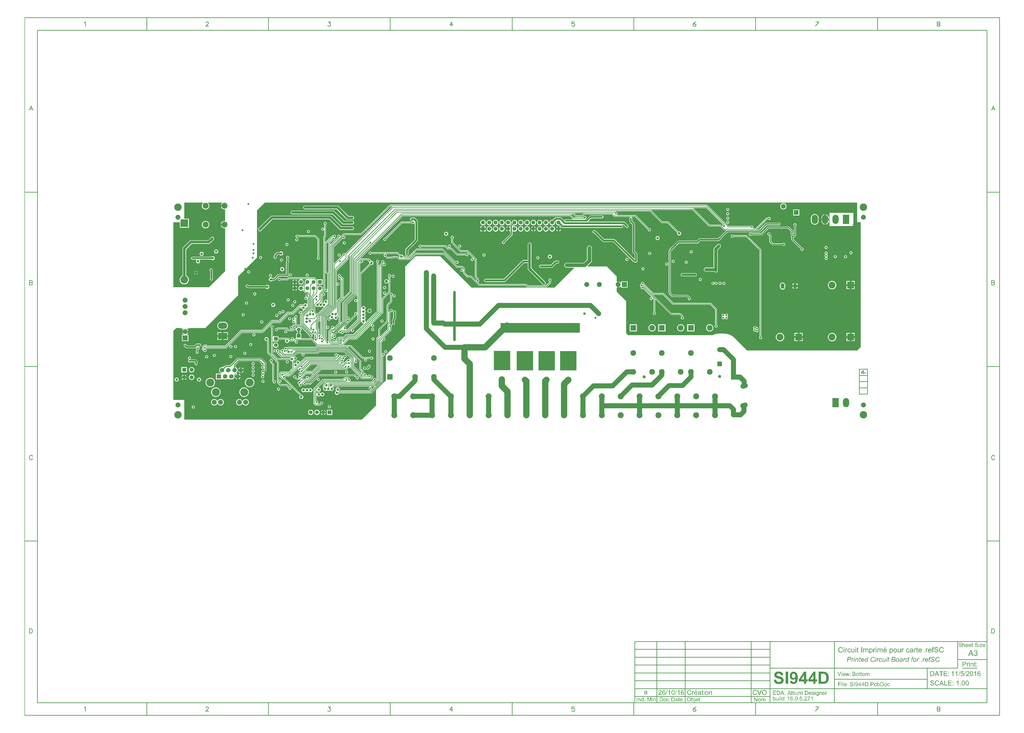
<source format=gbl>
G04 Layer_Physical_Order=4*
G04 Layer_Color=16711680*
%FSLAX25Y25*%
%MOIN*%
G70*
G01*
G75*
%ADD10C,0.01000*%
%ADD68C,0.03937*%
%ADD74C,0.05000*%
%ADD75C,0.10000*%
%ADD76C,0.06000*%
%ADD77C,0.02500*%
%ADD78C,0.03000*%
%ADD79C,0.04000*%
%ADD80C,0.01500*%
%ADD82C,0.02106*%
%ADD84C,0.02000*%
%ADD85C,0.03937*%
%ADD86C,0.03500*%
%ADD87C,0.08000*%
%ADD88C,0.01200*%
%ADD96R,0.26378X0.31000*%
%ADD97R,0.26280X0.31000*%
%ADD98R,0.26280X0.31000*%
%ADD104C,0.00500*%
%ADD105C,0.06299*%
%ADD106R,0.06299X0.06299*%
%ADD107C,0.09500*%
%ADD108C,0.04000*%
G04:AMPARAMS|DCode=109|XSize=78.74mil|YSize=118.11mil|CornerRadius=39.37mil|HoleSize=0mil|Usage=FLASHONLY|Rotation=108.000|XOffset=0mil|YOffset=0mil|HoleType=Round|Shape=RoundedRectangle|*
%AMROUNDEDRECTD109*
21,1,0.07874,0.03937,0,0,108.0*
21,1,0.00000,0.11811,0,0,108.0*
1,1,0.07874,0.01872,0.00608*
1,1,0.07874,0.01872,0.00608*
1,1,0.07874,-0.01872,-0.00608*
1,1,0.07874,-0.01872,-0.00608*
%
%ADD109ROUNDEDRECTD109*%
%ADD110R,0.07874X0.07874*%
%ADD111C,0.07874*%
%ADD112R,0.07874X0.07874*%
%ADD113C,0.12000*%
%ADD114R,0.12000X0.12000*%
%ADD115R,0.09055X0.09055*%
%ADD116C,0.09055*%
%ADD117R,0.09055X0.09055*%
%ADD118C,0.06000*%
%ADD119R,0.06000X0.06000*%
%ADD120R,0.06000X0.06000*%
G04:AMPARAMS|DCode=121|XSize=98.43mil|YSize=145.67mil|CornerRadius=49.21mil|HoleSize=0mil|Usage=FLASHONLY|Rotation=180.000|XOffset=0mil|YOffset=0mil|HoleType=Round|Shape=RoundedRectangle|*
%AMROUNDEDRECTD121*
21,1,0.09843,0.04724,0,0,180.0*
21,1,0.00000,0.14567,0,0,180.0*
1,1,0.09843,0.00000,0.02362*
1,1,0.09843,0.00000,0.02362*
1,1,0.09843,0.00000,-0.02362*
1,1,0.09843,0.00000,-0.02362*
%
%ADD121ROUNDEDRECTD121*%
%ADD122O,0.09843X0.14567*%
%ADD123R,0.09843X0.14567*%
%ADD124C,0.12598*%
%ADD125C,0.07087*%
%ADD126R,0.07087X0.07087*%
%ADD127R,0.07500X0.07500*%
%ADD128C,0.07500*%
%ADD129R,0.08000X0.08000*%
%ADD130C,0.08000*%
%ADD131C,0.11000*%
%ADD132R,0.11000X0.11000*%
%ADD133R,0.07500X0.07500*%
%ADD134O,0.06000X0.09000*%
G04:AMPARAMS|DCode=135|XSize=98.43mil|YSize=145.67mil|CornerRadius=49.21mil|HoleSize=0mil|Usage=FLASHONLY|Rotation=90.000|XOffset=0mil|YOffset=0mil|HoleType=Round|Shape=RoundedRectangle|*
%AMROUNDEDRECTD135*
21,1,0.09843,0.04724,0,0,90.0*
21,1,0.00000,0.14567,0,0,90.0*
1,1,0.09843,0.02362,0.00000*
1,1,0.09843,0.02362,0.00000*
1,1,0.09843,-0.02362,0.00000*
1,1,0.09843,-0.02362,0.00000*
%
%ADD135ROUNDEDRECTD135*%
%ADD136R,0.14567X0.09843*%
%ADD137C,0.11811*%
%ADD138C,0.07874*%
%ADD139C,0.03032*%
%ADD140C,0.05000*%
%ADD141C,0.07500*%
%ADD143R,0.22000X0.31000*%
%ADD144R,1.26000X0.15221*%
%ADD145R,0.11500X0.08500*%
G36*
X60248Y327255D02*
X59679Y326817D01*
X58757Y325616D01*
X58178Y324218D01*
X58144Y323967D01*
X63779D01*
Y321466D01*
X58144D01*
X58178Y321216D01*
X58757Y319817D01*
X59679Y318616D01*
X60880Y317694D01*
X62278Y317114D01*
X63779Y316917D01*
X64556Y317019D01*
X65000Y316630D01*
Y298803D01*
X64556Y298414D01*
X63779Y298516D01*
X62278Y298319D01*
X60880Y297739D01*
X59679Y296817D01*
X58757Y295616D01*
X58178Y294218D01*
X58144Y293967D01*
X63779D01*
Y291466D01*
X58144D01*
X58178Y291215D01*
X58757Y289817D01*
X59679Y288616D01*
X60880Y287694D01*
X62278Y287115D01*
X63779Y286917D01*
X64556Y287019D01*
X65000Y286630D01*
Y218750D01*
X39375Y193125D01*
X-17451D01*
Y296437D01*
X-7200D01*
Y287800D01*
X7200D01*
Y302200D01*
X0D01*
Y327845D01*
X29719D01*
X29930Y327255D01*
X29552Y326944D01*
X28808Y326038D01*
X28256Y325005D01*
X27916Y323883D01*
X27801Y322716D01*
X27916Y321550D01*
X28256Y320428D01*
X28808Y319395D01*
X29552Y318489D01*
X30458Y317745D01*
X31492Y317193D01*
X32613Y316853D01*
X33779Y316738D01*
X34946Y316853D01*
X36068Y317193D01*
X37101Y317745D01*
X38007Y318489D01*
X38751Y319395D01*
X39303Y320428D01*
X39643Y321550D01*
X39758Y322716D01*
X39643Y323883D01*
X39303Y325005D01*
X38751Y326038D01*
X38007Y326944D01*
X37629Y327255D01*
X37840Y327845D01*
X60048D01*
X60248Y327255D01*
D02*
G37*
G36*
X1070000Y296437D02*
X1075518D01*
X1075625Y98125D01*
X1070000Y92500D01*
X894380D01*
X893213Y94145D01*
X891293Y96293D01*
X875663Y111923D01*
X873515Y113843D01*
X871165Y115511D01*
X868816Y116809D01*
X868750Y116875D01*
X868696D01*
X868643Y116904D01*
X865981Y118007D01*
X863212Y118805D01*
X860372Y119287D01*
X857495Y119449D01*
X851250D01*
X848373Y119287D01*
X845533Y118805D01*
X842764Y118007D01*
X840102Y116904D01*
X840049Y116875D01*
X705625D01*
X702500Y120000D01*
Y171250D01*
X687500Y186250D01*
Y192556D01*
X687991Y192884D01*
X688459Y192690D01*
X688498Y192685D01*
Y197500D01*
Y202315D01*
X688459Y202310D01*
X687991Y202116D01*
X687500Y202444D01*
Y210625D01*
X671875Y226250D01*
X640941D01*
X640716Y226795D01*
X646820Y232900D01*
X647429Y233694D01*
X647812Y234618D01*
X647943Y235610D01*
Y255500D01*
X647812Y256492D01*
X647429Y257416D01*
X646820Y258210D01*
X646026Y258819D01*
X645102Y259202D01*
X644110Y259333D01*
X643118Y259202D01*
X642194Y258819D01*
X641400Y258210D01*
X640791Y257416D01*
X640408Y256492D01*
X640277Y255500D01*
Y237198D01*
X635037Y231958D01*
X608125D01*
X607133Y231827D01*
X606209Y231444D01*
X605415Y230835D01*
X604806Y230041D01*
X604423Y229117D01*
X604292Y228125D01*
X604423Y227133D01*
X604806Y226209D01*
X605415Y225415D01*
X606209Y224806D01*
X607133Y224423D01*
X608125Y224292D01*
X619521D01*
X619747Y223747D01*
X588500Y192500D01*
X457000Y192500D01*
X407000Y242500D01*
X380625Y242500D01*
X367500D01*
X351250Y226250D01*
Y116250D01*
X320625Y85625D01*
Y45000D01*
X305000Y29375D01*
Y5000D01*
X282549Y-17451D01*
X0D01*
Y13957D01*
X-17451D01*
Y123799D01*
X-13125Y128125D01*
X-6582D01*
X-4453Y127512D01*
X-1870Y127073D01*
X-1712Y126450D01*
X-2271Y126021D01*
X-3063Y124990D01*
X-3560Y123789D01*
X-3565Y123750D01*
X1250D01*
X6065D01*
X6060Y123789D01*
X5562Y124990D01*
X4771Y126021D01*
X4212Y126450D01*
X4370Y127073D01*
X6953Y127512D01*
X9082Y128125D01*
X33125D01*
X85625Y180625D01*
Y210625D01*
X115500Y240500D01*
Y315500D01*
X127845Y327845D01*
X1070000Y327845D01*
Y296437D01*
D02*
G37*
G36*
X1263962Y-373636D02*
X1263171D01*
Y-372738D01*
X1263962D01*
Y-373636D01*
D02*
G37*
G36*
X1259687Y-372640D02*
X1259755D01*
X1259921Y-372660D01*
X1260116Y-372689D01*
X1260331Y-372728D01*
X1260546Y-372786D01*
X1260751Y-372865D01*
X1260760D01*
X1260770Y-372874D01*
X1260800Y-372884D01*
X1260839Y-372904D01*
X1260936Y-372962D01*
X1261063Y-373030D01*
X1261200Y-373128D01*
X1261336Y-373245D01*
X1261473Y-373382D01*
X1261590Y-373538D01*
X1261600Y-373557D01*
X1261639Y-373616D01*
X1261688Y-373714D01*
X1261736Y-373831D01*
X1261795Y-373977D01*
X1261854Y-374153D01*
X1261893Y-374338D01*
X1261912Y-374543D01*
X1261102Y-374602D01*
Y-374592D01*
Y-374573D01*
X1261092Y-374543D01*
X1261083Y-374504D01*
X1261063Y-374397D01*
X1261024Y-374260D01*
X1260966Y-374114D01*
X1260887Y-373967D01*
X1260780Y-373821D01*
X1260653Y-373694D01*
X1260634Y-373684D01*
X1260585Y-373645D01*
X1260497Y-373597D01*
X1260380Y-373538D01*
X1260224Y-373479D01*
X1260028Y-373431D01*
X1259804Y-373392D01*
X1259540Y-373382D01*
X1259414D01*
X1259355Y-373392D01*
X1259277D01*
X1259111Y-373421D01*
X1258926Y-373450D01*
X1258740Y-373499D01*
X1258564Y-373567D01*
X1258486Y-373616D01*
X1258418Y-373665D01*
X1258408Y-373675D01*
X1258369Y-373714D01*
X1258311Y-373772D01*
X1258252Y-373860D01*
X1258184Y-373958D01*
X1258135Y-374075D01*
X1258096Y-374202D01*
X1258076Y-374348D01*
Y-374368D01*
Y-374407D01*
X1258086Y-374475D01*
X1258106Y-374553D01*
X1258135Y-374641D01*
X1258184Y-374739D01*
X1258242Y-374826D01*
X1258321Y-374914D01*
X1258330Y-374924D01*
X1258379Y-374953D01*
X1258408Y-374973D01*
X1258447Y-375002D01*
X1258506Y-375022D01*
X1258574Y-375051D01*
X1258652Y-375090D01*
X1258740Y-375129D01*
X1258838Y-375158D01*
X1258955Y-375197D01*
X1259091Y-375246D01*
X1259238Y-375285D01*
X1259404Y-375324D01*
X1259589Y-375373D01*
X1259599D01*
X1259638Y-375383D01*
X1259687Y-375392D01*
X1259755Y-375412D01*
X1259843Y-375431D01*
X1259941Y-375461D01*
X1260155Y-375510D01*
X1260390Y-375578D01*
X1260624Y-375646D01*
X1260741Y-375675D01*
X1260839Y-375714D01*
X1260936Y-375753D01*
X1261014Y-375783D01*
X1261024D01*
X1261043Y-375793D01*
X1261063Y-375812D01*
X1261102Y-375832D01*
X1261200Y-375890D01*
X1261327Y-375958D01*
X1261463Y-376056D01*
X1261600Y-376173D01*
X1261727Y-376300D01*
X1261834Y-376437D01*
X1261844Y-376456D01*
X1261873Y-376505D01*
X1261922Y-376583D01*
X1261971Y-376700D01*
X1262020Y-376827D01*
X1262068Y-376983D01*
X1262098Y-377159D01*
X1262107Y-377344D01*
Y-377354D01*
Y-377364D01*
Y-377393D01*
Y-377432D01*
X1262088Y-377530D01*
X1262068Y-377657D01*
X1262039Y-377803D01*
X1261981Y-377969D01*
X1261912Y-378145D01*
X1261815Y-378311D01*
X1261805Y-378330D01*
X1261756Y-378389D01*
X1261697Y-378467D01*
X1261600Y-378564D01*
X1261483Y-378681D01*
X1261336Y-378799D01*
X1261161Y-378906D01*
X1260966Y-379013D01*
X1260956D01*
X1260936Y-379023D01*
X1260907Y-379033D01*
X1260868Y-379052D01*
X1260819Y-379072D01*
X1260760Y-379091D01*
X1260604Y-379131D01*
X1260429Y-379179D01*
X1260214Y-379218D01*
X1259989Y-379248D01*
X1259736Y-379257D01*
X1259589D01*
X1259521Y-379248D01*
X1259433D01*
X1259336Y-379238D01*
X1259228Y-379228D01*
X1259004Y-379199D01*
X1258760Y-379150D01*
X1258516Y-379091D01*
X1258282Y-379013D01*
X1258272D01*
X1258252Y-379004D01*
X1258223Y-378984D01*
X1258184Y-378965D01*
X1258076Y-378906D01*
X1257950Y-378818D01*
X1257793Y-378711D01*
X1257647Y-378584D01*
X1257491Y-378428D01*
X1257354Y-378252D01*
Y-378242D01*
X1257345Y-378233D01*
X1257325Y-378203D01*
X1257306Y-378164D01*
X1257276Y-378115D01*
X1257247Y-378057D01*
X1257188Y-377910D01*
X1257130Y-377745D01*
X1257071Y-377540D01*
X1257032Y-377325D01*
X1257013Y-377091D01*
X1257813Y-377022D01*
Y-377032D01*
Y-377042D01*
X1257823Y-377100D01*
X1257842Y-377188D01*
X1257862Y-377305D01*
X1257901Y-377432D01*
X1257940Y-377569D01*
X1257998Y-377696D01*
X1258067Y-377823D01*
X1258076Y-377832D01*
X1258106Y-377871D01*
X1258155Y-377930D01*
X1258233Y-377998D01*
X1258321Y-378076D01*
X1258428Y-378164D01*
X1258564Y-378242D01*
X1258711Y-378320D01*
X1258721D01*
X1258730Y-378330D01*
X1258789Y-378350D01*
X1258877Y-378379D01*
X1259004Y-378408D01*
X1259140Y-378447D01*
X1259316Y-378477D01*
X1259501Y-378496D01*
X1259697Y-378506D01*
X1259775D01*
X1259872Y-378496D01*
X1259980Y-378486D01*
X1260116Y-378477D01*
X1260253Y-378447D01*
X1260399Y-378418D01*
X1260546Y-378369D01*
X1260565Y-378359D01*
X1260604Y-378340D01*
X1260673Y-378311D01*
X1260751Y-378262D01*
X1260848Y-378203D01*
X1260936Y-378135D01*
X1261024Y-378057D01*
X1261102Y-377969D01*
X1261112Y-377959D01*
X1261131Y-377920D01*
X1261161Y-377871D01*
X1261200Y-377803D01*
X1261229Y-377725D01*
X1261258Y-377627D01*
X1261278Y-377530D01*
X1261287Y-377422D01*
Y-377413D01*
Y-377374D01*
X1261278Y-377315D01*
X1261268Y-377247D01*
X1261248Y-377159D01*
X1261209Y-377071D01*
X1261170Y-376983D01*
X1261112Y-376895D01*
X1261102Y-376886D01*
X1261083Y-376856D01*
X1261034Y-376817D01*
X1260975Y-376759D01*
X1260897Y-376700D01*
X1260800Y-376642D01*
X1260673Y-376573D01*
X1260536Y-376515D01*
X1260526Y-376505D01*
X1260487Y-376495D01*
X1260409Y-376476D01*
X1260360Y-376456D01*
X1260302Y-376437D01*
X1260224Y-376417D01*
X1260146Y-376398D01*
X1260048Y-376368D01*
X1259950Y-376339D01*
X1259833Y-376310D01*
X1259697Y-376281D01*
X1259550Y-376241D01*
X1259394Y-376203D01*
X1259384D01*
X1259355Y-376193D01*
X1259306Y-376183D01*
X1259248Y-376163D01*
X1259179Y-376144D01*
X1259101Y-376124D01*
X1258916Y-376076D01*
X1258711Y-376007D01*
X1258506Y-375939D01*
X1258321Y-375871D01*
X1258233Y-375841D01*
X1258164Y-375802D01*
X1258155D01*
X1258145Y-375793D01*
X1258086Y-375753D01*
X1258008Y-375705D01*
X1257911Y-375636D01*
X1257793Y-375549D01*
X1257686Y-375451D01*
X1257579Y-375334D01*
X1257481Y-375207D01*
X1257471Y-375187D01*
X1257442Y-375139D01*
X1257413Y-375070D01*
X1257374Y-374973D01*
X1257325Y-374856D01*
X1257296Y-374719D01*
X1257266Y-374563D01*
X1257257Y-374407D01*
Y-374397D01*
Y-374387D01*
Y-374358D01*
Y-374319D01*
X1257276Y-374231D01*
X1257296Y-374114D01*
X1257325Y-373967D01*
X1257374Y-373821D01*
X1257442Y-373655D01*
X1257530Y-373499D01*
Y-373489D01*
X1257540Y-373479D01*
X1257579Y-373431D01*
X1257647Y-373353D01*
X1257735Y-373255D01*
X1257842Y-373157D01*
X1257979Y-373050D01*
X1258145Y-372943D01*
X1258330Y-372855D01*
X1258340D01*
X1258350Y-372845D01*
X1258379Y-372835D01*
X1258428Y-372816D01*
X1258477Y-372806D01*
X1258535Y-372786D01*
X1258672Y-372738D01*
X1258848Y-372699D01*
X1259043Y-372669D01*
X1259267Y-372640D01*
X1259501Y-372630D01*
X1259619D01*
X1259687Y-372640D01*
D02*
G37*
G36*
X1233803D02*
X1233872D01*
X1234038Y-372660D01*
X1234233Y-372689D01*
X1234447Y-372728D01*
X1234662Y-372786D01*
X1234867Y-372865D01*
X1234877D01*
X1234887Y-372874D01*
X1234916Y-372884D01*
X1234955Y-372904D01*
X1235053Y-372962D01*
X1235180Y-373030D01*
X1235316Y-373128D01*
X1235453Y-373245D01*
X1235590Y-373382D01*
X1235707Y-373538D01*
X1235716Y-373557D01*
X1235755Y-373616D01*
X1235804Y-373714D01*
X1235853Y-373831D01*
X1235911Y-373977D01*
X1235970Y-374153D01*
X1236009Y-374338D01*
X1236029Y-374543D01*
X1235219Y-374602D01*
Y-374592D01*
Y-374573D01*
X1235209Y-374543D01*
X1235199Y-374504D01*
X1235180Y-374397D01*
X1235141Y-374260D01*
X1235082Y-374114D01*
X1235004Y-373967D01*
X1234896Y-373821D01*
X1234770Y-373694D01*
X1234750Y-373684D01*
X1234701Y-373645D01*
X1234614Y-373597D01*
X1234496Y-373538D01*
X1234340Y-373479D01*
X1234145Y-373431D01*
X1233920Y-373392D01*
X1233657Y-373382D01*
X1233530D01*
X1233471Y-373392D01*
X1233393D01*
X1233228Y-373421D01*
X1233042Y-373450D01*
X1232857Y-373499D01*
X1232681Y-373567D01*
X1232603Y-373616D01*
X1232535Y-373665D01*
X1232525Y-373675D01*
X1232486Y-373714D01*
X1232427Y-373772D01*
X1232369Y-373860D01*
X1232300Y-373958D01*
X1232251Y-374075D01*
X1232213Y-374202D01*
X1232193Y-374348D01*
Y-374368D01*
Y-374407D01*
X1232203Y-374475D01*
X1232222Y-374553D01*
X1232251Y-374641D01*
X1232300Y-374739D01*
X1232359Y-374826D01*
X1232437Y-374914D01*
X1232447Y-374924D01*
X1232495Y-374953D01*
X1232525Y-374973D01*
X1232564Y-375002D01*
X1232622Y-375022D01*
X1232691Y-375051D01*
X1232769Y-375090D01*
X1232857Y-375129D01*
X1232954Y-375158D01*
X1233071Y-375197D01*
X1233208Y-375246D01*
X1233354Y-375285D01*
X1233520Y-375324D01*
X1233706Y-375373D01*
X1233716D01*
X1233755Y-375383D01*
X1233803Y-375392D01*
X1233872Y-375412D01*
X1233959Y-375431D01*
X1234057Y-375461D01*
X1234272Y-375510D01*
X1234506Y-375578D01*
X1234740Y-375646D01*
X1234857Y-375675D01*
X1234955Y-375714D01*
X1235053Y-375753D01*
X1235131Y-375783D01*
X1235141D01*
X1235160Y-375793D01*
X1235180Y-375812D01*
X1235219Y-375832D01*
X1235316Y-375890D01*
X1235443Y-375958D01*
X1235580Y-376056D01*
X1235716Y-376173D01*
X1235843Y-376300D01*
X1235951Y-376437D01*
X1235960Y-376456D01*
X1235990Y-376505D01*
X1236038Y-376583D01*
X1236087Y-376700D01*
X1236136Y-376827D01*
X1236185Y-376983D01*
X1236214Y-377159D01*
X1236224Y-377344D01*
Y-377354D01*
Y-377364D01*
Y-377393D01*
Y-377432D01*
X1236204Y-377530D01*
X1236185Y-377657D01*
X1236156Y-377803D01*
X1236097Y-377969D01*
X1236029Y-378145D01*
X1235931Y-378311D01*
X1235921Y-378330D01*
X1235872Y-378389D01*
X1235814Y-378467D01*
X1235716Y-378564D01*
X1235599Y-378681D01*
X1235453Y-378799D01*
X1235277Y-378906D01*
X1235082Y-379013D01*
X1235072D01*
X1235053Y-379023D01*
X1235023Y-379033D01*
X1234984Y-379052D01*
X1234935Y-379072D01*
X1234877Y-379091D01*
X1234721Y-379131D01*
X1234545Y-379179D01*
X1234330Y-379218D01*
X1234106Y-379248D01*
X1233852Y-379257D01*
X1233706D01*
X1233637Y-379248D01*
X1233550D01*
X1233452Y-379238D01*
X1233345Y-379228D01*
X1233120Y-379199D01*
X1232876Y-379150D01*
X1232632Y-379091D01*
X1232398Y-379013D01*
X1232388D01*
X1232369Y-379004D01*
X1232339Y-378984D01*
X1232300Y-378965D01*
X1232193Y-378906D01*
X1232066Y-378818D01*
X1231910Y-378711D01*
X1231763Y-378584D01*
X1231607Y-378428D01*
X1231471Y-378252D01*
Y-378242D01*
X1231461Y-378233D01*
X1231441Y-378203D01*
X1231422Y-378164D01*
X1231393Y-378115D01*
X1231363Y-378057D01*
X1231305Y-377910D01*
X1231246Y-377745D01*
X1231188Y-377540D01*
X1231149Y-377325D01*
X1231129Y-377091D01*
X1231929Y-377022D01*
Y-377032D01*
Y-377042D01*
X1231939Y-377100D01*
X1231959Y-377188D01*
X1231978Y-377305D01*
X1232017Y-377432D01*
X1232056Y-377569D01*
X1232115Y-377696D01*
X1232183Y-377823D01*
X1232193Y-377832D01*
X1232222Y-377871D01*
X1232271Y-377930D01*
X1232349Y-377998D01*
X1232437Y-378076D01*
X1232544Y-378164D01*
X1232681Y-378242D01*
X1232827Y-378320D01*
X1232837D01*
X1232847Y-378330D01*
X1232905Y-378350D01*
X1232993Y-378379D01*
X1233120Y-378408D01*
X1233257Y-378447D01*
X1233432Y-378477D01*
X1233618Y-378496D01*
X1233813Y-378506D01*
X1233891D01*
X1233989Y-378496D01*
X1234096Y-378486D01*
X1234233Y-378477D01*
X1234369Y-378447D01*
X1234516Y-378418D01*
X1234662Y-378369D01*
X1234682Y-378359D01*
X1234721Y-378340D01*
X1234789Y-378311D01*
X1234867Y-378262D01*
X1234965Y-378203D01*
X1235053Y-378135D01*
X1235141Y-378057D01*
X1235219Y-377969D01*
X1235228Y-377959D01*
X1235248Y-377920D01*
X1235277Y-377871D01*
X1235316Y-377803D01*
X1235345Y-377725D01*
X1235375Y-377627D01*
X1235394Y-377530D01*
X1235404Y-377422D01*
Y-377413D01*
Y-377374D01*
X1235394Y-377315D01*
X1235384Y-377247D01*
X1235365Y-377159D01*
X1235326Y-377071D01*
X1235287Y-376983D01*
X1235228Y-376895D01*
X1235219Y-376886D01*
X1235199Y-376856D01*
X1235150Y-376817D01*
X1235092Y-376759D01*
X1235014Y-376700D01*
X1234916Y-376642D01*
X1234789Y-376573D01*
X1234653Y-376515D01*
X1234643Y-376505D01*
X1234604Y-376495D01*
X1234526Y-376476D01*
X1234477Y-376456D01*
X1234418Y-376437D01*
X1234340Y-376417D01*
X1234262Y-376398D01*
X1234165Y-376368D01*
X1234067Y-376339D01*
X1233950Y-376310D01*
X1233813Y-376281D01*
X1233667Y-376241D01*
X1233511Y-376203D01*
X1233501D01*
X1233471Y-376193D01*
X1233423Y-376183D01*
X1233364Y-376163D01*
X1233296Y-376144D01*
X1233218Y-376124D01*
X1233032Y-376076D01*
X1232827Y-376007D01*
X1232622Y-375939D01*
X1232437Y-375871D01*
X1232349Y-375841D01*
X1232281Y-375802D01*
X1232271D01*
X1232261Y-375793D01*
X1232203Y-375753D01*
X1232125Y-375705D01*
X1232027Y-375636D01*
X1231910Y-375549D01*
X1231803Y-375451D01*
X1231695Y-375334D01*
X1231598Y-375207D01*
X1231588Y-375187D01*
X1231559Y-375139D01*
X1231529Y-375070D01*
X1231490Y-374973D01*
X1231441Y-374856D01*
X1231412Y-374719D01*
X1231383Y-374563D01*
X1231373Y-374407D01*
Y-374397D01*
Y-374387D01*
Y-374358D01*
Y-374319D01*
X1231393Y-374231D01*
X1231412Y-374114D01*
X1231441Y-373967D01*
X1231490Y-373821D01*
X1231559Y-373655D01*
X1231646Y-373499D01*
Y-373489D01*
X1231656Y-373479D01*
X1231695Y-373431D01*
X1231763Y-373353D01*
X1231851Y-373255D01*
X1231959Y-373157D01*
X1232095Y-373050D01*
X1232261Y-372943D01*
X1232447Y-372855D01*
X1232456D01*
X1232466Y-372845D01*
X1232495Y-372835D01*
X1232544Y-372816D01*
X1232593Y-372806D01*
X1232652Y-372786D01*
X1232788Y-372738D01*
X1232964Y-372699D01*
X1233159Y-372669D01*
X1233384Y-372640D01*
X1233618Y-372630D01*
X1233735D01*
X1233803Y-372640D01*
D02*
G37*
G36*
X1268705Y-375022D02*
X1266187Y-377979D01*
X1265699Y-378525D01*
X1265748D01*
X1265787Y-378516D01*
X1265894Y-378506D01*
X1266021Y-378496D01*
X1266177D01*
X1266343Y-378486D01*
X1266695Y-378477D01*
X1268842D01*
Y-379150D01*
X1264733D01*
Y-378516D01*
X1267690Y-375109D01*
X1267602D01*
X1267514Y-375119D01*
X1267387D01*
X1267251Y-375129D01*
X1267105D01*
X1266948Y-375139D01*
X1264909D01*
Y-374504D01*
X1268705D01*
Y-375022D01*
D02*
G37*
G36*
X1263962Y-379150D02*
X1263171D01*
Y-374504D01*
X1263962D01*
Y-379150D01*
D02*
G37*
G36*
X1238068Y-375031D02*
X1238078Y-375022D01*
X1238098Y-375002D01*
X1238127Y-374973D01*
X1238166Y-374934D01*
X1238225Y-374885D01*
X1238283Y-374826D01*
X1238361Y-374778D01*
X1238449Y-374709D01*
X1238547Y-374651D01*
X1238644Y-374602D01*
X1238888Y-374495D01*
X1239015Y-374455D01*
X1239152Y-374426D01*
X1239298Y-374407D01*
X1239454Y-374397D01*
X1239542D01*
X1239640Y-374407D01*
X1239757Y-374426D01*
X1239894Y-374446D01*
X1240040Y-374485D01*
X1240196Y-374534D01*
X1240343Y-374602D01*
X1240362Y-374612D01*
X1240401Y-374641D01*
X1240469Y-374690D01*
X1240557Y-374748D01*
X1240645Y-374826D01*
X1240733Y-374924D01*
X1240821Y-375041D01*
X1240889Y-375168D01*
X1240899Y-375187D01*
X1240918Y-375236D01*
X1240938Y-375314D01*
X1240977Y-375431D01*
X1241006Y-375578D01*
X1241026Y-375763D01*
X1241045Y-375968D01*
X1241055Y-376212D01*
Y-379150D01*
X1240265D01*
Y-376203D01*
Y-376193D01*
Y-376173D01*
Y-376144D01*
Y-376105D01*
X1240255Y-376007D01*
X1240235Y-375871D01*
X1240196Y-375734D01*
X1240157Y-375597D01*
X1240089Y-375461D01*
X1240001Y-375344D01*
X1239991Y-375334D01*
X1239952Y-375305D01*
X1239894Y-375256D01*
X1239816Y-375207D01*
X1239718Y-375158D01*
X1239591Y-375109D01*
X1239454Y-375080D01*
X1239289Y-375070D01*
X1239230D01*
X1239162Y-375080D01*
X1239074Y-375090D01*
X1238976Y-375119D01*
X1238859Y-375148D01*
X1238742Y-375197D01*
X1238625Y-375256D01*
X1238615Y-375266D01*
X1238576Y-375285D01*
X1238527Y-375334D01*
X1238459Y-375383D01*
X1238391Y-375461D01*
X1238313Y-375539D01*
X1238254Y-375646D01*
X1238195Y-375753D01*
X1238186Y-375763D01*
X1238176Y-375812D01*
X1238156Y-375880D01*
X1238137Y-375978D01*
X1238107Y-376105D01*
X1238088Y-376251D01*
X1238078Y-376417D01*
X1238068Y-376612D01*
Y-379150D01*
X1237278D01*
Y-372738D01*
X1238068D01*
Y-375031D01*
D02*
G37*
G36*
X1253138Y-374504D02*
X1253928D01*
Y-375119D01*
X1253138D01*
Y-377842D01*
Y-377852D01*
Y-377891D01*
Y-377950D01*
X1253148Y-378018D01*
X1253158Y-378164D01*
X1253167Y-378223D01*
X1253177Y-378272D01*
X1253187Y-378291D01*
X1253206Y-378330D01*
X1253245Y-378379D01*
X1253304Y-378428D01*
X1253323Y-378437D01*
X1253372Y-378447D01*
X1253460Y-378467D01*
X1253577Y-378477D01*
X1253675D01*
X1253724Y-378467D01*
X1253782D01*
X1253928Y-378447D01*
X1254036Y-379140D01*
X1254016D01*
X1253977Y-379150D01*
X1253919Y-379160D01*
X1253831Y-379170D01*
X1253743Y-379189D01*
X1253645Y-379199D01*
X1253440Y-379209D01*
X1253372D01*
X1253294Y-379199D01*
X1253197Y-379189D01*
X1253089Y-379179D01*
X1252972Y-379150D01*
X1252865Y-379121D01*
X1252767Y-379082D01*
X1252757Y-379072D01*
X1252728Y-379052D01*
X1252689Y-379023D01*
X1252640Y-378984D01*
X1252582Y-378935D01*
X1252533Y-378877D01*
X1252474Y-378808D01*
X1252435Y-378730D01*
Y-378721D01*
X1252425Y-378681D01*
X1252406Y-378623D01*
X1252396Y-378525D01*
X1252377Y-378398D01*
X1252367Y-378330D01*
X1252357Y-378242D01*
Y-378145D01*
X1252347Y-378037D01*
Y-377920D01*
Y-377793D01*
Y-375119D01*
X1251762D01*
Y-374504D01*
X1252347D01*
Y-373362D01*
X1253138Y-372884D01*
Y-374504D01*
D02*
G37*
G36*
X1271692Y-374407D02*
X1271770Y-374416D01*
X1271867Y-374426D01*
X1271965Y-374446D01*
X1272082Y-374475D01*
X1272316Y-374553D01*
X1272443Y-374602D01*
X1272570Y-374670D01*
X1272697Y-374739D01*
X1272824Y-374826D01*
X1272941Y-374924D01*
X1273058Y-375041D01*
X1273068Y-375051D01*
X1273087Y-375070D01*
X1273117Y-375109D01*
X1273156Y-375158D01*
X1273195Y-375226D01*
X1273244Y-375305D01*
X1273302Y-375392D01*
X1273361Y-375500D01*
X1273409Y-375627D01*
X1273468Y-375753D01*
X1273517Y-375900D01*
X1273566Y-376066D01*
X1273595Y-376232D01*
X1273624Y-376417D01*
X1273644Y-376612D01*
X1273653Y-376827D01*
Y-376837D01*
Y-376876D01*
Y-376944D01*
X1273644Y-377032D01*
X1270189D01*
Y-377042D01*
Y-377061D01*
X1270198Y-377110D01*
Y-377159D01*
X1270208Y-377227D01*
X1270218Y-377296D01*
X1270257Y-377471D01*
X1270315Y-377657D01*
X1270384Y-377852D01*
X1270491Y-378047D01*
X1270618Y-378213D01*
X1270638Y-378233D01*
X1270686Y-378272D01*
X1270774Y-378340D01*
X1270882Y-378408D01*
X1271028Y-378486D01*
X1271194Y-378555D01*
X1271379Y-378594D01*
X1271584Y-378613D01*
X1271662D01*
X1271741Y-378603D01*
X1271838Y-378584D01*
X1271955Y-378555D01*
X1272082Y-378516D01*
X1272209Y-378467D01*
X1272326Y-378389D01*
X1272336Y-378379D01*
X1272375Y-378340D01*
X1272433Y-378291D01*
X1272502Y-378203D01*
X1272580Y-378106D01*
X1272658Y-377979D01*
X1272736Y-377823D01*
X1272814Y-377647D01*
X1273624Y-377754D01*
Y-377764D01*
X1273614Y-377784D01*
X1273605Y-377823D01*
X1273585Y-377871D01*
X1273566Y-377930D01*
X1273536Y-377998D01*
X1273458Y-378164D01*
X1273361Y-378340D01*
X1273244Y-378525D01*
X1273087Y-378711D01*
X1272912Y-378867D01*
X1272902D01*
X1272892Y-378887D01*
X1272863Y-378906D01*
X1272814Y-378925D01*
X1272765Y-378955D01*
X1272707Y-378994D01*
X1272638Y-379023D01*
X1272551Y-379062D01*
X1272365Y-379131D01*
X1272131Y-379199D01*
X1271877Y-379238D01*
X1271584Y-379257D01*
X1271487D01*
X1271418Y-379248D01*
X1271331Y-379238D01*
X1271233Y-379228D01*
X1271126Y-379209D01*
X1270999Y-379179D01*
X1270745Y-379101D01*
X1270608Y-379052D01*
X1270481Y-378994D01*
X1270345Y-378925D01*
X1270218Y-378838D01*
X1270091Y-378740D01*
X1269974Y-378633D01*
X1269964Y-378623D01*
X1269945Y-378603D01*
X1269915Y-378564D01*
X1269886Y-378516D01*
X1269837Y-378457D01*
X1269788Y-378379D01*
X1269730Y-378281D01*
X1269681Y-378174D01*
X1269623Y-378057D01*
X1269564Y-377930D01*
X1269515Y-377784D01*
X1269476Y-377627D01*
X1269437Y-377462D01*
X1269408Y-377276D01*
X1269388Y-377081D01*
X1269379Y-376876D01*
Y-376866D01*
Y-376827D01*
Y-376759D01*
X1269388Y-376681D01*
X1269398Y-376583D01*
X1269408Y-376466D01*
X1269427Y-376339D01*
X1269457Y-376203D01*
X1269525Y-375910D01*
X1269574Y-375763D01*
X1269632Y-375607D01*
X1269701Y-375461D01*
X1269779Y-375314D01*
X1269867Y-375178D01*
X1269974Y-375051D01*
X1269984Y-375041D01*
X1270003Y-375022D01*
X1270033Y-374992D01*
X1270081Y-374943D01*
X1270140Y-374895D01*
X1270218Y-374846D01*
X1270296Y-374787D01*
X1270394Y-374719D01*
X1270501Y-374660D01*
X1270618Y-374602D01*
X1270745Y-374553D01*
X1270891Y-374495D01*
X1271038Y-374455D01*
X1271194Y-374426D01*
X1271360Y-374407D01*
X1271535Y-374397D01*
X1271623D01*
X1271692Y-374407D01*
D02*
G37*
G36*
X1249292D02*
X1249371Y-374416D01*
X1249468Y-374426D01*
X1249566Y-374446D01*
X1249683Y-374475D01*
X1249917Y-374553D01*
X1250044Y-374602D01*
X1250171Y-374670D01*
X1250298Y-374739D01*
X1250425Y-374826D01*
X1250542Y-374924D01*
X1250659Y-375041D01*
X1250669Y-375051D01*
X1250688Y-375070D01*
X1250717Y-375109D01*
X1250756Y-375158D01*
X1250795Y-375226D01*
X1250844Y-375305D01*
X1250903Y-375392D01*
X1250961Y-375500D01*
X1251010Y-375627D01*
X1251069Y-375753D01*
X1251118Y-375900D01*
X1251166Y-376066D01*
X1251196Y-376232D01*
X1251225Y-376417D01*
X1251245Y-376612D01*
X1251254Y-376827D01*
Y-376837D01*
Y-376876D01*
Y-376944D01*
X1251245Y-377032D01*
X1247789D01*
Y-377042D01*
Y-377061D01*
X1247799Y-377110D01*
Y-377159D01*
X1247809Y-377227D01*
X1247819Y-377296D01*
X1247858Y-377471D01*
X1247916Y-377657D01*
X1247985Y-377852D01*
X1248092Y-378047D01*
X1248219Y-378213D01*
X1248238Y-378233D01*
X1248287Y-378272D01*
X1248375Y-378340D01*
X1248482Y-378408D01*
X1248629Y-378486D01*
X1248795Y-378555D01*
X1248980Y-378594D01*
X1249185Y-378613D01*
X1249263D01*
X1249341Y-378603D01*
X1249439Y-378584D01*
X1249556Y-378555D01*
X1249683Y-378516D01*
X1249810Y-378467D01*
X1249927Y-378389D01*
X1249937Y-378379D01*
X1249976Y-378340D01*
X1250034Y-378291D01*
X1250103Y-378203D01*
X1250181Y-378106D01*
X1250259Y-377979D01*
X1250337Y-377823D01*
X1250415Y-377647D01*
X1251225Y-377754D01*
Y-377764D01*
X1251215Y-377784D01*
X1251206Y-377823D01*
X1251186Y-377871D01*
X1251166Y-377930D01*
X1251137Y-377998D01*
X1251059Y-378164D01*
X1250961Y-378340D01*
X1250844Y-378525D01*
X1250688Y-378711D01*
X1250513Y-378867D01*
X1250503D01*
X1250493Y-378887D01*
X1250464Y-378906D01*
X1250415Y-378925D01*
X1250366Y-378955D01*
X1250307Y-378994D01*
X1250239Y-379023D01*
X1250151Y-379062D01*
X1249966Y-379131D01*
X1249732Y-379199D01*
X1249478Y-379238D01*
X1249185Y-379257D01*
X1249088D01*
X1249019Y-379248D01*
X1248931Y-379238D01*
X1248834Y-379228D01*
X1248726Y-379209D01*
X1248600Y-379179D01*
X1248346Y-379101D01*
X1248209Y-379052D01*
X1248082Y-378994D01*
X1247946Y-378925D01*
X1247819Y-378838D01*
X1247692Y-378740D01*
X1247575Y-378633D01*
X1247565Y-378623D01*
X1247545Y-378603D01*
X1247516Y-378564D01*
X1247487Y-378516D01*
X1247438Y-378457D01*
X1247389Y-378379D01*
X1247331Y-378281D01*
X1247282Y-378174D01*
X1247223Y-378057D01*
X1247165Y-377930D01*
X1247116Y-377784D01*
X1247077Y-377627D01*
X1247038Y-377462D01*
X1247009Y-377276D01*
X1246989Y-377081D01*
X1246979Y-376876D01*
Y-376866D01*
Y-376827D01*
Y-376759D01*
X1246989Y-376681D01*
X1246999Y-376583D01*
X1247009Y-376466D01*
X1247028Y-376339D01*
X1247058Y-376203D01*
X1247126Y-375910D01*
X1247175Y-375763D01*
X1247233Y-375607D01*
X1247301Y-375461D01*
X1247379Y-375314D01*
X1247467Y-375178D01*
X1247575Y-375051D01*
X1247585Y-375041D01*
X1247604Y-375022D01*
X1247633Y-374992D01*
X1247682Y-374943D01*
X1247741Y-374895D01*
X1247819Y-374846D01*
X1247897Y-374787D01*
X1247994Y-374719D01*
X1248102Y-374660D01*
X1248219Y-374602D01*
X1248346Y-374553D01*
X1248492Y-374495D01*
X1248639Y-374455D01*
X1248795Y-374426D01*
X1248961Y-374407D01*
X1249136Y-374397D01*
X1249224D01*
X1249292Y-374407D01*
D02*
G37*
G36*
X1244315D02*
X1244393Y-374416D01*
X1244491Y-374426D01*
X1244588Y-374446D01*
X1244705Y-374475D01*
X1244940Y-374553D01*
X1245066Y-374602D01*
X1245193Y-374670D01*
X1245320Y-374739D01*
X1245447Y-374826D01*
X1245564Y-374924D01*
X1245681Y-375041D01*
X1245691Y-375051D01*
X1245711Y-375070D01*
X1245740Y-375109D01*
X1245779Y-375158D01*
X1245818Y-375226D01*
X1245867Y-375305D01*
X1245925Y-375392D01*
X1245984Y-375500D01*
X1246033Y-375627D01*
X1246091Y-375753D01*
X1246140Y-375900D01*
X1246189Y-376066D01*
X1246218Y-376232D01*
X1246247Y-376417D01*
X1246267Y-376612D01*
X1246277Y-376827D01*
Y-376837D01*
Y-376876D01*
Y-376944D01*
X1246267Y-377032D01*
X1242812D01*
Y-377042D01*
Y-377061D01*
X1242822Y-377110D01*
Y-377159D01*
X1242831Y-377227D01*
X1242841Y-377296D01*
X1242880Y-377471D01*
X1242939Y-377657D01*
X1243007Y-377852D01*
X1243114Y-378047D01*
X1243241Y-378213D01*
X1243261Y-378233D01*
X1243310Y-378272D01*
X1243398Y-378340D01*
X1243505Y-378408D01*
X1243651Y-378486D01*
X1243817Y-378555D01*
X1244003Y-378594D01*
X1244207Y-378613D01*
X1244286D01*
X1244364Y-378603D01*
X1244461Y-378584D01*
X1244578Y-378555D01*
X1244705Y-378516D01*
X1244832Y-378467D01*
X1244949Y-378389D01*
X1244959Y-378379D01*
X1244998Y-378340D01*
X1245057Y-378291D01*
X1245125Y-378203D01*
X1245203Y-378106D01*
X1245281Y-377979D01*
X1245359Y-377823D01*
X1245437Y-377647D01*
X1246247Y-377754D01*
Y-377764D01*
X1246238Y-377784D01*
X1246228Y-377823D01*
X1246208Y-377871D01*
X1246189Y-377930D01*
X1246159Y-377998D01*
X1246082Y-378164D01*
X1245984Y-378340D01*
X1245867Y-378525D01*
X1245711Y-378711D01*
X1245535Y-378867D01*
X1245525D01*
X1245515Y-378887D01*
X1245486Y-378906D01*
X1245437Y-378925D01*
X1245389Y-378955D01*
X1245330Y-378994D01*
X1245262Y-379023D01*
X1245174Y-379062D01*
X1244988Y-379131D01*
X1244754Y-379199D01*
X1244500Y-379238D01*
X1244207Y-379257D01*
X1244110D01*
X1244042Y-379248D01*
X1243954Y-379238D01*
X1243856Y-379228D01*
X1243749Y-379209D01*
X1243622Y-379179D01*
X1243368Y-379101D01*
X1243231Y-379052D01*
X1243105Y-378994D01*
X1242968Y-378925D01*
X1242841Y-378838D01*
X1242714Y-378740D01*
X1242597Y-378633D01*
X1242587Y-378623D01*
X1242568Y-378603D01*
X1242539Y-378564D01*
X1242509Y-378516D01*
X1242461Y-378457D01*
X1242412Y-378379D01*
X1242353Y-378281D01*
X1242304Y-378174D01*
X1242246Y-378057D01*
X1242187Y-377930D01*
X1242138Y-377784D01*
X1242099Y-377627D01*
X1242060Y-377462D01*
X1242031Y-377276D01*
X1242012Y-377081D01*
X1242002Y-376876D01*
Y-376866D01*
Y-376827D01*
Y-376759D01*
X1242012Y-376681D01*
X1242021Y-376583D01*
X1242031Y-376466D01*
X1242051Y-376339D01*
X1242080Y-376203D01*
X1242148Y-375910D01*
X1242197Y-375763D01*
X1242255Y-375607D01*
X1242324Y-375461D01*
X1242402Y-375314D01*
X1242490Y-375178D01*
X1242597Y-375051D01*
X1242607Y-375041D01*
X1242626Y-375022D01*
X1242656Y-374992D01*
X1242704Y-374943D01*
X1242763Y-374895D01*
X1242841Y-374846D01*
X1242919Y-374787D01*
X1243017Y-374719D01*
X1243124Y-374660D01*
X1243241Y-374602D01*
X1243368Y-374553D01*
X1243515Y-374495D01*
X1243661Y-374455D01*
X1243817Y-374426D01*
X1243983Y-374407D01*
X1244159Y-374397D01*
X1244247D01*
X1244315Y-374407D01*
D02*
G37*
G36*
X1191611Y-379436D02*
X1191751Y-379449D01*
X1191916Y-379474D01*
X1192093Y-379499D01*
X1192284Y-379537D01*
X1192131Y-380426D01*
X1192118D01*
X1192080Y-380413D01*
X1192017Y-380400D01*
X1191941Y-380387D01*
X1191839D01*
X1191738Y-380375D01*
X1191522Y-380362D01*
X1191446D01*
X1191370Y-380375D01*
X1191268Y-380387D01*
X1191167Y-380413D01*
X1191053Y-380451D01*
X1190951Y-380502D01*
X1190862Y-380565D01*
X1190849Y-380578D01*
X1190837Y-380603D01*
X1190799Y-380654D01*
X1190773Y-380730D01*
X1190735Y-380832D01*
X1190697Y-380971D01*
X1190685Y-381123D01*
X1190672Y-381314D01*
Y-381860D01*
X1191852D01*
Y-382659D01*
X1190685D01*
Y-387900D01*
X1189657D01*
Y-382659D01*
X1188756D01*
Y-381860D01*
X1189657D01*
Y-381225D01*
Y-381212D01*
Y-381200D01*
Y-381123D01*
X1189669Y-381022D01*
Y-380882D01*
X1189682Y-380743D01*
X1189707Y-380591D01*
X1189733Y-380451D01*
X1189771Y-380324D01*
X1189784Y-380311D01*
X1189796Y-380261D01*
X1189834Y-380185D01*
X1189885Y-380096D01*
X1189961Y-379981D01*
X1190050Y-379880D01*
X1190152Y-379778D01*
X1190279Y-379677D01*
X1190291Y-379664D01*
X1190355Y-379639D01*
X1190431Y-379601D01*
X1190558Y-379550D01*
X1190697Y-379499D01*
X1190888Y-379461D01*
X1191091Y-379436D01*
X1191332Y-379423D01*
X1191497D01*
X1191611Y-379436D01*
D02*
G37*
G36*
X1100588Y-380730D02*
X1099560D01*
Y-379563D01*
X1100588D01*
Y-380730D01*
D02*
G37*
G36*
X1068254D02*
X1067226D01*
Y-379563D01*
X1068254D01*
Y-380730D01*
D02*
G37*
G36*
X1049498D02*
X1048470D01*
Y-379563D01*
X1049498D01*
Y-380730D01*
D02*
G37*
G36*
X1114319Y-381111D02*
X1113468D01*
X1114230Y-379525D01*
X1115575D01*
X1114319Y-381111D01*
D02*
G37*
G36*
X1195900Y-379436D02*
X1195989D01*
X1196205Y-379461D01*
X1196459Y-379499D01*
X1196738Y-379550D01*
X1197017Y-379626D01*
X1197283Y-379728D01*
X1197296D01*
X1197309Y-379740D01*
X1197347Y-379753D01*
X1197398Y-379778D01*
X1197525Y-379854D01*
X1197689Y-379943D01*
X1197867Y-380070D01*
X1198045Y-380223D01*
X1198222Y-380400D01*
X1198375Y-380603D01*
X1198387Y-380629D01*
X1198438Y-380705D01*
X1198502Y-380832D01*
X1198565Y-380984D01*
X1198641Y-381174D01*
X1198717Y-381403D01*
X1198768Y-381644D01*
X1198794Y-381910D01*
X1197740Y-381986D01*
Y-381974D01*
Y-381948D01*
X1197727Y-381910D01*
X1197715Y-381860D01*
X1197689Y-381720D01*
X1197639Y-381542D01*
X1197563Y-381352D01*
X1197461Y-381162D01*
X1197321Y-380971D01*
X1197157Y-380806D01*
X1197131Y-380794D01*
X1197068Y-380743D01*
X1196953Y-380679D01*
X1196801Y-380603D01*
X1196598Y-380527D01*
X1196344Y-380464D01*
X1196052Y-380413D01*
X1195710Y-380400D01*
X1195545D01*
X1195469Y-380413D01*
X1195367D01*
X1195151Y-380451D01*
X1194910Y-380489D01*
X1194669Y-380553D01*
X1194441Y-380641D01*
X1194339Y-380705D01*
X1194250Y-380768D01*
X1194238Y-380781D01*
X1194187Y-380832D01*
X1194111Y-380908D01*
X1194035Y-381022D01*
X1193946Y-381149D01*
X1193882Y-381301D01*
X1193832Y-381466D01*
X1193806Y-381657D01*
Y-381682D01*
Y-381733D01*
X1193819Y-381821D01*
X1193844Y-381923D01*
X1193882Y-382037D01*
X1193946Y-382164D01*
X1194022Y-382278D01*
X1194124Y-382393D01*
X1194136Y-382405D01*
X1194200Y-382443D01*
X1194238Y-382469D01*
X1194289Y-382507D01*
X1194365Y-382532D01*
X1194454Y-382570D01*
X1194555Y-382621D01*
X1194669Y-382672D01*
X1194796Y-382710D01*
X1194948Y-382761D01*
X1195126Y-382824D01*
X1195316Y-382875D01*
X1195532Y-382926D01*
X1195773Y-382989D01*
X1195786D01*
X1195837Y-383002D01*
X1195900Y-383014D01*
X1195989Y-383040D01*
X1196103Y-383065D01*
X1196230Y-383103D01*
X1196509Y-383167D01*
X1196814Y-383256D01*
X1197118Y-383344D01*
X1197271Y-383382D01*
X1197398Y-383433D01*
X1197525Y-383484D01*
X1197626Y-383522D01*
X1197639D01*
X1197664Y-383535D01*
X1197689Y-383560D01*
X1197740Y-383585D01*
X1197867Y-383662D01*
X1198032Y-383750D01*
X1198210Y-383877D01*
X1198387Y-384030D01*
X1198552Y-384194D01*
X1198692Y-384372D01*
X1198705Y-384398D01*
X1198743Y-384461D01*
X1198806Y-384562D01*
X1198870Y-384715D01*
X1198933Y-384880D01*
X1198997Y-385083D01*
X1199035Y-385311D01*
X1199047Y-385552D01*
Y-385565D01*
Y-385578D01*
Y-385616D01*
Y-385667D01*
X1199022Y-385793D01*
X1198997Y-385958D01*
X1198958Y-386149D01*
X1198882Y-386365D01*
X1198794Y-386593D01*
X1198667Y-386809D01*
X1198654Y-386834D01*
X1198590Y-386910D01*
X1198514Y-387012D01*
X1198387Y-387139D01*
X1198235Y-387291D01*
X1198045Y-387443D01*
X1197816Y-387583D01*
X1197563Y-387722D01*
X1197550D01*
X1197525Y-387735D01*
X1197486Y-387748D01*
X1197436Y-387773D01*
X1197372Y-387799D01*
X1197296Y-387824D01*
X1197093Y-387875D01*
X1196865Y-387938D01*
X1196585Y-387989D01*
X1196294Y-388027D01*
X1195964Y-388040D01*
X1195773D01*
X1195684Y-388027D01*
X1195570D01*
X1195443Y-388014D01*
X1195304Y-388001D01*
X1195012Y-387964D01*
X1194695Y-387900D01*
X1194377Y-387824D01*
X1194073Y-387722D01*
X1194060D01*
X1194035Y-387710D01*
X1193997Y-387684D01*
X1193946Y-387659D01*
X1193806Y-387583D01*
X1193641Y-387469D01*
X1193438Y-387329D01*
X1193248Y-387164D01*
X1193045Y-386961D01*
X1192867Y-386733D01*
Y-386720D01*
X1192855Y-386707D01*
X1192829Y-386669D01*
X1192804Y-386618D01*
X1192766Y-386555D01*
X1192728Y-386479D01*
X1192651Y-386288D01*
X1192575Y-386073D01*
X1192499Y-385806D01*
X1192449Y-385527D01*
X1192423Y-385222D01*
X1193464Y-385134D01*
Y-385146D01*
Y-385159D01*
X1193476Y-385235D01*
X1193502Y-385349D01*
X1193527Y-385502D01*
X1193578Y-385667D01*
X1193629Y-385844D01*
X1193705Y-386009D01*
X1193794Y-386174D01*
X1193806Y-386187D01*
X1193844Y-386238D01*
X1193908Y-386314D01*
X1194009Y-386403D01*
X1194124Y-386504D01*
X1194263Y-386618D01*
X1194441Y-386720D01*
X1194631Y-386821D01*
X1194644D01*
X1194656Y-386834D01*
X1194733Y-386859D01*
X1194847Y-386897D01*
X1195012Y-386936D01*
X1195189Y-386986D01*
X1195418Y-387024D01*
X1195659Y-387050D01*
X1195913Y-387063D01*
X1196014D01*
X1196141Y-387050D01*
X1196281Y-387037D01*
X1196459Y-387024D01*
X1196636Y-386986D01*
X1196826Y-386948D01*
X1197017Y-386885D01*
X1197042Y-386872D01*
X1197093Y-386847D01*
X1197182Y-386809D01*
X1197283Y-386745D01*
X1197410Y-386669D01*
X1197525Y-386580D01*
X1197639Y-386479D01*
X1197740Y-386365D01*
X1197753Y-386352D01*
X1197778Y-386301D01*
X1197816Y-386238D01*
X1197867Y-386149D01*
X1197905Y-386047D01*
X1197943Y-385920D01*
X1197969Y-385793D01*
X1197981Y-385654D01*
Y-385641D01*
Y-385590D01*
X1197969Y-385514D01*
X1197956Y-385425D01*
X1197931Y-385311D01*
X1197880Y-385197D01*
X1197829Y-385083D01*
X1197753Y-384969D01*
X1197740Y-384956D01*
X1197715Y-384918D01*
X1197651Y-384867D01*
X1197575Y-384791D01*
X1197474Y-384715D01*
X1197347Y-384639D01*
X1197182Y-384550D01*
X1197004Y-384474D01*
X1196992Y-384461D01*
X1196941Y-384448D01*
X1196839Y-384423D01*
X1196776Y-384398D01*
X1196700Y-384372D01*
X1196598Y-384347D01*
X1196497Y-384321D01*
X1196370Y-384283D01*
X1196243Y-384245D01*
X1196091Y-384207D01*
X1195913Y-384169D01*
X1195722Y-384118D01*
X1195519Y-384068D01*
X1195507D01*
X1195469Y-384055D01*
X1195405Y-384042D01*
X1195329Y-384017D01*
X1195240Y-383992D01*
X1195139Y-383966D01*
X1194898Y-383903D01*
X1194631Y-383814D01*
X1194365Y-383725D01*
X1194124Y-383636D01*
X1194009Y-383598D01*
X1193921Y-383547D01*
X1193908D01*
X1193895Y-383535D01*
X1193819Y-383484D01*
X1193717Y-383420D01*
X1193591Y-383332D01*
X1193438Y-383217D01*
X1193299Y-383090D01*
X1193159Y-382938D01*
X1193032Y-382773D01*
X1193019Y-382748D01*
X1192982Y-382684D01*
X1192943Y-382596D01*
X1192893Y-382469D01*
X1192829Y-382316D01*
X1192791Y-382139D01*
X1192753Y-381936D01*
X1192740Y-381733D01*
Y-381720D01*
Y-381707D01*
Y-381669D01*
Y-381618D01*
X1192766Y-381504D01*
X1192791Y-381352D01*
X1192829Y-381162D01*
X1192893Y-380971D01*
X1192982Y-380755D01*
X1193096Y-380553D01*
Y-380540D01*
X1193108Y-380527D01*
X1193159Y-380464D01*
X1193248Y-380362D01*
X1193362Y-380235D01*
X1193502Y-380108D01*
X1193679Y-379969D01*
X1193895Y-379829D01*
X1194136Y-379715D01*
X1194149D01*
X1194162Y-379702D01*
X1194200Y-379690D01*
X1194263Y-379664D01*
X1194327Y-379651D01*
X1194403Y-379626D01*
X1194580Y-379563D01*
X1194809Y-379512D01*
X1195063Y-379474D01*
X1195354Y-379436D01*
X1195659Y-379423D01*
X1195811D01*
X1195900Y-379436D01*
D02*
G37*
G36*
X1204377D02*
X1204479Y-379449D01*
X1204605Y-379461D01*
X1204745Y-379474D01*
X1204897Y-379499D01*
X1205227Y-379575D01*
X1205583Y-379690D01*
X1205760Y-379766D01*
X1205938Y-379854D01*
X1206103Y-379956D01*
X1206268Y-380070D01*
X1206281Y-380083D01*
X1206306Y-380096D01*
X1206344Y-380134D01*
X1206408Y-380185D01*
X1206471Y-380248D01*
X1206560Y-380337D01*
X1206649Y-380426D01*
X1206737Y-380527D01*
X1206839Y-380654D01*
X1206928Y-380781D01*
X1207029Y-380933D01*
X1207131Y-381098D01*
X1207220Y-381263D01*
X1207308Y-381453D01*
X1207461Y-381860D01*
X1206369Y-382113D01*
Y-382101D01*
X1206357Y-382075D01*
X1206344Y-382025D01*
X1206319Y-381961D01*
X1206281Y-381885D01*
X1206242Y-381796D01*
X1206154Y-381606D01*
X1206040Y-381390D01*
X1205887Y-381162D01*
X1205722Y-380959D01*
X1205519Y-380781D01*
X1205494Y-380768D01*
X1205418Y-380717D01*
X1205303Y-380654D01*
X1205138Y-380565D01*
X1204948Y-380489D01*
X1204707Y-380426D01*
X1204440Y-380375D01*
X1204136Y-380362D01*
X1204047D01*
X1203984Y-380375D01*
X1203895D01*
X1203806Y-380387D01*
X1203578Y-380426D01*
X1203324Y-380476D01*
X1203057Y-380565D01*
X1202791Y-380679D01*
X1202537Y-380832D01*
X1202524D01*
X1202512Y-380857D01*
X1202435Y-380921D01*
X1202321Y-381022D01*
X1202182Y-381162D01*
X1202042Y-381339D01*
X1201890Y-381542D01*
X1201750Y-381796D01*
X1201636Y-382075D01*
Y-382088D01*
X1201623Y-382113D01*
X1201611Y-382151D01*
X1201598Y-382215D01*
X1201573Y-382278D01*
X1201560Y-382367D01*
X1201509Y-382570D01*
X1201458Y-382811D01*
X1201420Y-383078D01*
X1201395Y-383370D01*
X1201382Y-383674D01*
Y-383687D01*
Y-383725D01*
Y-383776D01*
Y-383852D01*
X1201395Y-383941D01*
Y-384055D01*
X1201408Y-384169D01*
X1201420Y-384296D01*
X1201458Y-384588D01*
X1201509Y-384905D01*
X1201585Y-385222D01*
X1201687Y-385527D01*
Y-385540D01*
X1201700Y-385565D01*
X1201725Y-385603D01*
X1201750Y-385654D01*
X1201814Y-385806D01*
X1201915Y-385971D01*
X1202055Y-386174D01*
X1202220Y-386365D01*
X1202410Y-386555D01*
X1202639Y-386720D01*
X1202651D01*
X1202664Y-386733D01*
X1202702Y-386758D01*
X1202753Y-386783D01*
X1202892Y-386834D01*
X1203070Y-386910D01*
X1203273Y-386974D01*
X1203514Y-387037D01*
X1203781Y-387088D01*
X1204060Y-387101D01*
X1204149D01*
X1204212Y-387088D01*
X1204288D01*
X1204390Y-387075D01*
X1204605Y-387037D01*
X1204847Y-386974D01*
X1205113Y-386872D01*
X1205367Y-386745D01*
X1205621Y-386567D01*
X1205633Y-386555D01*
X1205646Y-386542D01*
X1205722Y-386466D01*
X1205836Y-386339D01*
X1205976Y-386174D01*
X1206116Y-385946D01*
X1206268Y-385679D01*
X1206395Y-385349D01*
X1206496Y-384981D01*
X1207600Y-385261D01*
Y-385273D01*
X1207588Y-385324D01*
X1207562Y-385387D01*
X1207537Y-385489D01*
X1207486Y-385590D01*
X1207435Y-385730D01*
X1207385Y-385870D01*
X1207308Y-386022D01*
X1207143Y-386365D01*
X1206915Y-386707D01*
X1206661Y-387037D01*
X1206509Y-387189D01*
X1206344Y-387329D01*
X1206331Y-387342D01*
X1206306Y-387354D01*
X1206255Y-387392D01*
X1206179Y-387443D01*
X1206090Y-387494D01*
X1205989Y-387557D01*
X1205875Y-387621D01*
X1205735Y-387684D01*
X1205583Y-387748D01*
X1205418Y-387811D01*
X1205227Y-387875D01*
X1205037Y-387925D01*
X1204618Y-388014D01*
X1204390Y-388027D01*
X1204149Y-388040D01*
X1204022D01*
X1203920Y-388027D01*
X1203806D01*
X1203679Y-388014D01*
X1203527Y-387989D01*
X1203375Y-387976D01*
X1203019Y-387900D01*
X1202651Y-387811D01*
X1202296Y-387672D01*
X1202118Y-387595D01*
X1201953Y-387494D01*
X1201941Y-387481D01*
X1201915Y-387469D01*
X1201877Y-387431D01*
X1201814Y-387392D01*
X1201661Y-387265D01*
X1201484Y-387088D01*
X1201268Y-386872D01*
X1201065Y-386593D01*
X1200849Y-386276D01*
X1200672Y-385908D01*
Y-385895D01*
X1200659Y-385857D01*
X1200634Y-385806D01*
X1200608Y-385730D01*
X1200570Y-385629D01*
X1200532Y-385514D01*
X1200494Y-385387D01*
X1200456Y-385235D01*
X1200418Y-385083D01*
X1200380Y-384905D01*
X1200304Y-384524D01*
X1200253Y-384118D01*
X1200240Y-383674D01*
Y-383662D01*
Y-383611D01*
Y-383547D01*
X1200253Y-383458D01*
Y-383344D01*
X1200266Y-383205D01*
X1200278Y-383065D01*
X1200304Y-382900D01*
X1200367Y-382545D01*
X1200443Y-382164D01*
X1200570Y-381771D01*
X1200735Y-381403D01*
Y-381390D01*
X1200760Y-381365D01*
X1200786Y-381314D01*
X1200824Y-381238D01*
X1200875Y-381162D01*
X1200938Y-381073D01*
X1201103Y-380857D01*
X1201293Y-380616D01*
X1201534Y-380375D01*
X1201826Y-380134D01*
X1202144Y-379931D01*
X1202156D01*
X1202182Y-379905D01*
X1202232Y-379880D01*
X1202309Y-379854D01*
X1202385Y-379817D01*
X1202486Y-379766D01*
X1202613Y-379728D01*
X1202740Y-379677D01*
X1202880Y-379626D01*
X1203032Y-379588D01*
X1203375Y-379499D01*
X1203755Y-379449D01*
X1204161Y-379423D01*
X1204288D01*
X1204377Y-379436D01*
D02*
G37*
G36*
X1044016D02*
X1044118Y-379449D01*
X1044244Y-379461D01*
X1044384Y-379474D01*
X1044536Y-379499D01*
X1044866Y-379575D01*
X1045222Y-379690D01*
X1045399Y-379766D01*
X1045577Y-379854D01*
X1045742Y-379956D01*
X1045907Y-380070D01*
X1045920Y-380083D01*
X1045945Y-380096D01*
X1045983Y-380134D01*
X1046047Y-380185D01*
X1046110Y-380248D01*
X1046199Y-380337D01*
X1046288Y-380426D01*
X1046376Y-380527D01*
X1046478Y-380654D01*
X1046567Y-380781D01*
X1046668Y-380933D01*
X1046770Y-381098D01*
X1046859Y-381263D01*
X1046947Y-381453D01*
X1047100Y-381860D01*
X1046008Y-382113D01*
Y-382101D01*
X1045996Y-382075D01*
X1045983Y-382025D01*
X1045958Y-381961D01*
X1045920Y-381885D01*
X1045881Y-381796D01*
X1045793Y-381606D01*
X1045679Y-381390D01*
X1045526Y-381162D01*
X1045361Y-380959D01*
X1045158Y-380781D01*
X1045133Y-380768D01*
X1045057Y-380717D01*
X1044942Y-380654D01*
X1044777Y-380565D01*
X1044587Y-380489D01*
X1044346Y-380426D01*
X1044079Y-380375D01*
X1043775Y-380362D01*
X1043686D01*
X1043623Y-380375D01*
X1043534D01*
X1043445Y-380387D01*
X1043217Y-380426D01*
X1042963Y-380476D01*
X1042696Y-380565D01*
X1042430Y-380679D01*
X1042176Y-380832D01*
X1042163D01*
X1042151Y-380857D01*
X1042074Y-380921D01*
X1041960Y-381022D01*
X1041821Y-381162D01*
X1041681Y-381339D01*
X1041529Y-381542D01*
X1041389Y-381796D01*
X1041275Y-382075D01*
Y-382088D01*
X1041262Y-382113D01*
X1041250Y-382151D01*
X1041237Y-382215D01*
X1041212Y-382278D01*
X1041199Y-382367D01*
X1041148Y-382570D01*
X1041097Y-382811D01*
X1041059Y-383078D01*
X1041034Y-383370D01*
X1041021Y-383674D01*
Y-383687D01*
Y-383725D01*
Y-383776D01*
Y-383852D01*
X1041034Y-383941D01*
Y-384055D01*
X1041047Y-384169D01*
X1041059Y-384296D01*
X1041097Y-384588D01*
X1041148Y-384905D01*
X1041224Y-385222D01*
X1041326Y-385527D01*
Y-385540D01*
X1041339Y-385565D01*
X1041364Y-385603D01*
X1041389Y-385654D01*
X1041453Y-385806D01*
X1041554Y-385971D01*
X1041694Y-386174D01*
X1041859Y-386365D01*
X1042049Y-386555D01*
X1042278Y-386720D01*
X1042290D01*
X1042303Y-386733D01*
X1042341Y-386758D01*
X1042392Y-386783D01*
X1042531Y-386834D01*
X1042709Y-386910D01*
X1042912Y-386974D01*
X1043153Y-387037D01*
X1043420Y-387088D01*
X1043699Y-387101D01*
X1043788D01*
X1043851Y-387088D01*
X1043927D01*
X1044029Y-387075D01*
X1044244Y-387037D01*
X1044486Y-386974D01*
X1044752Y-386872D01*
X1045006Y-386745D01*
X1045260Y-386567D01*
X1045272Y-386555D01*
X1045285Y-386542D01*
X1045361Y-386466D01*
X1045475Y-386339D01*
X1045615Y-386174D01*
X1045755Y-385946D01*
X1045907Y-385679D01*
X1046034Y-385349D01*
X1046135Y-384981D01*
X1047239Y-385261D01*
Y-385273D01*
X1047227Y-385324D01*
X1047201Y-385387D01*
X1047176Y-385489D01*
X1047125Y-385590D01*
X1047074Y-385730D01*
X1047024Y-385870D01*
X1046947Y-386022D01*
X1046782Y-386365D01*
X1046554Y-386707D01*
X1046300Y-387037D01*
X1046148Y-387189D01*
X1045983Y-387329D01*
X1045970Y-387342D01*
X1045945Y-387354D01*
X1045894Y-387392D01*
X1045818Y-387443D01*
X1045729Y-387494D01*
X1045628Y-387557D01*
X1045514Y-387621D01*
X1045374Y-387684D01*
X1045222Y-387748D01*
X1045057Y-387811D01*
X1044866Y-387875D01*
X1044676Y-387925D01*
X1044257Y-388014D01*
X1044029Y-388027D01*
X1043788Y-388040D01*
X1043661D01*
X1043559Y-388027D01*
X1043445D01*
X1043318Y-388014D01*
X1043166Y-387989D01*
X1043014Y-387976D01*
X1042658Y-387900D01*
X1042290Y-387811D01*
X1041935Y-387672D01*
X1041757Y-387595D01*
X1041592Y-387494D01*
X1041580Y-387481D01*
X1041554Y-387469D01*
X1041516Y-387431D01*
X1041453Y-387392D01*
X1041300Y-387265D01*
X1041123Y-387088D01*
X1040907Y-386872D01*
X1040704Y-386593D01*
X1040488Y-386276D01*
X1040311Y-385908D01*
Y-385895D01*
X1040298Y-385857D01*
X1040273Y-385806D01*
X1040247Y-385730D01*
X1040209Y-385629D01*
X1040171Y-385514D01*
X1040133Y-385387D01*
X1040095Y-385235D01*
X1040057Y-385083D01*
X1040019Y-384905D01*
X1039943Y-384524D01*
X1039892Y-384118D01*
X1039879Y-383674D01*
Y-383662D01*
Y-383611D01*
Y-383547D01*
X1039892Y-383458D01*
Y-383344D01*
X1039904Y-383205D01*
X1039917Y-383065D01*
X1039943Y-382900D01*
X1040006Y-382545D01*
X1040082Y-382164D01*
X1040209Y-381771D01*
X1040374Y-381403D01*
Y-381390D01*
X1040399Y-381365D01*
X1040425Y-381314D01*
X1040463Y-381238D01*
X1040514Y-381162D01*
X1040577Y-381073D01*
X1040742Y-380857D01*
X1040932Y-380616D01*
X1041173Y-380375D01*
X1041465Y-380134D01*
X1041783Y-379931D01*
X1041795D01*
X1041821Y-379905D01*
X1041871Y-379880D01*
X1041948Y-379854D01*
X1042024Y-379817D01*
X1042125Y-379766D01*
X1042252Y-379728D01*
X1042379Y-379677D01*
X1042519Y-379626D01*
X1042671Y-379588D01*
X1043014Y-379499D01*
X1043394Y-379449D01*
X1043800Y-379423D01*
X1043927D01*
X1044016Y-379436D01*
D02*
G37*
G36*
X1124496Y-381745D02*
X1124674Y-381771D01*
X1124889Y-381821D01*
X1125118Y-381885D01*
X1125346Y-381986D01*
X1125575Y-382126D01*
X1125587D01*
X1125600Y-382139D01*
X1125676Y-382202D01*
X1125778Y-382291D01*
X1125917Y-382418D01*
X1126057Y-382570D01*
X1126209Y-382773D01*
X1126349Y-382989D01*
X1126476Y-383256D01*
Y-383268D01*
X1126488Y-383294D01*
X1126501Y-383332D01*
X1126526Y-383382D01*
X1126552Y-383446D01*
X1126577Y-383535D01*
X1126628Y-383725D01*
X1126679Y-383966D01*
X1126729Y-384233D01*
X1126768Y-384524D01*
X1126780Y-384842D01*
Y-384854D01*
Y-384880D01*
Y-384930D01*
Y-384994D01*
X1126768Y-385083D01*
Y-385172D01*
X1126742Y-385400D01*
X1126691Y-385654D01*
X1126641Y-385933D01*
X1126552Y-386225D01*
X1126438Y-386517D01*
Y-386529D01*
X1126425Y-386555D01*
X1126400Y-386593D01*
X1126374Y-386644D01*
X1126298Y-386771D01*
X1126196Y-386936D01*
X1126057Y-387113D01*
X1125892Y-387304D01*
X1125702Y-387481D01*
X1125473Y-387646D01*
X1125461D01*
X1125448Y-387659D01*
X1125410Y-387684D01*
X1125359Y-387710D01*
X1125232Y-387773D01*
X1125067Y-387837D01*
X1124864Y-387913D01*
X1124648Y-387976D01*
X1124395Y-388027D01*
X1124141Y-388040D01*
X1124052D01*
X1123963Y-388027D01*
X1123836Y-388014D01*
X1123697Y-387989D01*
X1123544Y-387951D01*
X1123379Y-387900D01*
X1123227Y-387837D01*
X1123214Y-387824D01*
X1123164Y-387799D01*
X1123088Y-387748D01*
X1122999Y-387684D01*
X1122884Y-387608D01*
X1122783Y-387519D01*
X1122669Y-387405D01*
X1122567Y-387291D01*
Y-390210D01*
X1121539D01*
Y-381860D01*
X1122478D01*
Y-382646D01*
X1122491Y-382621D01*
X1122529Y-382570D01*
X1122605Y-382494D01*
X1122694Y-382393D01*
X1122796Y-382278D01*
X1122923Y-382164D01*
X1123062Y-382050D01*
X1123214Y-381961D01*
X1123240Y-381948D01*
X1123291Y-381923D01*
X1123379Y-381885D01*
X1123493Y-381834D01*
X1123646Y-381796D01*
X1123811Y-381758D01*
X1124001Y-381733D01*
X1124217Y-381720D01*
X1124344D01*
X1124496Y-381745D01*
D02*
G37*
G36*
X1092162D02*
X1092340Y-381771D01*
X1092555Y-381821D01*
X1092784Y-381885D01*
X1093012Y-381986D01*
X1093241Y-382126D01*
X1093253D01*
X1093266Y-382139D01*
X1093342Y-382202D01*
X1093444Y-382291D01*
X1093583Y-382418D01*
X1093723Y-382570D01*
X1093875Y-382773D01*
X1094015Y-382989D01*
X1094142Y-383256D01*
Y-383268D01*
X1094154Y-383294D01*
X1094167Y-383332D01*
X1094192Y-383382D01*
X1094218Y-383446D01*
X1094243Y-383535D01*
X1094294Y-383725D01*
X1094345Y-383966D01*
X1094395Y-384233D01*
X1094433Y-384524D01*
X1094446Y-384842D01*
Y-384854D01*
Y-384880D01*
Y-384930D01*
Y-384994D01*
X1094433Y-385083D01*
Y-385172D01*
X1094408Y-385400D01*
X1094357Y-385654D01*
X1094306Y-385933D01*
X1094218Y-386225D01*
X1094104Y-386517D01*
Y-386529D01*
X1094091Y-386555D01*
X1094065Y-386593D01*
X1094040Y-386644D01*
X1093964Y-386771D01*
X1093862Y-386936D01*
X1093723Y-387113D01*
X1093558Y-387304D01*
X1093367Y-387481D01*
X1093139Y-387646D01*
X1093126D01*
X1093114Y-387659D01*
X1093076Y-387684D01*
X1093025Y-387710D01*
X1092898Y-387773D01*
X1092733Y-387837D01*
X1092530Y-387913D01*
X1092314Y-387976D01*
X1092060Y-388027D01*
X1091807Y-388040D01*
X1091718D01*
X1091629Y-388027D01*
X1091502Y-388014D01*
X1091362Y-387989D01*
X1091210Y-387951D01*
X1091045Y-387900D01*
X1090893Y-387837D01*
X1090880Y-387824D01*
X1090829Y-387799D01*
X1090753Y-387748D01*
X1090664Y-387684D01*
X1090550Y-387608D01*
X1090449Y-387519D01*
X1090335Y-387405D01*
X1090233Y-387291D01*
Y-390210D01*
X1089205D01*
Y-381860D01*
X1090144D01*
Y-382646D01*
X1090157Y-382621D01*
X1090195Y-382570D01*
X1090271Y-382494D01*
X1090360Y-382393D01*
X1090462Y-382278D01*
X1090588Y-382164D01*
X1090728Y-382050D01*
X1090880Y-381961D01*
X1090906Y-381948D01*
X1090956Y-381923D01*
X1091045Y-381885D01*
X1091159Y-381834D01*
X1091312Y-381796D01*
X1091477Y-381758D01*
X1091667Y-381733D01*
X1091883Y-381720D01*
X1092010D01*
X1092162Y-381745D01*
D02*
G37*
G36*
X1181484Y-381733D02*
X1181624Y-381758D01*
X1181776Y-381809D01*
X1181954Y-381860D01*
X1182144Y-381948D01*
X1182347Y-382063D01*
X1181979Y-383002D01*
X1181966Y-382989D01*
X1181916Y-382964D01*
X1181840Y-382926D01*
X1181751Y-382887D01*
X1181637Y-382849D01*
X1181510Y-382811D01*
X1181370Y-382786D01*
X1181231Y-382773D01*
X1181180D01*
X1181116Y-382786D01*
X1181028Y-382799D01*
X1180939Y-382824D01*
X1180837Y-382862D01*
X1180736Y-382913D01*
X1180634Y-382976D01*
X1180621Y-382989D01*
X1180596Y-383014D01*
X1180545Y-383065D01*
X1180494Y-383129D01*
X1180431Y-383205D01*
X1180368Y-383306D01*
X1180317Y-383420D01*
X1180266Y-383547D01*
X1180253Y-383573D01*
X1180241Y-383636D01*
X1180215Y-383750D01*
X1180190Y-383903D01*
X1180152Y-384080D01*
X1180126Y-384283D01*
X1180114Y-384499D01*
X1180101Y-384740D01*
Y-387900D01*
X1179073D01*
Y-381860D01*
X1180000D01*
Y-382761D01*
X1180012Y-382748D01*
X1180063Y-382672D01*
X1180126Y-382558D01*
X1180203Y-382431D01*
X1180304Y-382291D01*
X1180418Y-382151D01*
X1180520Y-382025D01*
X1180634Y-381936D01*
X1180647Y-381923D01*
X1180685Y-381898D01*
X1180748Y-381872D01*
X1180837Y-381821D01*
X1180926Y-381783D01*
X1181040Y-381758D01*
X1181167Y-381733D01*
X1181294Y-381720D01*
X1181383D01*
X1181484Y-381733D01*
D02*
G37*
G36*
X1162769D02*
X1162909Y-381758D01*
X1163061Y-381809D01*
X1163239Y-381860D01*
X1163429Y-381948D01*
X1163632Y-382063D01*
X1163264Y-383002D01*
X1163251Y-382989D01*
X1163200Y-382964D01*
X1163124Y-382926D01*
X1163036Y-382887D01*
X1162921Y-382849D01*
X1162794Y-382811D01*
X1162655Y-382786D01*
X1162515Y-382773D01*
X1162465D01*
X1162401Y-382786D01*
X1162312Y-382799D01*
X1162223Y-382824D01*
X1162122Y-382862D01*
X1162020Y-382913D01*
X1161919Y-382976D01*
X1161906Y-382989D01*
X1161881Y-383014D01*
X1161830Y-383065D01*
X1161779Y-383129D01*
X1161716Y-383205D01*
X1161652Y-383306D01*
X1161602Y-383420D01*
X1161551Y-383547D01*
X1161538Y-383573D01*
X1161526Y-383636D01*
X1161500Y-383750D01*
X1161475Y-383903D01*
X1161437Y-384080D01*
X1161411Y-384283D01*
X1161399Y-384499D01*
X1161386Y-384740D01*
Y-387900D01*
X1160358D01*
Y-381860D01*
X1161284D01*
Y-382761D01*
X1161297Y-382748D01*
X1161348Y-382672D01*
X1161411Y-382558D01*
X1161487Y-382431D01*
X1161589Y-382291D01*
X1161703Y-382151D01*
X1161805Y-382025D01*
X1161919Y-381936D01*
X1161932Y-381923D01*
X1161970Y-381898D01*
X1162033Y-381872D01*
X1162122Y-381821D01*
X1162211Y-381783D01*
X1162325Y-381758D01*
X1162452Y-381733D01*
X1162579Y-381720D01*
X1162668D01*
X1162769Y-381733D01*
D02*
G37*
G36*
X1143366D02*
X1143506Y-381758D01*
X1143658Y-381809D01*
X1143836Y-381860D01*
X1144026Y-381948D01*
X1144229Y-382063D01*
X1143861Y-383002D01*
X1143848Y-382989D01*
X1143797Y-382964D01*
X1143721Y-382926D01*
X1143633Y-382887D01*
X1143518Y-382849D01*
X1143392Y-382811D01*
X1143252Y-382786D01*
X1143112Y-382773D01*
X1143062D01*
X1142998Y-382786D01*
X1142909Y-382799D01*
X1142820Y-382824D01*
X1142719Y-382862D01*
X1142617Y-382913D01*
X1142516Y-382976D01*
X1142503Y-382989D01*
X1142478Y-383014D01*
X1142427Y-383065D01*
X1142376Y-383129D01*
X1142313Y-383205D01*
X1142249Y-383306D01*
X1142199Y-383420D01*
X1142148Y-383547D01*
X1142135Y-383573D01*
X1142122Y-383636D01*
X1142097Y-383750D01*
X1142072Y-383903D01*
X1142034Y-384080D01*
X1142008Y-384283D01*
X1141996Y-384499D01*
X1141983Y-384740D01*
Y-387900D01*
X1140955D01*
Y-381860D01*
X1141881D01*
Y-382761D01*
X1141894Y-382748D01*
X1141945Y-382672D01*
X1142008Y-382558D01*
X1142084Y-382431D01*
X1142186Y-382291D01*
X1142300Y-382151D01*
X1142402Y-382025D01*
X1142516Y-381936D01*
X1142529Y-381923D01*
X1142567Y-381898D01*
X1142630Y-381872D01*
X1142719Y-381821D01*
X1142808Y-381783D01*
X1142922Y-381758D01*
X1143049Y-381733D01*
X1143176Y-381720D01*
X1143265D01*
X1143366Y-381733D01*
D02*
G37*
G36*
X1098088D02*
X1098228Y-381758D01*
X1098380Y-381809D01*
X1098558Y-381860D01*
X1098748Y-381948D01*
X1098951Y-382063D01*
X1098583Y-383002D01*
X1098570Y-382989D01*
X1098520Y-382964D01*
X1098444Y-382926D01*
X1098355Y-382887D01*
X1098240Y-382849D01*
X1098114Y-382811D01*
X1097974Y-382786D01*
X1097834Y-382773D01*
X1097784D01*
X1097720Y-382786D01*
X1097631Y-382799D01*
X1097542Y-382824D01*
X1097441Y-382862D01*
X1097340Y-382913D01*
X1097238Y-382976D01*
X1097225Y-382989D01*
X1097200Y-383014D01*
X1097149Y-383065D01*
X1097098Y-383129D01*
X1097035Y-383205D01*
X1096971Y-383306D01*
X1096921Y-383420D01*
X1096870Y-383547D01*
X1096857Y-383573D01*
X1096844Y-383636D01*
X1096819Y-383750D01*
X1096794Y-383903D01*
X1096756Y-384080D01*
X1096730Y-384283D01*
X1096718Y-384499D01*
X1096705Y-384740D01*
Y-387900D01*
X1095677D01*
Y-381860D01*
X1096603D01*
Y-382761D01*
X1096616Y-382748D01*
X1096667Y-382672D01*
X1096730Y-382558D01*
X1096807Y-382431D01*
X1096908Y-382291D01*
X1097022Y-382151D01*
X1097124Y-382025D01*
X1097238Y-381936D01*
X1097251Y-381923D01*
X1097289Y-381898D01*
X1097352Y-381872D01*
X1097441Y-381821D01*
X1097530Y-381783D01*
X1097644Y-381758D01*
X1097771Y-381733D01*
X1097898Y-381720D01*
X1097987D01*
X1098088Y-381733D01*
D02*
G37*
G36*
X1053457D02*
X1053597Y-381758D01*
X1053749Y-381809D01*
X1053927Y-381860D01*
X1054117Y-381948D01*
X1054320Y-382063D01*
X1053952Y-383002D01*
X1053940Y-382989D01*
X1053889Y-382964D01*
X1053813Y-382926D01*
X1053724Y-382887D01*
X1053610Y-382849D01*
X1053483Y-382811D01*
X1053343Y-382786D01*
X1053204Y-382773D01*
X1053153D01*
X1053089Y-382786D01*
X1053001Y-382799D01*
X1052912Y-382824D01*
X1052810Y-382862D01*
X1052709Y-382913D01*
X1052607Y-382976D01*
X1052594Y-382989D01*
X1052569Y-383014D01*
X1052518Y-383065D01*
X1052468Y-383129D01*
X1052404Y-383205D01*
X1052341Y-383306D01*
X1052290Y-383420D01*
X1052239Y-383547D01*
X1052227Y-383573D01*
X1052214Y-383636D01*
X1052188Y-383750D01*
X1052163Y-383903D01*
X1052125Y-384080D01*
X1052100Y-384283D01*
X1052087Y-384499D01*
X1052074Y-384740D01*
Y-387900D01*
X1051046D01*
Y-381860D01*
X1051973D01*
Y-382761D01*
X1051985Y-382748D01*
X1052036Y-382672D01*
X1052100Y-382558D01*
X1052176Y-382431D01*
X1052277Y-382291D01*
X1052392Y-382151D01*
X1052493Y-382025D01*
X1052607Y-381936D01*
X1052620Y-381923D01*
X1052658Y-381898D01*
X1052721Y-381872D01*
X1052810Y-381821D01*
X1052899Y-381783D01*
X1053013Y-381758D01*
X1053140Y-381733D01*
X1053267Y-381720D01*
X1053356D01*
X1053457Y-381733D01*
D02*
G37*
G36*
X1108621D02*
X1108697D01*
X1108786Y-381745D01*
X1108976Y-381783D01*
X1109205Y-381847D01*
X1109433Y-381936D01*
X1109649Y-382063D01*
X1109852Y-382228D01*
X1109877Y-382253D01*
X1109928Y-382316D01*
X1110004Y-382443D01*
X1110106Y-382608D01*
X1110194Y-382824D01*
X1110271Y-383078D01*
X1110321Y-383395D01*
X1110347Y-383573D01*
Y-383763D01*
Y-387900D01*
X1109319D01*
Y-384106D01*
Y-384093D01*
Y-384080D01*
Y-384004D01*
Y-383890D01*
X1109306Y-383763D01*
X1109281Y-383471D01*
X1109255Y-383332D01*
X1109217Y-383217D01*
Y-383205D01*
X1109192Y-383167D01*
X1109167Y-383116D01*
X1109128Y-383052D01*
X1109078Y-382989D01*
X1109014Y-382913D01*
X1108938Y-382837D01*
X1108849Y-382773D01*
X1108837Y-382761D01*
X1108799Y-382748D01*
X1108748Y-382722D01*
X1108684Y-382684D01*
X1108595Y-382659D01*
X1108481Y-382634D01*
X1108367Y-382621D01*
X1108240Y-382608D01*
X1108139D01*
X1108012Y-382634D01*
X1107872Y-382659D01*
X1107707Y-382710D01*
X1107530Y-382786D01*
X1107339Y-382900D01*
X1107174Y-383040D01*
X1107162Y-383065D01*
X1107111Y-383116D01*
X1107047Y-383217D01*
X1106971Y-383370D01*
X1106882Y-383560D01*
X1106819Y-383788D01*
X1106768Y-384068D01*
X1106755Y-384398D01*
Y-387900D01*
X1105727D01*
Y-383979D01*
Y-383966D01*
Y-383953D01*
Y-383915D01*
Y-383865D01*
X1105715Y-383738D01*
X1105702Y-383598D01*
X1105664Y-383420D01*
X1105626Y-383256D01*
X1105563Y-383090D01*
X1105474Y-382951D01*
X1105461Y-382938D01*
X1105423Y-382900D01*
X1105372Y-382837D01*
X1105283Y-382773D01*
X1105169Y-382722D01*
X1105030Y-382659D01*
X1104865Y-382621D01*
X1104662Y-382608D01*
X1104585D01*
X1104509Y-382621D01*
X1104395Y-382634D01*
X1104281Y-382659D01*
X1104141Y-382710D01*
X1104002Y-382761D01*
X1103862Y-382837D01*
X1103849Y-382849D01*
X1103799Y-382875D01*
X1103735Y-382938D01*
X1103659Y-383002D01*
X1103570Y-383103D01*
X1103481Y-383217D01*
X1103405Y-383357D01*
X1103329Y-383509D01*
X1103316Y-383535D01*
X1103304Y-383585D01*
X1103278Y-383687D01*
X1103253Y-383826D01*
X1103215Y-384004D01*
X1103189Y-384220D01*
X1103177Y-384474D01*
X1103164Y-384766D01*
Y-387900D01*
X1102136D01*
Y-381860D01*
X1103050D01*
Y-382710D01*
X1103063Y-382684D01*
X1103101Y-382634D01*
X1103164Y-382558D01*
X1103253Y-382456D01*
X1103354Y-382342D01*
X1103481Y-382228D01*
X1103634Y-382101D01*
X1103799Y-381999D01*
X1103824Y-381986D01*
X1103887Y-381961D01*
X1103989Y-381910D01*
X1104116Y-381860D01*
X1104281Y-381809D01*
X1104459Y-381758D01*
X1104674Y-381733D01*
X1104890Y-381720D01*
X1105004D01*
X1105131Y-381733D01*
X1105283Y-381758D01*
X1105448Y-381783D01*
X1105639Y-381834D01*
X1105816Y-381910D01*
X1105981Y-381999D01*
X1106007Y-382012D01*
X1106057Y-382050D01*
X1106134Y-382113D01*
X1106223Y-382202D01*
X1106324Y-382316D01*
X1106425Y-382443D01*
X1106514Y-382608D01*
X1106590Y-382786D01*
X1106603Y-382773D01*
X1106629Y-382735D01*
X1106667Y-382684D01*
X1106717Y-382621D01*
X1106793Y-382532D01*
X1106882Y-382443D01*
X1106984Y-382354D01*
X1107098Y-382253D01*
X1107225Y-382151D01*
X1107365Y-382063D01*
X1107695Y-381885D01*
X1107872Y-381821D01*
X1108062Y-381771D01*
X1108253Y-381733D01*
X1108469Y-381720D01*
X1108557D01*
X1108621Y-381733D01*
D02*
G37*
G36*
X1085995D02*
X1086071D01*
X1086160Y-381745D01*
X1086350Y-381783D01*
X1086578Y-381847D01*
X1086807Y-381936D01*
X1087022Y-382063D01*
X1087226Y-382228D01*
X1087251Y-382253D01*
X1087302Y-382316D01*
X1087378Y-382443D01*
X1087479Y-382608D01*
X1087568Y-382824D01*
X1087644Y-383078D01*
X1087695Y-383395D01*
X1087720Y-383573D01*
Y-383763D01*
Y-387900D01*
X1086693D01*
Y-384106D01*
Y-384093D01*
Y-384080D01*
Y-384004D01*
Y-383890D01*
X1086680Y-383763D01*
X1086654Y-383471D01*
X1086629Y-383332D01*
X1086591Y-383217D01*
Y-383205D01*
X1086566Y-383167D01*
X1086540Y-383116D01*
X1086502Y-383052D01*
X1086451Y-382989D01*
X1086388Y-382913D01*
X1086312Y-382837D01*
X1086223Y-382773D01*
X1086210Y-382761D01*
X1086172Y-382748D01*
X1086121Y-382722D01*
X1086058Y-382684D01*
X1085969Y-382659D01*
X1085855Y-382634D01*
X1085741Y-382621D01*
X1085614Y-382608D01*
X1085512D01*
X1085386Y-382634D01*
X1085246Y-382659D01*
X1085081Y-382710D01*
X1084903Y-382786D01*
X1084713Y-382900D01*
X1084548Y-383040D01*
X1084535Y-383065D01*
X1084484Y-383116D01*
X1084421Y-383217D01*
X1084345Y-383370D01*
X1084256Y-383560D01*
X1084193Y-383788D01*
X1084142Y-384068D01*
X1084129Y-384398D01*
Y-387900D01*
X1083101D01*
Y-383979D01*
Y-383966D01*
Y-383953D01*
Y-383915D01*
Y-383865D01*
X1083089Y-383738D01*
X1083076Y-383598D01*
X1083038Y-383420D01*
X1083000Y-383256D01*
X1082936Y-383090D01*
X1082847Y-382951D01*
X1082835Y-382938D01*
X1082797Y-382900D01*
X1082746Y-382837D01*
X1082657Y-382773D01*
X1082543Y-382722D01*
X1082403Y-382659D01*
X1082238Y-382621D01*
X1082035Y-382608D01*
X1081959D01*
X1081883Y-382621D01*
X1081769Y-382634D01*
X1081655Y-382659D01*
X1081515Y-382710D01*
X1081375Y-382761D01*
X1081236Y-382837D01*
X1081223Y-382849D01*
X1081172Y-382875D01*
X1081109Y-382938D01*
X1081033Y-383002D01*
X1080944Y-383103D01*
X1080855Y-383217D01*
X1080779Y-383357D01*
X1080703Y-383509D01*
X1080690Y-383535D01*
X1080678Y-383585D01*
X1080652Y-383687D01*
X1080627Y-383826D01*
X1080589Y-384004D01*
X1080563Y-384220D01*
X1080551Y-384474D01*
X1080538Y-384766D01*
Y-387900D01*
X1079510D01*
Y-381860D01*
X1080424D01*
Y-382710D01*
X1080436Y-382684D01*
X1080474Y-382634D01*
X1080538Y-382558D01*
X1080627Y-382456D01*
X1080728Y-382342D01*
X1080855Y-382228D01*
X1081007Y-382101D01*
X1081172Y-381999D01*
X1081198Y-381986D01*
X1081261Y-381961D01*
X1081363Y-381910D01*
X1081490Y-381860D01*
X1081655Y-381809D01*
X1081832Y-381758D01*
X1082048Y-381733D01*
X1082264Y-381720D01*
X1082378D01*
X1082505Y-381733D01*
X1082657Y-381758D01*
X1082822Y-381783D01*
X1083012Y-381834D01*
X1083190Y-381910D01*
X1083355Y-381999D01*
X1083381Y-382012D01*
X1083431Y-382050D01*
X1083507Y-382113D01*
X1083596Y-382202D01*
X1083698Y-382316D01*
X1083799Y-382443D01*
X1083888Y-382608D01*
X1083964Y-382786D01*
X1083977Y-382773D01*
X1084002Y-382735D01*
X1084040Y-382684D01*
X1084091Y-382621D01*
X1084167Y-382532D01*
X1084256Y-382443D01*
X1084358Y-382354D01*
X1084472Y-382253D01*
X1084599Y-382151D01*
X1084738Y-382063D01*
X1085068Y-381885D01*
X1085246Y-381821D01*
X1085436Y-381771D01*
X1085627Y-381733D01*
X1085842Y-381720D01*
X1085931D01*
X1085995Y-381733D01*
D02*
G37*
G36*
X1150663D02*
X1150752D01*
X1150840Y-381745D01*
X1151069Y-381783D01*
X1151323Y-381847D01*
X1151602Y-381936D01*
X1151868Y-382063D01*
X1152110Y-382228D01*
X1152122D01*
X1152135Y-382253D01*
X1152211Y-382316D01*
X1152312Y-382431D01*
X1152439Y-382583D01*
X1152579Y-382786D01*
X1152706Y-383027D01*
X1152820Y-383319D01*
X1152909Y-383636D01*
X1151919Y-383788D01*
Y-383776D01*
X1151906Y-383763D01*
X1151894Y-383687D01*
X1151856Y-383585D01*
X1151805Y-383446D01*
X1151729Y-383294D01*
X1151640Y-383141D01*
X1151538Y-383002D01*
X1151412Y-382875D01*
X1151399Y-382862D01*
X1151348Y-382824D01*
X1151272Y-382773D01*
X1151170Y-382710D01*
X1151044Y-382659D01*
X1150904Y-382608D01*
X1150726Y-382570D01*
X1150549Y-382558D01*
X1150473D01*
X1150422Y-382570D01*
X1150282Y-382583D01*
X1150105Y-382621D01*
X1149901Y-382697D01*
X1149698Y-382799D01*
X1149483Y-382926D01*
X1149381Y-383014D01*
X1149292Y-383116D01*
X1149267Y-383141D01*
X1149254Y-383179D01*
X1149216Y-383217D01*
X1149178Y-383281D01*
X1149140Y-383357D01*
X1149102Y-383446D01*
X1149064Y-383547D01*
X1149013Y-383662D01*
X1148975Y-383788D01*
X1148937Y-383941D01*
X1148899Y-384093D01*
X1148861Y-384271D01*
X1148848Y-384461D01*
X1148823Y-384664D01*
Y-384880D01*
Y-384893D01*
Y-384930D01*
Y-384994D01*
X1148835Y-385083D01*
Y-385184D01*
X1148848Y-385298D01*
X1148886Y-385552D01*
X1148937Y-385844D01*
X1149013Y-386149D01*
X1149127Y-386415D01*
X1149203Y-386542D01*
X1149280Y-386656D01*
X1149305Y-386682D01*
X1149368Y-386745D01*
X1149470Y-386834D01*
X1149610Y-386923D01*
X1149774Y-387024D01*
X1149990Y-387113D01*
X1150219Y-387177D01*
X1150346Y-387189D01*
X1150485Y-387202D01*
X1150587D01*
X1150701Y-387177D01*
X1150840Y-387151D01*
X1150993Y-387113D01*
X1151170Y-387050D01*
X1151335Y-386961D01*
X1151488Y-386834D01*
X1151500Y-386821D01*
X1151551Y-386758D01*
X1151627Y-386682D01*
X1151703Y-386555D01*
X1151792Y-386390D01*
X1151881Y-386199D01*
X1151957Y-385958D01*
X1152008Y-385692D01*
X1153010Y-385831D01*
Y-385844D01*
X1152998Y-385882D01*
X1152985Y-385933D01*
X1152972Y-385997D01*
X1152947Y-386085D01*
X1152922Y-386187D01*
X1152845Y-386428D01*
X1152731Y-386682D01*
X1152579Y-386961D01*
X1152389Y-387215D01*
X1152160Y-387456D01*
X1152148D01*
X1152135Y-387481D01*
X1152097Y-387507D01*
X1152046Y-387545D01*
X1151970Y-387595D01*
X1151894Y-387646D01*
X1151703Y-387748D01*
X1151462Y-387849D01*
X1151170Y-387951D01*
X1150853Y-388014D01*
X1150675Y-388027D01*
X1150498Y-388040D01*
X1150384D01*
X1150295Y-388027D01*
X1150193Y-388014D01*
X1150066Y-388001D01*
X1149940Y-387976D01*
X1149787Y-387938D01*
X1149470Y-387849D01*
X1149305Y-387773D01*
X1149140Y-387697D01*
X1148975Y-387608D01*
X1148823Y-387507D01*
X1148670Y-387380D01*
X1148518Y-387240D01*
X1148505Y-387227D01*
X1148480Y-387202D01*
X1148455Y-387151D01*
X1148404Y-387088D01*
X1148341Y-386999D01*
X1148277Y-386897D01*
X1148214Y-386783D01*
X1148150Y-386644D01*
X1148074Y-386491D01*
X1148011Y-386314D01*
X1147947Y-386123D01*
X1147884Y-385908D01*
X1147833Y-385692D01*
X1147808Y-385438D01*
X1147782Y-385184D01*
X1147770Y-384905D01*
Y-384893D01*
Y-384867D01*
Y-384804D01*
Y-384740D01*
X1147782Y-384651D01*
Y-384562D01*
X1147808Y-384321D01*
X1147846Y-384055D01*
X1147909Y-383776D01*
X1147985Y-383471D01*
X1148087Y-383192D01*
Y-383179D01*
X1148100Y-383154D01*
X1148125Y-383116D01*
X1148150Y-383065D01*
X1148226Y-382938D01*
X1148328Y-382773D01*
X1148468Y-382596D01*
X1148632Y-382418D01*
X1148835Y-382240D01*
X1149064Y-382088D01*
X1149077D01*
X1149089Y-382075D01*
X1149127Y-382050D01*
X1149178Y-382025D01*
X1149318Y-381974D01*
X1149495Y-381898D01*
X1149698Y-381834D01*
X1149952Y-381771D01*
X1150219Y-381733D01*
X1150498Y-381720D01*
X1150599D01*
X1150663Y-381733D01*
D02*
G37*
G36*
X1057518D02*
X1057607D01*
X1057696Y-381745D01*
X1057924Y-381783D01*
X1058178Y-381847D01*
X1058457Y-381936D01*
X1058724Y-382063D01*
X1058965Y-382228D01*
X1058978D01*
X1058990Y-382253D01*
X1059066Y-382316D01*
X1059168Y-382431D01*
X1059295Y-382583D01*
X1059434Y-382786D01*
X1059561Y-383027D01*
X1059676Y-383319D01*
X1059764Y-383636D01*
X1058774Y-383788D01*
Y-383776D01*
X1058762Y-383763D01*
X1058749Y-383687D01*
X1058711Y-383585D01*
X1058660Y-383446D01*
X1058584Y-383294D01*
X1058495Y-383141D01*
X1058394Y-383002D01*
X1058267Y-382875D01*
X1058254Y-382862D01*
X1058204Y-382824D01*
X1058127Y-382773D01*
X1058026Y-382710D01*
X1057899Y-382659D01*
X1057759Y-382608D01*
X1057582Y-382570D01*
X1057404Y-382558D01*
X1057328D01*
X1057277Y-382570D01*
X1057137Y-382583D01*
X1056960Y-382621D01*
X1056757Y-382697D01*
X1056554Y-382799D01*
X1056338Y-382926D01*
X1056236Y-383014D01*
X1056148Y-383116D01*
X1056122Y-383141D01*
X1056110Y-383179D01*
X1056072Y-383217D01*
X1056034Y-383281D01*
X1055995Y-383357D01*
X1055957Y-383446D01*
X1055919Y-383547D01*
X1055869Y-383662D01*
X1055830Y-383788D01*
X1055792Y-383941D01*
X1055754Y-384093D01*
X1055716Y-384271D01*
X1055704Y-384461D01*
X1055678Y-384664D01*
Y-384880D01*
Y-384893D01*
Y-384930D01*
Y-384994D01*
X1055691Y-385083D01*
Y-385184D01*
X1055704Y-385298D01*
X1055742Y-385552D01*
X1055792Y-385844D01*
X1055869Y-386149D01*
X1055983Y-386415D01*
X1056059Y-386542D01*
X1056135Y-386656D01*
X1056160Y-386682D01*
X1056224Y-386745D01*
X1056325Y-386834D01*
X1056465Y-386923D01*
X1056630Y-387024D01*
X1056846Y-387113D01*
X1057074Y-387177D01*
X1057201Y-387189D01*
X1057341Y-387202D01*
X1057442D01*
X1057556Y-387177D01*
X1057696Y-387151D01*
X1057848Y-387113D01*
X1058026Y-387050D01*
X1058191Y-386961D01*
X1058343Y-386834D01*
X1058356Y-386821D01*
X1058407Y-386758D01*
X1058483Y-386682D01*
X1058559Y-386555D01*
X1058648Y-386390D01*
X1058737Y-386199D01*
X1058813Y-385958D01*
X1058863Y-385692D01*
X1059866Y-385831D01*
Y-385844D01*
X1059853Y-385882D01*
X1059840Y-385933D01*
X1059828Y-385997D01*
X1059802Y-386085D01*
X1059777Y-386187D01*
X1059701Y-386428D01*
X1059587Y-386682D01*
X1059434Y-386961D01*
X1059244Y-387215D01*
X1059016Y-387456D01*
X1059003D01*
X1058990Y-387481D01*
X1058952Y-387507D01*
X1058901Y-387545D01*
X1058825Y-387595D01*
X1058749Y-387646D01*
X1058559Y-387748D01*
X1058318Y-387849D01*
X1058026Y-387951D01*
X1057709Y-388014D01*
X1057531Y-388027D01*
X1057353Y-388040D01*
X1057239D01*
X1057150Y-388027D01*
X1057049Y-388014D01*
X1056922Y-388001D01*
X1056795Y-387976D01*
X1056643Y-387938D01*
X1056325Y-387849D01*
X1056160Y-387773D01*
X1055995Y-387697D01*
X1055830Y-387608D01*
X1055678Y-387507D01*
X1055526Y-387380D01*
X1055374Y-387240D01*
X1055361Y-387227D01*
X1055336Y-387202D01*
X1055310Y-387151D01*
X1055259Y-387088D01*
X1055196Y-386999D01*
X1055132Y-386897D01*
X1055069Y-386783D01*
X1055006Y-386644D01*
X1054930Y-386491D01*
X1054866Y-386314D01*
X1054803Y-386123D01*
X1054739Y-385908D01*
X1054688Y-385692D01*
X1054663Y-385438D01*
X1054638Y-385184D01*
X1054625Y-384905D01*
Y-384893D01*
Y-384867D01*
Y-384804D01*
Y-384740D01*
X1054638Y-384651D01*
Y-384562D01*
X1054663Y-384321D01*
X1054701Y-384055D01*
X1054764Y-383776D01*
X1054841Y-383471D01*
X1054942Y-383192D01*
Y-383179D01*
X1054955Y-383154D01*
X1054980Y-383116D01*
X1055006Y-383065D01*
X1055082Y-382938D01*
X1055183Y-382773D01*
X1055323Y-382596D01*
X1055488Y-382418D01*
X1055691Y-382240D01*
X1055919Y-382088D01*
X1055932D01*
X1055945Y-382075D01*
X1055983Y-382050D01*
X1056034Y-382025D01*
X1056173Y-381974D01*
X1056351Y-381898D01*
X1056554Y-381834D01*
X1056808Y-381771D01*
X1057074Y-381733D01*
X1057353Y-381720D01*
X1057455D01*
X1057518Y-381733D01*
D02*
G37*
G36*
X1139356Y-387900D02*
X1138442D01*
Y-387024D01*
X1138430Y-387037D01*
X1138404Y-387063D01*
X1138366Y-387113D01*
X1138315Y-387177D01*
X1138239Y-387265D01*
X1138151Y-387342D01*
X1138049Y-387443D01*
X1137935Y-387532D01*
X1137808Y-387621D01*
X1137668Y-387722D01*
X1137503Y-387799D01*
X1137338Y-387875D01*
X1137148Y-387951D01*
X1136958Y-388001D01*
X1136742Y-388027D01*
X1136526Y-388040D01*
X1136437D01*
X1136336Y-388027D01*
X1136196Y-388014D01*
X1136044Y-387989D01*
X1135879Y-387951D01*
X1135701Y-387900D01*
X1135524Y-387837D01*
X1135498Y-387824D01*
X1135448Y-387799D01*
X1135371Y-387760D01*
X1135270Y-387697D01*
X1135156Y-387621D01*
X1135041Y-387532D01*
X1134940Y-387443D01*
X1134838Y-387329D01*
X1134826Y-387316D01*
X1134800Y-387278D01*
X1134762Y-387202D01*
X1134724Y-387113D01*
X1134661Y-386999D01*
X1134610Y-386872D01*
X1134559Y-386733D01*
X1134521Y-386567D01*
Y-386555D01*
X1134509Y-386504D01*
Y-386441D01*
X1134496Y-386339D01*
X1134483Y-386199D01*
Y-386035D01*
X1134470Y-385844D01*
Y-385616D01*
Y-381860D01*
X1135498D01*
Y-385222D01*
Y-385235D01*
Y-385261D01*
Y-385298D01*
Y-385349D01*
Y-385489D01*
X1135511Y-385654D01*
Y-385831D01*
X1135524Y-386009D01*
X1135536Y-386174D01*
X1135549Y-386301D01*
Y-386314D01*
X1135574Y-386365D01*
X1135600Y-386441D01*
X1135638Y-386529D01*
X1135689Y-386631D01*
X1135765Y-386745D01*
X1135854Y-386847D01*
X1135955Y-386936D01*
X1135968Y-386948D01*
X1136019Y-386974D01*
X1136082Y-387012D01*
X1136171Y-387050D01*
X1136285Y-387088D01*
X1136412Y-387126D01*
X1136564Y-387151D01*
X1136729Y-387164D01*
X1136805D01*
X1136894Y-387151D01*
X1137008Y-387139D01*
X1137135Y-387113D01*
X1137275Y-387063D01*
X1137427Y-387012D01*
X1137579Y-386936D01*
X1137592Y-386923D01*
X1137643Y-386885D01*
X1137719Y-386834D01*
X1137808Y-386758D01*
X1137897Y-386669D01*
X1137998Y-386555D01*
X1138074Y-386428D01*
X1138151Y-386288D01*
X1138163Y-386263D01*
X1138176Y-386212D01*
X1138201Y-386123D01*
X1138239Y-385984D01*
X1138277Y-385819D01*
X1138303Y-385616D01*
X1138315Y-385375D01*
X1138328Y-385108D01*
Y-381860D01*
X1139356D01*
Y-387900D01*
D02*
G37*
G36*
X1065615D02*
X1064701D01*
Y-387024D01*
X1064688Y-387037D01*
X1064663Y-387063D01*
X1064625Y-387113D01*
X1064574Y-387177D01*
X1064498Y-387265D01*
X1064409Y-387342D01*
X1064307Y-387443D01*
X1064193Y-387532D01*
X1064066Y-387621D01*
X1063927Y-387722D01*
X1063762Y-387799D01*
X1063597Y-387875D01*
X1063406Y-387951D01*
X1063216Y-388001D01*
X1063000Y-388027D01*
X1062785Y-388040D01*
X1062696D01*
X1062594Y-388027D01*
X1062455Y-388014D01*
X1062302Y-387989D01*
X1062137Y-387951D01*
X1061960Y-387900D01*
X1061782Y-387837D01*
X1061757Y-387824D01*
X1061706Y-387799D01*
X1061630Y-387760D01*
X1061528Y-387697D01*
X1061414Y-387621D01*
X1061300Y-387532D01*
X1061198Y-387443D01*
X1061097Y-387329D01*
X1061084Y-387316D01*
X1061059Y-387278D01*
X1061021Y-387202D01*
X1060983Y-387113D01*
X1060919Y-386999D01*
X1060868Y-386872D01*
X1060818Y-386733D01*
X1060780Y-386567D01*
Y-386555D01*
X1060767Y-386504D01*
Y-386441D01*
X1060754Y-386339D01*
X1060742Y-386199D01*
Y-386035D01*
X1060729Y-385844D01*
Y-385616D01*
Y-381860D01*
X1061757D01*
Y-385222D01*
Y-385235D01*
Y-385261D01*
Y-385298D01*
Y-385349D01*
Y-385489D01*
X1061769Y-385654D01*
Y-385831D01*
X1061782Y-386009D01*
X1061795Y-386174D01*
X1061808Y-386301D01*
Y-386314D01*
X1061833Y-386365D01*
X1061858Y-386441D01*
X1061896Y-386529D01*
X1061947Y-386631D01*
X1062023Y-386745D01*
X1062112Y-386847D01*
X1062214Y-386936D01*
X1062226Y-386948D01*
X1062277Y-386974D01*
X1062340Y-387012D01*
X1062429Y-387050D01*
X1062543Y-387088D01*
X1062670Y-387126D01*
X1062823Y-387151D01*
X1062988Y-387164D01*
X1063064D01*
X1063153Y-387151D01*
X1063267Y-387139D01*
X1063394Y-387113D01*
X1063533Y-387063D01*
X1063686Y-387012D01*
X1063838Y-386936D01*
X1063850Y-386923D01*
X1063901Y-386885D01*
X1063977Y-386834D01*
X1064066Y-386758D01*
X1064155Y-386669D01*
X1064257Y-386555D01*
X1064333Y-386428D01*
X1064409Y-386288D01*
X1064422Y-386263D01*
X1064434Y-386212D01*
X1064460Y-386123D01*
X1064498Y-385984D01*
X1064536Y-385819D01*
X1064561Y-385616D01*
X1064574Y-385375D01*
X1064587Y-385108D01*
Y-381860D01*
X1065615D01*
Y-387900D01*
D02*
G37*
G36*
X1177297D02*
X1176129D01*
Y-386733D01*
X1177297D01*
Y-387900D01*
D02*
G37*
G36*
X1156703Y-381733D02*
X1156881Y-381745D01*
X1157084Y-381771D01*
X1157300Y-381796D01*
X1157503Y-381847D01*
X1157693Y-381910D01*
X1157718Y-381923D01*
X1157769Y-381936D01*
X1157858Y-381986D01*
X1157960Y-382037D01*
X1158074Y-382101D01*
X1158201Y-382177D01*
X1158302Y-382266D01*
X1158404Y-382367D01*
X1158416Y-382380D01*
X1158442Y-382418D01*
X1158480Y-382469D01*
X1158531Y-382558D01*
X1158581Y-382659D01*
X1158632Y-382773D01*
X1158683Y-382913D01*
X1158721Y-383065D01*
Y-383078D01*
X1158734Y-383116D01*
X1158746Y-383179D01*
X1158759Y-383281D01*
Y-383408D01*
X1158772Y-383573D01*
X1158784Y-383763D01*
Y-384004D01*
Y-385375D01*
Y-385387D01*
Y-385438D01*
Y-385514D01*
Y-385603D01*
Y-385717D01*
Y-385844D01*
X1158797Y-386136D01*
Y-386453D01*
X1158810Y-386745D01*
X1158823Y-386885D01*
Y-386999D01*
X1158835Y-387101D01*
X1158848Y-387189D01*
Y-387202D01*
X1158861Y-387253D01*
X1158873Y-387329D01*
X1158899Y-387418D01*
X1158937Y-387519D01*
X1158988Y-387646D01*
X1159102Y-387900D01*
X1158036D01*
X1158023Y-387887D01*
X1158010Y-387849D01*
X1157985Y-387773D01*
X1157947Y-387684D01*
X1157909Y-387570D01*
X1157883Y-387443D01*
X1157858Y-387304D01*
X1157833Y-387139D01*
X1157807Y-387164D01*
X1157731Y-387215D01*
X1157630Y-387304D01*
X1157477Y-387405D01*
X1157312Y-387532D01*
X1157122Y-387646D01*
X1156932Y-387748D01*
X1156729Y-387837D01*
X1156703Y-387849D01*
X1156640Y-387862D01*
X1156538Y-387900D01*
X1156399Y-387938D01*
X1156221Y-387976D01*
X1156031Y-388001D01*
X1155828Y-388027D01*
X1155599Y-388040D01*
X1155510D01*
X1155434Y-388027D01*
X1155358D01*
X1155257Y-388014D01*
X1155041Y-387976D01*
X1154787Y-387925D01*
X1154546Y-387837D01*
X1154292Y-387722D01*
X1154076Y-387557D01*
X1154051Y-387532D01*
X1153988Y-387469D01*
X1153911Y-387367D01*
X1153810Y-387215D01*
X1153708Y-387037D01*
X1153632Y-386834D01*
X1153569Y-386580D01*
X1153543Y-386314D01*
Y-386288D01*
Y-386238D01*
X1153556Y-386149D01*
X1153569Y-386047D01*
X1153594Y-385920D01*
X1153620Y-385781D01*
X1153670Y-385641D01*
X1153734Y-385502D01*
X1153747Y-385489D01*
X1153772Y-385438D01*
X1153810Y-385375D01*
X1153873Y-385286D01*
X1153950Y-385197D01*
X1154051Y-385096D01*
X1154153Y-385007D01*
X1154267Y-384918D01*
X1154280Y-384905D01*
X1154330Y-384880D01*
X1154394Y-384842D01*
X1154482Y-384791D01*
X1154597Y-384728D01*
X1154711Y-384677D01*
X1154850Y-384626D01*
X1155003Y-384575D01*
X1155015D01*
X1155066Y-384562D01*
X1155130Y-384550D01*
X1155231Y-384524D01*
X1155358Y-384499D01*
X1155523Y-384474D01*
X1155701Y-384448D01*
X1155917Y-384423D01*
X1155929D01*
X1155967Y-384410D01*
X1156031D01*
X1156120Y-384398D01*
X1156221Y-384385D01*
X1156335Y-384372D01*
X1156614Y-384321D01*
X1156906Y-384271D01*
X1157211Y-384220D01*
X1157503Y-384144D01*
X1157630Y-384106D01*
X1157744Y-384068D01*
Y-384055D01*
Y-384030D01*
X1157757Y-383953D01*
Y-383865D01*
Y-383826D01*
Y-383801D01*
Y-383788D01*
Y-383776D01*
Y-383700D01*
X1157744Y-383585D01*
X1157718Y-383458D01*
X1157680Y-383319D01*
X1157630Y-383167D01*
X1157566Y-383040D01*
X1157465Y-382926D01*
X1157452Y-382913D01*
X1157388Y-382875D01*
X1157300Y-382811D01*
X1157173Y-382748D01*
X1157008Y-382684D01*
X1156805Y-382621D01*
X1156564Y-382583D01*
X1156297Y-382570D01*
X1156183D01*
X1156056Y-382583D01*
X1155891Y-382596D01*
X1155713Y-382634D01*
X1155548Y-382672D01*
X1155371Y-382735D01*
X1155231Y-382824D01*
X1155219Y-382837D01*
X1155180Y-382875D01*
X1155117Y-382938D01*
X1155041Y-383027D01*
X1154952Y-383154D01*
X1154876Y-383306D01*
X1154787Y-383497D01*
X1154724Y-383712D01*
X1153721Y-383573D01*
Y-383560D01*
X1153734Y-383547D01*
X1153747Y-383471D01*
X1153785Y-383357D01*
X1153823Y-383205D01*
X1153886Y-383040D01*
X1153962Y-382875D01*
X1154051Y-382697D01*
X1154165Y-382545D01*
X1154178Y-382532D01*
X1154229Y-382481D01*
X1154292Y-382405D01*
X1154394Y-382316D01*
X1154521Y-382228D01*
X1154686Y-382126D01*
X1154863Y-382025D01*
X1155066Y-381936D01*
X1155079D01*
X1155092Y-381923D01*
X1155130Y-381910D01*
X1155168Y-381898D01*
X1155295Y-381872D01*
X1155460Y-381821D01*
X1155663Y-381783D01*
X1155891Y-381758D01*
X1156158Y-381733D01*
X1156437Y-381720D01*
X1156564D01*
X1156703Y-381733D01*
D02*
G37*
G36*
X1100588Y-387900D02*
X1099560D01*
Y-381860D01*
X1100588D01*
Y-387900D01*
D02*
G37*
G36*
X1077708D02*
X1076604D01*
Y-379563D01*
X1077708D01*
Y-387900D01*
D02*
G37*
G36*
X1068254D02*
X1067226D01*
Y-381860D01*
X1068254D01*
Y-387900D01*
D02*
G37*
G36*
X1049498D02*
X1048470D01*
Y-381860D01*
X1049498D01*
Y-387900D01*
D02*
G37*
G36*
X1165434Y-381860D02*
X1166462D01*
Y-382659D01*
X1165434D01*
Y-386199D01*
Y-386212D01*
Y-386263D01*
Y-386339D01*
X1165447Y-386428D01*
X1165459Y-386618D01*
X1165472Y-386695D01*
X1165485Y-386758D01*
X1165497Y-386783D01*
X1165523Y-386834D01*
X1165574Y-386897D01*
X1165650Y-386961D01*
X1165675Y-386974D01*
X1165739Y-386986D01*
X1165853Y-387012D01*
X1166005Y-387024D01*
X1166132D01*
X1166195Y-387012D01*
X1166271D01*
X1166462Y-386986D01*
X1166601Y-387887D01*
X1166576D01*
X1166525Y-387900D01*
X1166449Y-387913D01*
X1166335Y-387925D01*
X1166221Y-387951D01*
X1166094Y-387964D01*
X1165827Y-387976D01*
X1165739D01*
X1165637Y-387964D01*
X1165510Y-387951D01*
X1165370Y-387938D01*
X1165218Y-387900D01*
X1165079Y-387862D01*
X1164952Y-387811D01*
X1164939Y-387799D01*
X1164901Y-387773D01*
X1164850Y-387735D01*
X1164787Y-387684D01*
X1164711Y-387621D01*
X1164647Y-387545D01*
X1164571Y-387456D01*
X1164520Y-387354D01*
Y-387342D01*
X1164508Y-387291D01*
X1164482Y-387215D01*
X1164470Y-387088D01*
X1164444Y-386923D01*
X1164431Y-386834D01*
X1164419Y-386720D01*
Y-386593D01*
X1164406Y-386453D01*
Y-386301D01*
Y-386136D01*
Y-382659D01*
X1163645D01*
Y-381860D01*
X1164406D01*
Y-380375D01*
X1165434Y-379753D01*
Y-381860D01*
D02*
G37*
G36*
X1071008D02*
X1072036D01*
Y-382659D01*
X1071008D01*
Y-386199D01*
Y-386212D01*
Y-386263D01*
Y-386339D01*
X1071020Y-386428D01*
X1071033Y-386618D01*
X1071046Y-386695D01*
X1071058Y-386758D01*
X1071071Y-386783D01*
X1071097Y-386834D01*
X1071147Y-386897D01*
X1071223Y-386961D01*
X1071249Y-386974D01*
X1071312Y-386986D01*
X1071426Y-387012D01*
X1071579Y-387024D01*
X1071706D01*
X1071769Y-387012D01*
X1071845D01*
X1072036Y-386986D01*
X1072175Y-387887D01*
X1072150D01*
X1072099Y-387900D01*
X1072023Y-387913D01*
X1071909Y-387925D01*
X1071795Y-387951D01*
X1071668Y-387964D01*
X1071401Y-387976D01*
X1071312D01*
X1071211Y-387964D01*
X1071084Y-387951D01*
X1070944Y-387938D01*
X1070792Y-387900D01*
X1070652Y-387862D01*
X1070525Y-387811D01*
X1070513Y-387799D01*
X1070475Y-387773D01*
X1070424Y-387735D01*
X1070360Y-387684D01*
X1070284Y-387621D01*
X1070221Y-387545D01*
X1070145Y-387456D01*
X1070094Y-387354D01*
Y-387342D01*
X1070081Y-387291D01*
X1070056Y-387215D01*
X1070043Y-387088D01*
X1070018Y-386923D01*
X1070005Y-386834D01*
X1069993Y-386720D01*
Y-386593D01*
X1069980Y-386453D01*
Y-386301D01*
Y-386136D01*
Y-382659D01*
X1069218D01*
Y-381860D01*
X1069980D01*
Y-380375D01*
X1071008Y-379753D01*
Y-381860D01*
D02*
G37*
G36*
X1185621Y-381733D02*
X1185723Y-381745D01*
X1185850Y-381758D01*
X1185977Y-381783D01*
X1186129Y-381821D01*
X1186433Y-381923D01*
X1186598Y-381986D01*
X1186763Y-382075D01*
X1186928Y-382164D01*
X1187093Y-382278D01*
X1187246Y-382405D01*
X1187398Y-382558D01*
X1187411Y-382570D01*
X1187436Y-382596D01*
X1187474Y-382646D01*
X1187525Y-382710D01*
X1187576Y-382799D01*
X1187639Y-382900D01*
X1187715Y-383014D01*
X1187791Y-383154D01*
X1187855Y-383319D01*
X1187931Y-383484D01*
X1187994Y-383674D01*
X1188058Y-383890D01*
X1188096Y-384106D01*
X1188134Y-384347D01*
X1188159Y-384601D01*
X1188172Y-384880D01*
Y-384893D01*
Y-384943D01*
Y-385032D01*
X1188159Y-385146D01*
X1183667D01*
Y-385159D01*
Y-385184D01*
X1183680Y-385248D01*
Y-385311D01*
X1183692Y-385400D01*
X1183705Y-385489D01*
X1183756Y-385717D01*
X1183832Y-385958D01*
X1183921Y-386212D01*
X1184060Y-386466D01*
X1184225Y-386682D01*
X1184251Y-386707D01*
X1184314Y-386758D01*
X1184428Y-386847D01*
X1184568Y-386936D01*
X1184758Y-387037D01*
X1184974Y-387126D01*
X1185215Y-387177D01*
X1185482Y-387202D01*
X1185583D01*
X1185685Y-387189D01*
X1185812Y-387164D01*
X1185964Y-387126D01*
X1186129Y-387075D01*
X1186294Y-387012D01*
X1186446Y-386910D01*
X1186459Y-386897D01*
X1186510Y-386847D01*
X1186586Y-386783D01*
X1186674Y-386669D01*
X1186776Y-386542D01*
X1186878Y-386377D01*
X1186979Y-386174D01*
X1187081Y-385946D01*
X1188134Y-386085D01*
Y-386098D01*
X1188121Y-386123D01*
X1188109Y-386174D01*
X1188083Y-386238D01*
X1188058Y-386314D01*
X1188020Y-386403D01*
X1187918Y-386618D01*
X1187791Y-386847D01*
X1187639Y-387088D01*
X1187436Y-387329D01*
X1187208Y-387532D01*
X1187195D01*
X1187182Y-387557D01*
X1187144Y-387583D01*
X1187081Y-387608D01*
X1187017Y-387646D01*
X1186941Y-387697D01*
X1186852Y-387735D01*
X1186738Y-387786D01*
X1186497Y-387875D01*
X1186192Y-387964D01*
X1185862Y-388014D01*
X1185482Y-388040D01*
X1185355D01*
X1185266Y-388027D01*
X1185152Y-388014D01*
X1185025Y-388001D01*
X1184885Y-387976D01*
X1184720Y-387938D01*
X1184390Y-387837D01*
X1184213Y-387773D01*
X1184048Y-387697D01*
X1183870Y-387608D01*
X1183705Y-387494D01*
X1183540Y-387367D01*
X1183388Y-387227D01*
X1183375Y-387215D01*
X1183350Y-387189D01*
X1183312Y-387139D01*
X1183274Y-387075D01*
X1183210Y-386999D01*
X1183147Y-386897D01*
X1183071Y-386771D01*
X1183007Y-386631D01*
X1182931Y-386479D01*
X1182855Y-386314D01*
X1182791Y-386123D01*
X1182741Y-385920D01*
X1182690Y-385705D01*
X1182652Y-385464D01*
X1182626Y-385210D01*
X1182614Y-384943D01*
Y-384930D01*
Y-384880D01*
Y-384791D01*
X1182626Y-384689D01*
X1182639Y-384562D01*
X1182652Y-384410D01*
X1182677Y-384245D01*
X1182715Y-384068D01*
X1182804Y-383687D01*
X1182868Y-383497D01*
X1182944Y-383294D01*
X1183033Y-383103D01*
X1183134Y-382913D01*
X1183248Y-382735D01*
X1183388Y-382570D01*
X1183401Y-382558D01*
X1183426Y-382532D01*
X1183464Y-382494D01*
X1183527Y-382431D01*
X1183603Y-382367D01*
X1183705Y-382304D01*
X1183807Y-382228D01*
X1183934Y-382139D01*
X1184073Y-382063D01*
X1184225Y-381986D01*
X1184390Y-381923D01*
X1184581Y-381847D01*
X1184771Y-381796D01*
X1184974Y-381758D01*
X1185190Y-381733D01*
X1185418Y-381720D01*
X1185532D01*
X1185621Y-381733D01*
D02*
G37*
G36*
X1170142D02*
X1170243Y-381745D01*
X1170370Y-381758D01*
X1170497Y-381783D01*
X1170650Y-381821D01*
X1170954Y-381923D01*
X1171119Y-381986D01*
X1171284Y-382075D01*
X1171449Y-382164D01*
X1171614Y-382278D01*
X1171766Y-382405D01*
X1171919Y-382558D01*
X1171931Y-382570D01*
X1171957Y-382596D01*
X1171995Y-382646D01*
X1172046Y-382710D01*
X1172096Y-382799D01*
X1172160Y-382900D01*
X1172236Y-383014D01*
X1172312Y-383154D01*
X1172375Y-383319D01*
X1172452Y-383484D01*
X1172515Y-383674D01*
X1172579Y-383890D01*
X1172616Y-384106D01*
X1172655Y-384347D01*
X1172680Y-384601D01*
X1172693Y-384880D01*
Y-384893D01*
Y-384943D01*
Y-385032D01*
X1172680Y-385146D01*
X1168188D01*
Y-385159D01*
Y-385184D01*
X1168200Y-385248D01*
Y-385311D01*
X1168213Y-385400D01*
X1168226Y-385489D01*
X1168277Y-385717D01*
X1168353Y-385958D01*
X1168441Y-386212D01*
X1168581Y-386466D01*
X1168746Y-386682D01*
X1168771Y-386707D01*
X1168835Y-386758D01*
X1168949Y-386847D01*
X1169089Y-386936D01*
X1169279Y-387037D01*
X1169495Y-387126D01*
X1169736Y-387177D01*
X1170002Y-387202D01*
X1170104D01*
X1170205Y-387189D01*
X1170332Y-387164D01*
X1170485Y-387126D01*
X1170650Y-387075D01*
X1170815Y-387012D01*
X1170967Y-386910D01*
X1170979Y-386897D01*
X1171030Y-386847D01*
X1171106Y-386783D01*
X1171195Y-386669D01*
X1171297Y-386542D01*
X1171398Y-386377D01*
X1171500Y-386174D01*
X1171601Y-385946D01*
X1172655Y-386085D01*
Y-386098D01*
X1172642Y-386123D01*
X1172629Y-386174D01*
X1172604Y-386238D01*
X1172579Y-386314D01*
X1172540Y-386403D01*
X1172439Y-386618D01*
X1172312Y-386847D01*
X1172160Y-387088D01*
X1171957Y-387329D01*
X1171728Y-387532D01*
X1171716D01*
X1171703Y-387557D01*
X1171665Y-387583D01*
X1171601Y-387608D01*
X1171538Y-387646D01*
X1171462Y-387697D01*
X1171373Y-387735D01*
X1171259Y-387786D01*
X1171018Y-387875D01*
X1170713Y-387964D01*
X1170383Y-388014D01*
X1170002Y-388040D01*
X1169876D01*
X1169787Y-388027D01*
X1169672Y-388014D01*
X1169546Y-388001D01*
X1169406Y-387976D01*
X1169241Y-387938D01*
X1168911Y-387837D01*
X1168733Y-387773D01*
X1168568Y-387697D01*
X1168391Y-387608D01*
X1168226Y-387494D01*
X1168061Y-387367D01*
X1167908Y-387227D01*
X1167896Y-387215D01*
X1167871Y-387189D01*
X1167832Y-387139D01*
X1167794Y-387075D01*
X1167731Y-386999D01*
X1167667Y-386897D01*
X1167591Y-386771D01*
X1167528Y-386631D01*
X1167452Y-386479D01*
X1167376Y-386314D01*
X1167312Y-386123D01*
X1167261Y-385920D01*
X1167211Y-385705D01*
X1167173Y-385464D01*
X1167147Y-385210D01*
X1167134Y-384943D01*
Y-384930D01*
Y-384880D01*
Y-384791D01*
X1167147Y-384689D01*
X1167160Y-384562D01*
X1167173Y-384410D01*
X1167198Y-384245D01*
X1167236Y-384068D01*
X1167325Y-383687D01*
X1167388Y-383497D01*
X1167464Y-383294D01*
X1167553Y-383103D01*
X1167655Y-382913D01*
X1167769Y-382735D01*
X1167908Y-382570D01*
X1167921Y-382558D01*
X1167947Y-382532D01*
X1167985Y-382494D01*
X1168048Y-382431D01*
X1168124Y-382367D01*
X1168226Y-382304D01*
X1168327Y-382228D01*
X1168454Y-382139D01*
X1168594Y-382063D01*
X1168746Y-381986D01*
X1168911Y-381923D01*
X1169101Y-381847D01*
X1169292Y-381796D01*
X1169495Y-381758D01*
X1169711Y-381733D01*
X1169939Y-381720D01*
X1170053D01*
X1170142Y-381733D01*
D02*
G37*
G36*
X1130663D02*
X1130778Y-381745D01*
X1130892Y-381758D01*
X1131031Y-381783D01*
X1131184Y-381821D01*
X1131501Y-381923D01*
X1131666Y-381986D01*
X1131844Y-382063D01*
X1132008Y-382164D01*
X1132174Y-382278D01*
X1132339Y-382405D01*
X1132491Y-382545D01*
X1132503Y-382558D01*
X1132529Y-382583D01*
X1132567Y-382634D01*
X1132618Y-382697D01*
X1132681Y-382773D01*
X1132745Y-382875D01*
X1132821Y-383002D01*
X1132897Y-383129D01*
X1132960Y-383281D01*
X1133036Y-383458D01*
X1133100Y-383636D01*
X1133163Y-383839D01*
X1133214Y-384055D01*
X1133252Y-384296D01*
X1133278Y-384537D01*
X1133290Y-384804D01*
Y-384816D01*
Y-384854D01*
Y-384918D01*
Y-384994D01*
X1133278Y-385096D01*
Y-385210D01*
X1133265Y-385337D01*
X1133252Y-385476D01*
X1133201Y-385768D01*
X1133138Y-386073D01*
X1133049Y-386377D01*
X1132935Y-386644D01*
Y-386656D01*
X1132922Y-386669D01*
X1132872Y-386758D01*
X1132783Y-386872D01*
X1132668Y-387024D01*
X1132529Y-387189D01*
X1132351Y-387354D01*
X1132148Y-387519D01*
X1131907Y-387672D01*
X1131894D01*
X1131882Y-387684D01*
X1131844Y-387710D01*
X1131793Y-387722D01*
X1131653Y-387786D01*
X1131476Y-387849D01*
X1131260Y-387925D01*
X1131019Y-387976D01*
X1130752Y-388027D01*
X1130460Y-388040D01*
X1130334D01*
X1130245Y-388027D01*
X1130143Y-388014D01*
X1130016Y-388001D01*
X1129877Y-387976D01*
X1129724Y-387938D01*
X1129407Y-387837D01*
X1129229Y-387773D01*
X1129064Y-387697D01*
X1128887Y-387608D01*
X1128722Y-387494D01*
X1128557Y-387367D01*
X1128405Y-387227D01*
X1128392Y-387215D01*
X1128366Y-387189D01*
X1128328Y-387139D01*
X1128290Y-387075D01*
X1128227Y-386986D01*
X1128164Y-386885D01*
X1128087Y-386771D01*
X1128024Y-386631D01*
X1127948Y-386466D01*
X1127872Y-386301D01*
X1127808Y-386098D01*
X1127757Y-385895D01*
X1127707Y-385667D01*
X1127668Y-385425D01*
X1127643Y-385159D01*
X1127631Y-384880D01*
Y-384854D01*
Y-384804D01*
X1127643Y-384715D01*
Y-384601D01*
X1127656Y-384461D01*
X1127681Y-384309D01*
X1127707Y-384131D01*
X1127745Y-383941D01*
X1127795Y-383738D01*
X1127859Y-383535D01*
X1127935Y-383332D01*
X1128024Y-383129D01*
X1128125Y-382926D01*
X1128252Y-382735D01*
X1128392Y-382558D01*
X1128557Y-382393D01*
X1128570Y-382380D01*
X1128595Y-382367D01*
X1128633Y-382329D01*
X1128696Y-382291D01*
X1128773Y-382240D01*
X1128861Y-382177D01*
X1128963Y-382113D01*
X1129090Y-382050D01*
X1129217Y-381999D01*
X1129356Y-381936D01*
X1129686Y-381821D01*
X1130054Y-381745D01*
X1130257Y-381733D01*
X1130460Y-381720D01*
X1130575D01*
X1130663Y-381733D01*
D02*
G37*
G36*
X1114509D02*
X1114610Y-381745D01*
X1114737Y-381758D01*
X1114864Y-381783D01*
X1115017Y-381821D01*
X1115321Y-381923D01*
X1115486Y-381986D01*
X1115651Y-382075D01*
X1115816Y-382164D01*
X1115981Y-382278D01*
X1116133Y-382405D01*
X1116286Y-382558D01*
X1116298Y-382570D01*
X1116324Y-382596D01*
X1116362Y-382646D01*
X1116413Y-382710D01*
X1116463Y-382799D01*
X1116527Y-382900D01*
X1116603Y-383014D01*
X1116679Y-383154D01*
X1116743Y-383319D01*
X1116819Y-383484D01*
X1116882Y-383674D01*
X1116945Y-383890D01*
X1116984Y-384106D01*
X1117022Y-384347D01*
X1117047Y-384601D01*
X1117060Y-384880D01*
Y-384893D01*
Y-384943D01*
Y-385032D01*
X1117047Y-385146D01*
X1112555D01*
Y-385159D01*
Y-385184D01*
X1112567Y-385248D01*
Y-385311D01*
X1112580Y-385400D01*
X1112593Y-385489D01*
X1112644Y-385717D01*
X1112720Y-385958D01*
X1112809Y-386212D01*
X1112948Y-386466D01*
X1113113Y-386682D01*
X1113138Y-386707D01*
X1113202Y-386758D01*
X1113316Y-386847D01*
X1113456Y-386936D01*
X1113646Y-387037D01*
X1113862Y-387126D01*
X1114103Y-387177D01*
X1114369Y-387202D01*
X1114471D01*
X1114573Y-387189D01*
X1114699Y-387164D01*
X1114852Y-387126D01*
X1115017Y-387075D01*
X1115182Y-387012D01*
X1115334Y-386910D01*
X1115347Y-386897D01*
X1115397Y-386847D01*
X1115473Y-386783D01*
X1115562Y-386669D01*
X1115664Y-386542D01*
X1115765Y-386377D01*
X1115867Y-386174D01*
X1115968Y-385946D01*
X1117022Y-386085D01*
Y-386098D01*
X1117009Y-386123D01*
X1116996Y-386174D01*
X1116971Y-386238D01*
X1116945Y-386314D01*
X1116907Y-386403D01*
X1116806Y-386618D01*
X1116679Y-386847D01*
X1116527Y-387088D01*
X1116324Y-387329D01*
X1116095Y-387532D01*
X1116083D01*
X1116070Y-387557D01*
X1116032Y-387583D01*
X1115968Y-387608D01*
X1115905Y-387646D01*
X1115829Y-387697D01*
X1115740Y-387735D01*
X1115626Y-387786D01*
X1115385Y-387875D01*
X1115080Y-387964D01*
X1114750Y-388014D01*
X1114369Y-388040D01*
X1114242D01*
X1114154Y-388027D01*
X1114040Y-388014D01*
X1113913Y-388001D01*
X1113773Y-387976D01*
X1113608Y-387938D01*
X1113278Y-387837D01*
X1113100Y-387773D01*
X1112936Y-387697D01*
X1112758Y-387608D01*
X1112593Y-387494D01*
X1112428Y-387367D01*
X1112276Y-387227D01*
X1112263Y-387215D01*
X1112237Y-387189D01*
X1112199Y-387139D01*
X1112161Y-387075D01*
X1112098Y-386999D01*
X1112035Y-386897D01*
X1111958Y-386771D01*
X1111895Y-386631D01*
X1111819Y-386479D01*
X1111743Y-386314D01*
X1111679Y-386123D01*
X1111628Y-385920D01*
X1111578Y-385705D01*
X1111540Y-385464D01*
X1111514Y-385210D01*
X1111502Y-384943D01*
Y-384930D01*
Y-384880D01*
Y-384791D01*
X1111514Y-384689D01*
X1111527Y-384562D01*
X1111540Y-384410D01*
X1111565Y-384245D01*
X1111603Y-384068D01*
X1111692Y-383687D01*
X1111755Y-383497D01*
X1111831Y-383294D01*
X1111920Y-383103D01*
X1112022Y-382913D01*
X1112136Y-382735D01*
X1112276Y-382570D01*
X1112288Y-382558D01*
X1112314Y-382532D01*
X1112352Y-382494D01*
X1112415Y-382431D01*
X1112491Y-382367D01*
X1112593Y-382304D01*
X1112694Y-382228D01*
X1112821Y-382139D01*
X1112961Y-382063D01*
X1113113Y-381986D01*
X1113278Y-381923D01*
X1113468Y-381847D01*
X1113659Y-381796D01*
X1113862Y-381758D01*
X1114078Y-381733D01*
X1114306Y-381720D01*
X1114420D01*
X1114509Y-381733D01*
D02*
G37*
G36*
X1258604Y-384391D02*
X1258782Y-384419D01*
X1258987Y-384460D01*
X1259219Y-384514D01*
X1259452Y-384596D01*
X1259684Y-384706D01*
X1259698D01*
X1259711Y-384719D01*
X1259793Y-384761D01*
X1259903Y-384829D01*
X1260039Y-384925D01*
X1260190Y-385048D01*
X1260354Y-385198D01*
X1260504Y-385376D01*
X1260641Y-385567D01*
X1260655Y-385594D01*
X1260696Y-385663D01*
X1260750Y-385772D01*
X1260805Y-385909D01*
X1260860Y-386087D01*
X1260914Y-386278D01*
X1260955Y-386483D01*
X1260969Y-386715D01*
Y-386743D01*
Y-386811D01*
X1260955Y-386920D01*
X1260928Y-387057D01*
X1260887Y-387221D01*
X1260832Y-387399D01*
X1260764Y-387590D01*
X1260655Y-387768D01*
X1260641Y-387795D01*
X1260600Y-387850D01*
X1260518Y-387932D01*
X1260422Y-388041D01*
X1260285Y-388164D01*
X1260135Y-388287D01*
X1259944Y-388424D01*
X1259725Y-388533D01*
X1259739D01*
X1259766Y-388547D01*
X1259807D01*
X1259862Y-388575D01*
X1259998Y-388615D01*
X1260176Y-388698D01*
X1260367Y-388793D01*
X1260573Y-388930D01*
X1260778Y-389094D01*
X1260955Y-389299D01*
X1260969Y-389326D01*
X1261024Y-389408D01*
X1261092Y-389531D01*
X1261188Y-389695D01*
X1261270Y-389900D01*
X1261338Y-390146D01*
X1261393Y-390434D01*
X1261406Y-390748D01*
Y-390762D01*
Y-390803D01*
Y-390857D01*
X1261393Y-390939D01*
X1261379Y-391049D01*
X1261365Y-391158D01*
X1261338Y-391295D01*
X1261297Y-391431D01*
X1261201Y-391746D01*
X1261133Y-391924D01*
X1261037Y-392088D01*
X1260942Y-392252D01*
X1260832Y-392416D01*
X1260696Y-392580D01*
X1260545Y-392744D01*
X1260532Y-392758D01*
X1260504Y-392785D01*
X1260463Y-392812D01*
X1260395Y-392867D01*
X1260313Y-392935D01*
X1260203Y-393004D01*
X1260080Y-393072D01*
X1259957Y-393140D01*
X1259807Y-393222D01*
X1259643Y-393291D01*
X1259465Y-393359D01*
X1259274Y-393427D01*
X1259069Y-393482D01*
X1258850Y-393509D01*
X1258618Y-393537D01*
X1258385Y-393550D01*
X1258276D01*
X1258194Y-393537D01*
X1258085Y-393523D01*
X1257975Y-393509D01*
X1257839Y-393496D01*
X1257702Y-393468D01*
X1257387Y-393386D01*
X1257059Y-393250D01*
X1256895Y-393181D01*
X1256745Y-393086D01*
X1256581Y-392976D01*
X1256431Y-392853D01*
X1256417Y-392840D01*
X1256403Y-392826D01*
X1256362Y-392785D01*
X1256308Y-392730D01*
X1256253Y-392648D01*
X1256184Y-392566D01*
X1256102Y-392470D01*
X1256034Y-392361D01*
X1255870Y-392088D01*
X1255733Y-391773D01*
X1255610Y-391418D01*
X1255569Y-391227D01*
X1255542Y-391021D01*
X1256649Y-390871D01*
Y-390885D01*
X1256663Y-390912D01*
Y-390967D01*
X1256690Y-391021D01*
X1256731Y-391185D01*
X1256800Y-391390D01*
X1256882Y-391609D01*
X1256991Y-391842D01*
X1257128Y-392047D01*
X1257278Y-392224D01*
X1257305Y-392238D01*
X1257360Y-392293D01*
X1257456Y-392347D01*
X1257592Y-392429D01*
X1257743Y-392498D01*
X1257934Y-392566D01*
X1258153Y-392621D01*
X1258385Y-392635D01*
X1258467D01*
X1258522Y-392621D01*
X1258659Y-392607D01*
X1258836Y-392566D01*
X1259055Y-392498D01*
X1259274Y-392416D01*
X1259493Y-392279D01*
X1259698Y-392101D01*
X1259725Y-392074D01*
X1259780Y-392006D01*
X1259862Y-391896D01*
X1259971Y-391732D01*
X1260067Y-391541D01*
X1260149Y-391308D01*
X1260203Y-391049D01*
X1260231Y-390762D01*
Y-390748D01*
Y-390734D01*
Y-390693D01*
X1260217Y-390639D01*
X1260203Y-390502D01*
X1260162Y-390324D01*
X1260108Y-390133D01*
X1260012Y-389914D01*
X1259889Y-389709D01*
X1259725Y-389518D01*
X1259698Y-389490D01*
X1259643Y-389436D01*
X1259534Y-389367D01*
X1259383Y-389272D01*
X1259206Y-389176D01*
X1258987Y-389108D01*
X1258754Y-389053D01*
X1258481Y-389026D01*
X1258358D01*
X1258262Y-389039D01*
X1258153Y-389053D01*
X1258016Y-389067D01*
X1257866Y-389094D01*
X1257702Y-389135D01*
X1257825Y-388164D01*
X1257893D01*
X1257948Y-388178D01*
X1258126D01*
X1258249Y-388164D01*
X1258426Y-388137D01*
X1258618Y-388096D01*
X1258823Y-388028D01*
X1259042Y-387946D01*
X1259260Y-387823D01*
X1259288Y-387809D01*
X1259356Y-387754D01*
X1259438Y-387659D01*
X1259547Y-387536D01*
X1259657Y-387385D01*
X1259739Y-387194D01*
X1259807Y-386961D01*
X1259834Y-386688D01*
Y-386674D01*
Y-386661D01*
Y-386592D01*
X1259807Y-386483D01*
X1259780Y-386333D01*
X1259739Y-386182D01*
X1259657Y-386018D01*
X1259561Y-385841D01*
X1259424Y-385690D01*
X1259411Y-385677D01*
X1259356Y-385622D01*
X1259260Y-385553D01*
X1259137Y-385485D01*
X1258987Y-385403D01*
X1258809Y-385348D01*
X1258604Y-385294D01*
X1258372Y-385280D01*
X1258262D01*
X1258139Y-385307D01*
X1258003Y-385335D01*
X1257825Y-385376D01*
X1257647Y-385458D01*
X1257469Y-385553D01*
X1257292Y-385690D01*
X1257278Y-385704D01*
X1257223Y-385758D01*
X1257155Y-385854D01*
X1257073Y-385991D01*
X1256977Y-386155D01*
X1256895Y-386360D01*
X1256813Y-386606D01*
X1256759Y-386893D01*
X1255651Y-386702D01*
Y-386688D01*
X1255665Y-386647D01*
X1255679Y-386592D01*
X1255692Y-386524D01*
X1255720Y-386428D01*
X1255747Y-386319D01*
X1255843Y-386073D01*
X1255952Y-385800D01*
X1256116Y-385512D01*
X1256308Y-385239D01*
X1256553Y-384993D01*
X1256567Y-384979D01*
X1256581Y-384966D01*
X1256622Y-384938D01*
X1256690Y-384897D01*
X1256759Y-384856D01*
X1256841Y-384802D01*
X1257046Y-384679D01*
X1257305Y-384569D01*
X1257620Y-384473D01*
X1257962Y-384405D01*
X1258153Y-384378D01*
X1258467D01*
X1258604Y-384391D01*
D02*
G37*
G36*
X1255009Y-393400D02*
X1253669D01*
X1252630Y-390680D01*
X1248857D01*
X1247887Y-393400D01*
X1246629D01*
X1250060Y-384419D01*
X1251359D01*
X1255009Y-393400D01*
D02*
G37*
G36*
X1186504Y-395089D02*
X1186621Y-395101D01*
X1186774Y-395113D01*
X1186949Y-395136D01*
X1187160Y-395183D01*
X1187406Y-395230D01*
X1187230Y-396061D01*
X1187207Y-396050D01*
X1187148Y-396038D01*
X1187066Y-396014D01*
X1186949Y-395991D01*
X1186821Y-395968D01*
X1186692Y-395956D01*
X1186551Y-395933D01*
X1186376D01*
X1186329Y-395944D01*
X1186270D01*
X1186130Y-395991D01*
X1186059Y-396026D01*
X1186001Y-396073D01*
X1185989Y-396085D01*
X1185977Y-396108D01*
X1185954Y-396143D01*
X1185919Y-396214D01*
X1185884Y-396296D01*
X1185837Y-396413D01*
X1185802Y-396565D01*
X1185755Y-396741D01*
X1185626Y-397326D01*
X1186703D01*
X1186551Y-398064D01*
X1185462D01*
X1184432Y-402900D01*
X1183495D01*
X1184525Y-398064D01*
X1183694D01*
X1183846Y-397326D01*
X1184678D01*
X1184842Y-396542D01*
Y-396530D01*
X1184853Y-396518D01*
X1184865Y-396448D01*
X1184888Y-396342D01*
X1184923Y-396214D01*
X1184959Y-396073D01*
X1185005Y-395933D01*
X1185052Y-395792D01*
X1185099Y-395687D01*
X1185111Y-395675D01*
X1185123Y-395640D01*
X1185158Y-395593D01*
X1185205Y-395534D01*
X1185263Y-395464D01*
X1185333Y-395394D01*
X1185427Y-395324D01*
X1185532Y-395253D01*
X1185544Y-395242D01*
X1185591Y-395230D01*
X1185661Y-395195D01*
X1185755Y-395160D01*
X1185872Y-395136D01*
X1186012Y-395101D01*
X1186165Y-395089D01*
X1186352Y-395078D01*
X1186422D01*
X1186504Y-395089D01*
D02*
G37*
G36*
X1158715D02*
X1158832Y-395101D01*
X1158984Y-395113D01*
X1159160Y-395136D01*
X1159370Y-395183D01*
X1159616Y-395230D01*
X1159441Y-396061D01*
X1159417Y-396050D01*
X1159359Y-396038D01*
X1159277Y-396014D01*
X1159160Y-395991D01*
X1159031Y-395968D01*
X1158902Y-395956D01*
X1158762Y-395933D01*
X1158586D01*
X1158539Y-395944D01*
X1158480D01*
X1158340Y-395991D01*
X1158270Y-396026D01*
X1158211Y-396073D01*
X1158199Y-396085D01*
X1158188Y-396108D01*
X1158164Y-396143D01*
X1158129Y-396214D01*
X1158094Y-396296D01*
X1158047Y-396413D01*
X1158012Y-396565D01*
X1157965Y-396741D01*
X1157836Y-397326D01*
X1158914D01*
X1158762Y-398064D01*
X1157673D01*
X1156642Y-402900D01*
X1155705D01*
X1156736Y-398064D01*
X1155904D01*
X1156056Y-397326D01*
X1156888D01*
X1157052Y-396542D01*
Y-396530D01*
X1157064Y-396518D01*
X1157075Y-396448D01*
X1157099Y-396342D01*
X1157134Y-396214D01*
X1157169Y-396073D01*
X1157216Y-395933D01*
X1157263Y-395792D01*
X1157310Y-395687D01*
X1157321Y-395675D01*
X1157333Y-395640D01*
X1157368Y-395593D01*
X1157415Y-395534D01*
X1157473Y-395464D01*
X1157544Y-395394D01*
X1157637Y-395324D01*
X1157743Y-395253D01*
X1157754Y-395242D01*
X1157801Y-395230D01*
X1157872Y-395195D01*
X1157965Y-395160D01*
X1158082Y-395136D01*
X1158223Y-395101D01*
X1158375Y-395089D01*
X1158562Y-395078D01*
X1158633D01*
X1158715Y-395089D01*
D02*
G37*
G36*
X1117905Y-396284D02*
X1116957D01*
X1117191Y-395206D01*
X1118128D01*
X1117905Y-396284D01*
D02*
G37*
G36*
X1100598D02*
X1099649D01*
X1099884Y-395206D01*
X1100820D01*
X1100598Y-396284D01*
D02*
G37*
G36*
X1066569D02*
X1065620D01*
X1065854Y-395206D01*
X1066791D01*
X1066569Y-396284D01*
D02*
G37*
G36*
X1190650Y-395089D02*
X1190755D01*
X1190966Y-395113D01*
X1191224Y-395160D01*
X1191493Y-395206D01*
X1191750Y-395288D01*
X1192008Y-395394D01*
X1192020D01*
X1192031Y-395406D01*
X1192067Y-395429D01*
X1192113Y-395452D01*
X1192231Y-395523D01*
X1192371Y-395616D01*
X1192523Y-395733D01*
X1192675Y-395886D01*
X1192816Y-396050D01*
X1192945Y-396237D01*
X1192957Y-396260D01*
X1192992Y-396331D01*
X1193038Y-396424D01*
X1193097Y-396565D01*
X1193144Y-396717D01*
X1193191Y-396881D01*
X1193226Y-397068D01*
X1193238Y-397244D01*
Y-397256D01*
Y-397279D01*
Y-397338D01*
Y-397408D01*
X1192231Y-397478D01*
Y-397467D01*
Y-397420D01*
Y-397361D01*
X1192219Y-397291D01*
X1192207Y-397127D01*
X1192195Y-397045D01*
X1192172Y-396975D01*
Y-396963D01*
X1192149Y-396916D01*
X1192125Y-396858D01*
X1192090Y-396787D01*
X1191985Y-396600D01*
X1191844Y-396424D01*
X1191832Y-396413D01*
X1191809Y-396389D01*
X1191750Y-396342D01*
X1191680Y-396296D01*
X1191598Y-396237D01*
X1191493Y-396179D01*
X1191376Y-396120D01*
X1191235Y-396073D01*
X1191224Y-396061D01*
X1191165Y-396050D01*
X1191095Y-396026D01*
X1190989Y-396003D01*
X1190860Y-395979D01*
X1190720Y-395956D01*
X1190568Y-395933D01*
X1190252D01*
X1190181Y-395944D01*
X1190099Y-395956D01*
X1189912Y-395979D01*
X1189701Y-396026D01*
X1189490Y-396096D01*
X1189280Y-396190D01*
X1189092Y-396319D01*
X1189081Y-396331D01*
X1189034Y-396366D01*
X1188987Y-396436D01*
X1188917Y-396518D01*
X1188858Y-396623D01*
X1188799Y-396764D01*
X1188753Y-396904D01*
X1188741Y-397080D01*
Y-397092D01*
Y-397127D01*
X1188753Y-397185D01*
X1188764Y-397244D01*
X1188799Y-397408D01*
X1188835Y-397502D01*
X1188881Y-397584D01*
X1188893Y-397595D01*
X1188905Y-397619D01*
X1188952Y-397666D01*
X1188999Y-397724D01*
X1189069Y-397794D01*
X1189163Y-397865D01*
X1189280Y-397947D01*
X1189408Y-398029D01*
X1189420Y-398040D01*
X1189467Y-398064D01*
X1189549Y-398099D01*
X1189608Y-398122D01*
X1189666Y-398158D01*
X1189748Y-398193D01*
X1189842Y-398239D01*
X1189947Y-398286D01*
X1190064Y-398345D01*
X1190205Y-398403D01*
X1190345Y-398474D01*
X1190509Y-398544D01*
X1190697Y-398626D01*
X1190708D01*
X1190732Y-398638D01*
X1190779Y-398661D01*
X1190825Y-398684D01*
X1190978Y-398755D01*
X1191142Y-398837D01*
X1191329Y-398930D01*
X1191516Y-399036D01*
X1191692Y-399129D01*
X1191762Y-399165D01*
X1191832Y-399211D01*
X1191856Y-399223D01*
X1191903Y-399258D01*
X1191973Y-399317D01*
X1192067Y-399399D01*
X1192172Y-399492D01*
X1192277Y-399609D01*
X1192371Y-399738D01*
X1192465Y-399879D01*
X1192476Y-399902D01*
X1192500Y-399949D01*
X1192535Y-400031D01*
X1192582Y-400136D01*
X1192629Y-400277D01*
X1192664Y-400429D01*
X1192687Y-400593D01*
X1192699Y-400780D01*
Y-400792D01*
Y-400804D01*
Y-400839D01*
Y-400886D01*
X1192675Y-401003D01*
X1192652Y-401155D01*
X1192605Y-401331D01*
X1192535Y-401530D01*
X1192441Y-401729D01*
X1192313Y-401928D01*
X1192301Y-401952D01*
X1192242Y-402010D01*
X1192160Y-402115D01*
X1192043Y-402233D01*
X1191891Y-402361D01*
X1191715Y-402490D01*
X1191504Y-402631D01*
X1191259Y-402748D01*
X1191247D01*
X1191224Y-402760D01*
X1191188Y-402771D01*
X1191142Y-402795D01*
X1191083Y-402818D01*
X1191001Y-402841D01*
X1190814Y-402888D01*
X1190591Y-402935D01*
X1190333Y-402982D01*
X1190053Y-403017D01*
X1189736Y-403029D01*
X1189608D01*
X1189526Y-403017D01*
X1189408D01*
X1189280Y-402994D01*
X1189139Y-402982D01*
X1188987Y-402959D01*
X1188647Y-402888D01*
X1188284Y-402795D01*
X1187933Y-402654D01*
X1187769Y-402560D01*
X1187605Y-402467D01*
X1187593Y-402455D01*
X1187570Y-402443D01*
X1187535Y-402408D01*
X1187476Y-402350D01*
X1187418Y-402291D01*
X1187348Y-402209D01*
X1187277Y-402104D01*
X1187195Y-401998D01*
X1187125Y-401858D01*
X1187043Y-401706D01*
X1186973Y-401542D01*
X1186914Y-401354D01*
X1186856Y-401144D01*
X1186821Y-400921D01*
X1186797Y-400675D01*
X1186785Y-400406D01*
X1187792Y-400312D01*
X1187781Y-400581D01*
Y-400605D01*
Y-400663D01*
X1187792Y-400745D01*
X1187804Y-400851D01*
X1187828Y-400980D01*
X1187863Y-401120D01*
X1187910Y-401272D01*
X1187980Y-401413D01*
X1187992Y-401425D01*
X1188015Y-401471D01*
X1188074Y-401542D01*
X1188144Y-401624D01*
X1188226Y-401706D01*
X1188343Y-401799D01*
X1188483Y-401893D01*
X1188647Y-401975D01*
X1188671Y-401987D01*
X1188729Y-402010D01*
X1188835Y-402034D01*
X1188964Y-402069D01*
X1189127Y-402115D01*
X1189326Y-402139D01*
X1189537Y-402162D01*
X1189771Y-402174D01*
X1189853D01*
X1189924Y-402162D01*
X1189994D01*
X1190088Y-402151D01*
X1190287Y-402127D01*
X1190509Y-402080D01*
X1190743Y-402010D01*
X1190966Y-401905D01*
X1191165Y-401776D01*
X1191188Y-401752D01*
X1191247Y-401706D01*
X1191317Y-401624D01*
X1191411Y-401507D01*
X1191504Y-401378D01*
X1191575Y-401214D01*
X1191633Y-401038D01*
X1191657Y-400851D01*
Y-400839D01*
Y-400792D01*
X1191645Y-400722D01*
X1191622Y-400628D01*
X1191598Y-400535D01*
X1191551Y-400418D01*
X1191481Y-400312D01*
X1191399Y-400195D01*
X1191387Y-400183D01*
X1191341Y-400136D01*
X1191306Y-400113D01*
X1191259Y-400078D01*
X1191188Y-400031D01*
X1191118Y-399984D01*
X1191036Y-399926D01*
X1190931Y-399867D01*
X1190814Y-399809D01*
X1190685Y-399738D01*
X1190533Y-399656D01*
X1190369Y-399574D01*
X1190181Y-399492D01*
X1189970Y-399399D01*
X1189959D01*
X1189935Y-399375D01*
X1189889Y-399364D01*
X1189830Y-399328D01*
X1189748Y-399305D01*
X1189666Y-399258D01*
X1189479Y-399176D01*
X1189280Y-399071D01*
X1189069Y-398977D01*
X1188893Y-398872D01*
X1188811Y-398837D01*
X1188741Y-398790D01*
X1188717Y-398778D01*
X1188659Y-398731D01*
X1188565Y-398661D01*
X1188448Y-398567D01*
X1188319Y-398462D01*
X1188191Y-398333D01*
X1188074Y-398193D01*
X1187968Y-398052D01*
X1187956Y-398029D01*
X1187933Y-397982D01*
X1187898Y-397900D01*
X1187851Y-397783D01*
X1187804Y-397654D01*
X1187769Y-397502D01*
X1187746Y-397326D01*
X1187734Y-397139D01*
Y-397127D01*
Y-397115D01*
Y-397080D01*
Y-397033D01*
X1187746Y-396928D01*
X1187769Y-396776D01*
X1187816Y-396612D01*
X1187863Y-396436D01*
X1187945Y-396249D01*
X1188050Y-396061D01*
X1188062Y-396038D01*
X1188109Y-395979D01*
X1188191Y-395897D01*
X1188296Y-395792D01*
X1188425Y-395675D01*
X1188589Y-395558D01*
X1188776Y-395441D01*
X1188999Y-395335D01*
X1189010D01*
X1189022Y-395324D01*
X1189057Y-395312D01*
X1189116Y-395300D01*
X1189174Y-395277D01*
X1189244Y-395253D01*
X1189408Y-395206D01*
X1189619Y-395160D01*
X1189865Y-395113D01*
X1190135Y-395089D01*
X1190415Y-395078D01*
X1190579D01*
X1190650Y-395089D01*
D02*
G37*
G36*
X1198378D02*
X1198484Y-395101D01*
X1198601Y-395113D01*
X1198741Y-395136D01*
X1198882Y-395160D01*
X1199198Y-395242D01*
X1199526Y-395359D01*
X1199690Y-395429D01*
X1199842Y-395511D01*
X1200006Y-395616D01*
X1200146Y-395733D01*
X1200158Y-395745D01*
X1200182Y-395769D01*
X1200217Y-395804D01*
X1200264Y-395851D01*
X1200322Y-395921D01*
X1200392Y-396003D01*
X1200463Y-396096D01*
X1200545Y-396202D01*
X1200627Y-396319D01*
X1200697Y-396448D01*
X1200779Y-396600D01*
X1200849Y-396752D01*
X1200966Y-397104D01*
X1201001Y-397291D01*
X1201036Y-397490D01*
X1200076Y-397584D01*
Y-397572D01*
X1200064Y-397549D01*
Y-397502D01*
X1200041Y-397443D01*
X1200029Y-397385D01*
X1200006Y-397303D01*
X1199936Y-397127D01*
X1199854Y-396928D01*
X1199748Y-396717D01*
X1199608Y-396530D01*
X1199444Y-396354D01*
X1199421Y-396331D01*
X1199362Y-396284D01*
X1199257Y-396225D01*
X1199116Y-396143D01*
X1198940Y-396061D01*
X1198730Y-396003D01*
X1198495Y-395956D01*
X1198226Y-395933D01*
X1198168D01*
X1198085Y-395944D01*
X1197992Y-395956D01*
X1197875Y-395968D01*
X1197734Y-396003D01*
X1197582Y-396038D01*
X1197406Y-396085D01*
X1197231Y-396155D01*
X1197043Y-396237D01*
X1196856Y-396342D01*
X1196669Y-396460D01*
X1196481Y-396600D01*
X1196294Y-396776D01*
X1196107Y-396963D01*
X1195943Y-397185D01*
X1195931Y-397197D01*
X1195907Y-397232D01*
X1195872Y-397291D01*
X1195825Y-397373D01*
X1195767Y-397478D01*
X1195708Y-397607D01*
X1195638Y-397748D01*
X1195568Y-397912D01*
X1195498Y-398087D01*
X1195427Y-398286D01*
X1195369Y-398497D01*
X1195310Y-398720D01*
X1195263Y-398965D01*
X1195228Y-399211D01*
X1195205Y-399481D01*
X1195193Y-399750D01*
Y-399762D01*
Y-399797D01*
Y-399867D01*
X1195205Y-399949D01*
X1195217Y-400043D01*
X1195228Y-400160D01*
X1195240Y-400277D01*
X1195263Y-400418D01*
X1195334Y-400710D01*
X1195439Y-401015D01*
X1195498Y-401155D01*
X1195580Y-401296D01*
X1195662Y-401436D01*
X1195767Y-401553D01*
X1195779Y-401565D01*
X1195790Y-401577D01*
X1195825Y-401612D01*
X1195872Y-401647D01*
X1195931Y-401694D01*
X1196001Y-401752D01*
X1196177Y-401858D01*
X1196388Y-401975D01*
X1196657Y-402080D01*
X1196950Y-402151D01*
X1197114Y-402162D01*
X1197278Y-402174D01*
X1197359D01*
X1197418Y-402162D01*
X1197477D01*
X1197559Y-402151D01*
X1197758Y-402104D01*
X1197980Y-402045D01*
X1198226Y-401952D01*
X1198472Y-401823D01*
X1198601Y-401752D01*
X1198718Y-401659D01*
X1198730Y-401647D01*
X1198741Y-401635D01*
X1198776Y-401600D01*
X1198823Y-401565D01*
X1198940Y-401448D01*
X1199081Y-401284D01*
X1199233Y-401073D01*
X1199385Y-400827D01*
X1199538Y-400535D01*
X1199666Y-400195D01*
X1200685Y-400336D01*
Y-400347D01*
X1200662Y-400394D01*
X1200638Y-400464D01*
X1200591Y-400558D01*
X1200545Y-400663D01*
X1200486Y-400792D01*
X1200404Y-400933D01*
X1200322Y-401085D01*
X1200123Y-401413D01*
X1199877Y-401752D01*
X1199596Y-402069D01*
X1199432Y-402209D01*
X1199268Y-402350D01*
X1199257Y-402361D01*
X1199221Y-402373D01*
X1199175Y-402408D01*
X1199104Y-402455D01*
X1199022Y-402502D01*
X1198917Y-402560D01*
X1198800Y-402631D01*
X1198671Y-402689D01*
X1198519Y-402748D01*
X1198367Y-402818D01*
X1198015Y-402923D01*
X1197828Y-402970D01*
X1197629Y-402994D01*
X1197418Y-403017D01*
X1197207Y-403029D01*
X1197149D01*
X1197079Y-403017D01*
X1196973D01*
X1196856Y-403005D01*
X1196727Y-402982D01*
X1196575Y-402959D01*
X1196411Y-402923D01*
X1196235Y-402877D01*
X1196060Y-402818D01*
X1195872Y-402748D01*
X1195685Y-402666D01*
X1195498Y-402572D01*
X1195322Y-402455D01*
X1195158Y-402326D01*
X1194994Y-402174D01*
X1194982Y-402162D01*
X1194959Y-402139D01*
X1194924Y-402080D01*
X1194865Y-402010D01*
X1194807Y-401928D01*
X1194736Y-401823D01*
X1194666Y-401694D01*
X1194584Y-401542D01*
X1194514Y-401378D01*
X1194432Y-401202D01*
X1194362Y-401003D01*
X1194303Y-400780D01*
X1194245Y-400546D01*
X1194209Y-400289D01*
X1194186Y-400019D01*
X1194174Y-399727D01*
Y-399715D01*
Y-399703D01*
Y-399633D01*
X1194186Y-399528D01*
X1194198Y-399375D01*
X1194209Y-399200D01*
X1194245Y-399001D01*
X1194280Y-398766D01*
X1194327Y-398520D01*
X1194397Y-398251D01*
X1194479Y-397982D01*
X1194573Y-397689D01*
X1194701Y-397408D01*
X1194842Y-397115D01*
X1195006Y-396834D01*
X1195193Y-396553D01*
X1195416Y-396296D01*
X1195427Y-396284D01*
X1195463Y-396237D01*
X1195533Y-396179D01*
X1195615Y-396108D01*
X1195720Y-396014D01*
X1195861Y-395909D01*
X1196001Y-395804D01*
X1196177Y-395687D01*
X1196364Y-395569D01*
X1196575Y-395464D01*
X1196809Y-395359D01*
X1197055Y-395265D01*
X1197313Y-395195D01*
X1197582Y-395125D01*
X1197875Y-395089D01*
X1198179Y-395078D01*
X1198296D01*
X1198378Y-395089D01*
D02*
G37*
G36*
X1095375D02*
X1095481Y-395101D01*
X1095598Y-395113D01*
X1095738Y-395136D01*
X1095879Y-395160D01*
X1096195Y-395242D01*
X1096523Y-395359D01*
X1096687Y-395429D01*
X1096839Y-395511D01*
X1097003Y-395616D01*
X1097143Y-395733D01*
X1097155Y-395745D01*
X1097179Y-395769D01*
X1097214Y-395804D01*
X1097261Y-395851D01*
X1097319Y-395921D01*
X1097389Y-396003D01*
X1097460Y-396096D01*
X1097542Y-396202D01*
X1097624Y-396319D01*
X1097694Y-396448D01*
X1097776Y-396600D01*
X1097846Y-396752D01*
X1097963Y-397104D01*
X1097998Y-397291D01*
X1098034Y-397490D01*
X1097073Y-397584D01*
Y-397572D01*
X1097062Y-397549D01*
Y-397502D01*
X1097038Y-397443D01*
X1097026Y-397385D01*
X1097003Y-397303D01*
X1096933Y-397127D01*
X1096851Y-396928D01*
X1096745Y-396717D01*
X1096605Y-396530D01*
X1096441Y-396354D01*
X1096418Y-396331D01*
X1096359Y-396284D01*
X1096253Y-396225D01*
X1096113Y-396143D01*
X1095937Y-396061D01*
X1095727Y-396003D01*
X1095492Y-395956D01*
X1095223Y-395933D01*
X1095164D01*
X1095082Y-395944D01*
X1094989Y-395956D01*
X1094872Y-395968D01*
X1094731Y-396003D01*
X1094579Y-396038D01*
X1094403Y-396085D01*
X1094228Y-396155D01*
X1094040Y-396237D01*
X1093853Y-396342D01*
X1093666Y-396460D01*
X1093478Y-396600D01*
X1093291Y-396776D01*
X1093104Y-396963D01*
X1092940Y-397185D01*
X1092928Y-397197D01*
X1092904Y-397232D01*
X1092869Y-397291D01*
X1092822Y-397373D01*
X1092764Y-397478D01*
X1092705Y-397607D01*
X1092635Y-397748D01*
X1092565Y-397912D01*
X1092495Y-398087D01*
X1092424Y-398286D01*
X1092366Y-398497D01*
X1092307Y-398720D01*
X1092260Y-398965D01*
X1092225Y-399211D01*
X1092202Y-399481D01*
X1092190Y-399750D01*
Y-399762D01*
Y-399797D01*
Y-399867D01*
X1092202Y-399949D01*
X1092214Y-400043D01*
X1092225Y-400160D01*
X1092237Y-400277D01*
X1092260Y-400418D01*
X1092331Y-400710D01*
X1092436Y-401015D01*
X1092495Y-401155D01*
X1092577Y-401296D01*
X1092659Y-401436D01*
X1092764Y-401553D01*
X1092776Y-401565D01*
X1092787Y-401577D01*
X1092822Y-401612D01*
X1092869Y-401647D01*
X1092928Y-401694D01*
X1092998Y-401752D01*
X1093174Y-401858D01*
X1093385Y-401975D01*
X1093654Y-402080D01*
X1093947Y-402151D01*
X1094111Y-402162D01*
X1094275Y-402174D01*
X1094357D01*
X1094415Y-402162D01*
X1094474D01*
X1094556Y-402151D01*
X1094755Y-402104D01*
X1094977Y-402045D01*
X1095223Y-401952D01*
X1095469Y-401823D01*
X1095598Y-401752D01*
X1095715Y-401659D01*
X1095727Y-401647D01*
X1095738Y-401635D01*
X1095773Y-401600D01*
X1095820Y-401565D01*
X1095937Y-401448D01*
X1096078Y-401284D01*
X1096230Y-401073D01*
X1096382Y-400827D01*
X1096535Y-400535D01*
X1096663Y-400195D01*
X1097682Y-400336D01*
Y-400347D01*
X1097659Y-400394D01*
X1097635Y-400464D01*
X1097589Y-400558D01*
X1097542Y-400663D01*
X1097483Y-400792D01*
X1097401Y-400933D01*
X1097319Y-401085D01*
X1097120Y-401413D01*
X1096874Y-401752D01*
X1096593Y-402069D01*
X1096429Y-402209D01*
X1096265Y-402350D01*
X1096253Y-402361D01*
X1096218Y-402373D01*
X1096172Y-402408D01*
X1096101Y-402455D01*
X1096019Y-402502D01*
X1095914Y-402560D01*
X1095797Y-402631D01*
X1095668Y-402689D01*
X1095516Y-402748D01*
X1095364Y-402818D01*
X1095012Y-402923D01*
X1094825Y-402970D01*
X1094626Y-402994D01*
X1094415Y-403017D01*
X1094204Y-403029D01*
X1094146D01*
X1094075Y-403017D01*
X1093970D01*
X1093853Y-403005D01*
X1093724Y-402982D01*
X1093572Y-402959D01*
X1093408Y-402923D01*
X1093232Y-402877D01*
X1093057Y-402818D01*
X1092869Y-402748D01*
X1092682Y-402666D01*
X1092495Y-402572D01*
X1092319Y-402455D01*
X1092155Y-402326D01*
X1091991Y-402174D01*
X1091979Y-402162D01*
X1091956Y-402139D01*
X1091921Y-402080D01*
X1091862Y-402010D01*
X1091804Y-401928D01*
X1091733Y-401823D01*
X1091663Y-401694D01*
X1091581Y-401542D01*
X1091511Y-401378D01*
X1091429Y-401202D01*
X1091359Y-401003D01*
X1091300Y-400780D01*
X1091242Y-400546D01*
X1091206Y-400289D01*
X1091183Y-400019D01*
X1091171Y-399727D01*
Y-399715D01*
Y-399703D01*
Y-399633D01*
X1091183Y-399528D01*
X1091195Y-399375D01*
X1091206Y-399200D01*
X1091242Y-399001D01*
X1091277Y-398766D01*
X1091324Y-398520D01*
X1091394Y-398251D01*
X1091476Y-397982D01*
X1091570Y-397689D01*
X1091698Y-397408D01*
X1091839Y-397115D01*
X1092003Y-396834D01*
X1092190Y-396553D01*
X1092413Y-396296D01*
X1092424Y-396284D01*
X1092459Y-396237D01*
X1092530Y-396179D01*
X1092612Y-396108D01*
X1092717Y-396014D01*
X1092858Y-395909D01*
X1092998Y-395804D01*
X1093174Y-395687D01*
X1093361Y-395569D01*
X1093572Y-395464D01*
X1093806Y-395359D01*
X1094052Y-395265D01*
X1094310Y-395195D01*
X1094579Y-395125D01*
X1094872Y-395089D01*
X1095176Y-395078D01*
X1095293D01*
X1095375Y-395089D01*
D02*
G37*
G36*
X1151115Y-402900D02*
X1150237D01*
X1150401Y-402104D01*
X1150389Y-402115D01*
X1150365Y-402139D01*
X1150319Y-402186D01*
X1150260Y-402244D01*
X1150178Y-402315D01*
X1150096Y-402396D01*
X1149991Y-402478D01*
X1149885Y-402560D01*
X1149628Y-402736D01*
X1149335Y-402888D01*
X1149183Y-402947D01*
X1149019Y-402994D01*
X1148855Y-403017D01*
X1148691Y-403029D01*
X1148621D01*
X1148562Y-403017D01*
X1148492Y-403005D01*
X1148410Y-402994D01*
X1148234Y-402959D01*
X1148023Y-402888D01*
X1147813Y-402783D01*
X1147696Y-402713D01*
X1147590Y-402631D01*
X1147485Y-402549D01*
X1147379Y-402443D01*
Y-402432D01*
X1147356Y-402420D01*
X1147333Y-402385D01*
X1147297Y-402338D01*
X1147262Y-402268D01*
X1147215Y-402197D01*
X1147169Y-402115D01*
X1147122Y-402010D01*
X1147063Y-401893D01*
X1147016Y-401776D01*
X1146970Y-401635D01*
X1146934Y-401483D01*
X1146899Y-401319D01*
X1146876Y-401132D01*
X1146864Y-400944D01*
X1146852Y-400745D01*
Y-400734D01*
Y-400699D01*
Y-400640D01*
X1146864Y-400570D01*
Y-400488D01*
X1146876Y-400382D01*
X1146888Y-400265D01*
X1146899Y-400125D01*
X1146958Y-399844D01*
X1147028Y-399528D01*
X1147122Y-399200D01*
X1147262Y-398884D01*
Y-398872D01*
X1147286Y-398848D01*
X1147309Y-398801D01*
X1147333Y-398743D01*
X1147379Y-398673D01*
X1147426Y-398591D01*
X1147555Y-398403D01*
X1147707Y-398204D01*
X1147883Y-397993D01*
X1148082Y-397794D01*
X1148304Y-397619D01*
X1148316D01*
X1148328Y-397595D01*
X1148363Y-397584D01*
X1148410Y-397549D01*
X1148539Y-397490D01*
X1148703Y-397408D01*
X1148890Y-397326D01*
X1149101Y-397268D01*
X1149335Y-397221D01*
X1149569Y-397197D01*
X1149616D01*
X1149663Y-397209D01*
X1149745D01*
X1149827Y-397232D01*
X1149920Y-397256D01*
X1150038Y-397279D01*
X1150155Y-397326D01*
X1150272Y-397373D01*
X1150401Y-397443D01*
X1150541Y-397525D01*
X1150670Y-397619D01*
X1150799Y-397736D01*
X1150916Y-397876D01*
X1151033Y-398029D01*
X1151138Y-398204D01*
X1151771Y-395206D01*
X1152719D01*
X1151115Y-402900D01*
D02*
G37*
G36*
X1086054D02*
X1085176D01*
X1085340Y-402104D01*
X1085328Y-402115D01*
X1085305Y-402139D01*
X1085258Y-402186D01*
X1085199Y-402244D01*
X1085117Y-402315D01*
X1085035Y-402396D01*
X1084930Y-402478D01*
X1084825Y-402560D01*
X1084567Y-402736D01*
X1084274Y-402888D01*
X1084122Y-402947D01*
X1083958Y-402994D01*
X1083794Y-403017D01*
X1083630Y-403029D01*
X1083560D01*
X1083501Y-403017D01*
X1083431Y-403005D01*
X1083349Y-402994D01*
X1083173Y-402959D01*
X1082963Y-402888D01*
X1082752Y-402783D01*
X1082635Y-402713D01*
X1082529Y-402631D01*
X1082424Y-402549D01*
X1082319Y-402443D01*
Y-402432D01*
X1082295Y-402420D01*
X1082272Y-402385D01*
X1082237Y-402338D01*
X1082201Y-402268D01*
X1082155Y-402197D01*
X1082108Y-402115D01*
X1082061Y-402010D01*
X1082003Y-401893D01*
X1081956Y-401776D01*
X1081909Y-401635D01*
X1081874Y-401483D01*
X1081839Y-401319D01*
X1081815Y-401132D01*
X1081803Y-400944D01*
X1081792Y-400745D01*
Y-400734D01*
Y-400699D01*
Y-400640D01*
X1081803Y-400570D01*
Y-400488D01*
X1081815Y-400382D01*
X1081827Y-400265D01*
X1081839Y-400125D01*
X1081897Y-399844D01*
X1081967Y-399528D01*
X1082061Y-399200D01*
X1082201Y-398884D01*
Y-398872D01*
X1082225Y-398848D01*
X1082248Y-398801D01*
X1082272Y-398743D01*
X1082319Y-398673D01*
X1082366Y-398591D01*
X1082494Y-398403D01*
X1082646Y-398204D01*
X1082822Y-397993D01*
X1083021Y-397794D01*
X1083244Y-397619D01*
X1083255D01*
X1083267Y-397595D01*
X1083302Y-397584D01*
X1083349Y-397549D01*
X1083478Y-397490D01*
X1083642Y-397408D01*
X1083829Y-397326D01*
X1084040Y-397268D01*
X1084274Y-397221D01*
X1084508Y-397197D01*
X1084555D01*
X1084602Y-397209D01*
X1084684D01*
X1084766Y-397232D01*
X1084860Y-397256D01*
X1084977Y-397279D01*
X1085094Y-397326D01*
X1085211Y-397373D01*
X1085340Y-397443D01*
X1085480Y-397525D01*
X1085609Y-397619D01*
X1085738Y-397736D01*
X1085855Y-397876D01*
X1085972Y-398029D01*
X1086077Y-398204D01*
X1086710Y-395206D01*
X1087658D01*
X1086054Y-402900D01*
D02*
G37*
G36*
X1070773Y-397221D02*
X1070936Y-397244D01*
X1071100Y-397291D01*
X1071288Y-397350D01*
X1071463Y-397443D01*
X1071616Y-397572D01*
X1071627Y-397584D01*
X1071674Y-397642D01*
X1071733Y-397724D01*
X1071815Y-397841D01*
X1071885Y-397982D01*
X1071944Y-398146D01*
X1071990Y-398345D01*
X1072002Y-398567D01*
Y-398579D01*
Y-398626D01*
X1071990Y-398696D01*
Y-398801D01*
X1071967Y-398942D01*
X1071944Y-399106D01*
X1071908Y-399305D01*
X1071862Y-399539D01*
X1071112Y-402900D01*
X1070175D01*
X1070948Y-399375D01*
Y-399364D01*
Y-399352D01*
X1070972Y-399293D01*
X1070983Y-399200D01*
X1071007Y-399082D01*
X1071042Y-398837D01*
X1071065Y-398720D01*
Y-398614D01*
Y-398602D01*
Y-398567D01*
X1071054Y-398520D01*
X1071042Y-398450D01*
X1071019Y-398380D01*
X1070983Y-398298D01*
X1070936Y-398228D01*
X1070866Y-398158D01*
X1070854Y-398146D01*
X1070831Y-398134D01*
X1070784Y-398099D01*
X1070726Y-398064D01*
X1070644Y-398040D01*
X1070550Y-398005D01*
X1070433Y-397993D01*
X1070304Y-397982D01*
X1070234D01*
X1070175Y-397993D01*
X1070117D01*
X1070035Y-398005D01*
X1069859Y-398052D01*
X1069660Y-398111D01*
X1069438Y-398204D01*
X1069203Y-398333D01*
X1069098Y-398415D01*
X1068981Y-398509D01*
X1068969Y-398520D01*
X1068958Y-398532D01*
X1068922Y-398567D01*
X1068887Y-398614D01*
X1068840Y-398673D01*
X1068782Y-398743D01*
X1068723Y-398825D01*
X1068653Y-398930D01*
X1068583Y-399047D01*
X1068513Y-399176D01*
X1068442Y-399328D01*
X1068372Y-399492D01*
X1068302Y-399668D01*
X1068243Y-399867D01*
X1068185Y-400078D01*
X1068126Y-400312D01*
X1067587Y-402900D01*
X1066651D01*
X1067810Y-397326D01*
X1068665D01*
X1068466Y-398298D01*
X1068477Y-398286D01*
X1068489Y-398274D01*
X1068559Y-398204D01*
X1068676Y-398099D01*
X1068817Y-397982D01*
X1068981Y-397841D01*
X1069157Y-397701D01*
X1069344Y-397572D01*
X1069531Y-397467D01*
X1069555Y-397455D01*
X1069613Y-397420D01*
X1069719Y-397385D01*
X1069847Y-397326D01*
X1069988Y-397279D01*
X1070164Y-397244D01*
X1070351Y-397209D01*
X1070538Y-397197D01*
X1070656D01*
X1070773Y-397221D01*
D02*
G37*
G36*
X1177429Y-397209D02*
X1177511Y-397221D01*
X1177605Y-397244D01*
X1177722Y-397291D01*
X1177862Y-397338D01*
X1178015Y-397408D01*
X1177617Y-398286D01*
X1177605Y-398274D01*
X1177570Y-398251D01*
X1177523Y-398228D01*
X1177452Y-398193D01*
X1177382Y-398158D01*
X1177289Y-398122D01*
X1177183Y-398111D01*
X1177078Y-398099D01*
X1177054D01*
X1176996Y-398111D01*
X1176890Y-398122D01*
X1176762Y-398169D01*
X1176609Y-398239D01*
X1176445Y-398333D01*
X1176258Y-398474D01*
X1176153Y-398567D01*
X1176059Y-398661D01*
Y-398673D01*
X1176036Y-398684D01*
X1176012Y-398720D01*
X1175977Y-398766D01*
X1175930Y-398837D01*
X1175872Y-398919D01*
X1175825Y-399012D01*
X1175755Y-399118D01*
X1175696Y-399258D01*
X1175626Y-399399D01*
X1175556Y-399563D01*
X1175485Y-399750D01*
X1175415Y-399949D01*
X1175356Y-400172D01*
X1175286Y-400418D01*
X1175228Y-400675D01*
X1174759Y-402900D01*
X1173858D01*
X1175017Y-397326D01*
X1175860D01*
X1175628Y-398449D01*
X1175626Y-398450D01*
Y-398462D01*
X1175628Y-398449D01*
X1175649Y-398439D01*
X1175673Y-398403D01*
X1175696Y-398357D01*
X1175790Y-398239D01*
X1175895Y-398099D01*
X1176024Y-397947D01*
X1176164Y-397794D01*
X1176317Y-397642D01*
X1176469Y-397513D01*
X1176492Y-397502D01*
X1176539Y-397467D01*
X1176621Y-397408D01*
X1176727Y-397350D01*
X1176855Y-397303D01*
X1176996Y-397244D01*
X1177148Y-397209D01*
X1177312Y-397197D01*
X1177359D01*
X1177429Y-397209D01*
D02*
G37*
G36*
X1168141D02*
X1168223Y-397221D01*
X1168317Y-397244D01*
X1168434Y-397291D01*
X1168575Y-397338D01*
X1168727Y-397408D01*
X1168329Y-398286D01*
X1168317Y-398274D01*
X1168282Y-398251D01*
X1168235Y-398228D01*
X1168165Y-398193D01*
X1168094Y-398158D01*
X1168001Y-398122D01*
X1167895Y-398111D01*
X1167790Y-398099D01*
X1167766D01*
X1167708Y-398111D01*
X1167603Y-398122D01*
X1167474Y-398169D01*
X1167321Y-398239D01*
X1167158Y-398333D01*
X1166970Y-398474D01*
X1166865Y-398567D01*
X1166771Y-398661D01*
Y-398673D01*
X1166748Y-398684D01*
X1166724Y-398720D01*
X1166689Y-398766D01*
X1166642Y-398837D01*
X1166584Y-398919D01*
X1166537Y-399012D01*
X1166467Y-399118D01*
X1166408Y-399258D01*
X1166338Y-399399D01*
X1166268Y-399563D01*
X1166197Y-399750D01*
X1166127Y-399949D01*
X1166068Y-400172D01*
X1165998Y-400418D01*
X1165940Y-400675D01*
X1165471Y-402900D01*
X1164570D01*
X1165729Y-397326D01*
X1166572D01*
X1166341Y-398449D01*
X1166338Y-398450D01*
Y-398462D01*
X1166341Y-398449D01*
X1166361Y-398439D01*
X1166385Y-398403D01*
X1166408Y-398357D01*
X1166502Y-398239D01*
X1166607Y-398099D01*
X1166736Y-397947D01*
X1166877Y-397794D01*
X1167029Y-397642D01*
X1167181Y-397513D01*
X1167204Y-397502D01*
X1167251Y-397467D01*
X1167333Y-397408D01*
X1167439Y-397350D01*
X1167567Y-397303D01*
X1167708Y-397244D01*
X1167860Y-397209D01*
X1168024Y-397197D01*
X1168071D01*
X1168141Y-397209D01*
D02*
G37*
G36*
X1146653D02*
X1146735Y-397221D01*
X1146829Y-397244D01*
X1146946Y-397291D01*
X1147087Y-397338D01*
X1147239Y-397408D01*
X1146841Y-398286D01*
X1146829Y-398274D01*
X1146794Y-398251D01*
X1146747Y-398228D01*
X1146677Y-398193D01*
X1146607Y-398158D01*
X1146513Y-398122D01*
X1146408Y-398111D01*
X1146302Y-398099D01*
X1146279D01*
X1146220Y-398111D01*
X1146115Y-398122D01*
X1145986Y-398169D01*
X1145834Y-398239D01*
X1145670Y-398333D01*
X1145482Y-398474D01*
X1145377Y-398567D01*
X1145283Y-398661D01*
Y-398673D01*
X1145260Y-398684D01*
X1145236Y-398720D01*
X1145201Y-398766D01*
X1145154Y-398837D01*
X1145096Y-398919D01*
X1145049Y-399012D01*
X1144979Y-399118D01*
X1144920Y-399258D01*
X1144850Y-399399D01*
X1144780Y-399563D01*
X1144709Y-399750D01*
X1144639Y-399949D01*
X1144581Y-400172D01*
X1144510Y-400418D01*
X1144452Y-400675D01*
X1143983Y-402900D01*
X1143082D01*
X1144241Y-397326D01*
X1145084D01*
X1144853Y-398449D01*
X1144850Y-398450D01*
Y-398462D01*
X1144853Y-398449D01*
X1144874Y-398439D01*
X1144897Y-398403D01*
X1144920Y-398357D01*
X1145014Y-398239D01*
X1145119Y-398099D01*
X1145248Y-397947D01*
X1145389Y-397794D01*
X1145541Y-397642D01*
X1145693Y-397513D01*
X1145717Y-397502D01*
X1145763Y-397467D01*
X1145845Y-397408D01*
X1145951Y-397350D01*
X1146080Y-397303D01*
X1146220Y-397244D01*
X1146372Y-397209D01*
X1146536Y-397197D01*
X1146583D01*
X1146653Y-397209D01*
D02*
G37*
G36*
X1104263D02*
X1104345Y-397221D01*
X1104439Y-397244D01*
X1104556Y-397291D01*
X1104696Y-397338D01*
X1104849Y-397408D01*
X1104451Y-398286D01*
X1104439Y-398274D01*
X1104404Y-398251D01*
X1104357Y-398228D01*
X1104287Y-398193D01*
X1104216Y-398158D01*
X1104123Y-398122D01*
X1104017Y-398111D01*
X1103912Y-398099D01*
X1103889D01*
X1103830Y-398111D01*
X1103724Y-398122D01*
X1103596Y-398169D01*
X1103444Y-398239D01*
X1103279Y-398333D01*
X1103092Y-398474D01*
X1102987Y-398567D01*
X1102893Y-398661D01*
Y-398673D01*
X1102870Y-398684D01*
X1102846Y-398720D01*
X1102811Y-398766D01*
X1102764Y-398837D01*
X1102706Y-398919D01*
X1102659Y-399012D01*
X1102589Y-399118D01*
X1102530Y-399258D01*
X1102460Y-399399D01*
X1102390Y-399563D01*
X1102319Y-399750D01*
X1102249Y-399949D01*
X1102190Y-400172D01*
X1102120Y-400418D01*
X1102062Y-400675D01*
X1101593Y-402900D01*
X1100692D01*
X1101851Y-397326D01*
X1102694D01*
X1102462Y-398449D01*
X1102460Y-398450D01*
Y-398462D01*
X1102462Y-398449D01*
X1102483Y-398439D01*
X1102507Y-398403D01*
X1102530Y-398357D01*
X1102624Y-398239D01*
X1102729Y-398099D01*
X1102858Y-397947D01*
X1102999Y-397794D01*
X1103151Y-397642D01*
X1103303Y-397513D01*
X1103326Y-397502D01*
X1103373Y-397467D01*
X1103455Y-397408D01*
X1103561Y-397350D01*
X1103689Y-397303D01*
X1103830Y-397244D01*
X1103982Y-397209D01*
X1104146Y-397197D01*
X1104193D01*
X1104263Y-397209D01*
D02*
G37*
G36*
X1064273D02*
X1064355Y-397221D01*
X1064449Y-397244D01*
X1064566Y-397291D01*
X1064707Y-397338D01*
X1064859Y-397408D01*
X1064461Y-398286D01*
X1064449Y-398274D01*
X1064414Y-398251D01*
X1064367Y-398228D01*
X1064297Y-398193D01*
X1064227Y-398158D01*
X1064133Y-398122D01*
X1064028Y-398111D01*
X1063922Y-398099D01*
X1063899D01*
X1063840Y-398111D01*
X1063735Y-398122D01*
X1063606Y-398169D01*
X1063454Y-398239D01*
X1063290Y-398333D01*
X1063103Y-398474D01*
X1062997Y-398567D01*
X1062903Y-398661D01*
Y-398673D01*
X1062880Y-398684D01*
X1062857Y-398720D01*
X1062821Y-398766D01*
X1062775Y-398837D01*
X1062716Y-398919D01*
X1062669Y-399012D01*
X1062599Y-399118D01*
X1062540Y-399258D01*
X1062470Y-399399D01*
X1062400Y-399563D01*
X1062330Y-399750D01*
X1062259Y-399949D01*
X1062201Y-400172D01*
X1062131Y-400418D01*
X1062072Y-400675D01*
X1061604Y-402900D01*
X1060702D01*
X1061861Y-397326D01*
X1062704D01*
X1062473Y-398449D01*
X1062470Y-398450D01*
Y-398462D01*
X1062473Y-398449D01*
X1062494Y-398439D01*
X1062517Y-398403D01*
X1062540Y-398357D01*
X1062634Y-398239D01*
X1062739Y-398099D01*
X1062868Y-397947D01*
X1063009Y-397794D01*
X1063161Y-397642D01*
X1063313Y-397513D01*
X1063337Y-397502D01*
X1063384Y-397467D01*
X1063465Y-397408D01*
X1063571Y-397350D01*
X1063700Y-397303D01*
X1063840Y-397244D01*
X1063993Y-397209D01*
X1064156Y-397197D01*
X1064203D01*
X1064273Y-397209D01*
D02*
G37*
G36*
X1107589D02*
X1107659D01*
X1107753Y-397221D01*
X1107952Y-397256D01*
X1108186Y-397326D01*
X1108420Y-397420D01*
X1108654Y-397537D01*
X1108760Y-397619D01*
X1108865Y-397712D01*
X1108877D01*
X1108889Y-397736D01*
X1108947Y-397806D01*
X1109029Y-397912D01*
X1109134Y-398064D01*
X1109228Y-398263D01*
X1109310Y-398485D01*
X1109369Y-398755D01*
X1109392Y-398895D01*
Y-399047D01*
X1108455Y-399106D01*
Y-399094D01*
Y-399082D01*
X1108444Y-399024D01*
X1108432Y-398919D01*
X1108409Y-398801D01*
X1108373Y-398673D01*
X1108315Y-398532D01*
X1108245Y-398403D01*
X1108139Y-398286D01*
X1108127Y-398274D01*
X1108081Y-398239D01*
X1108022Y-398193D01*
X1107928Y-398134D01*
X1107811Y-398076D01*
X1107671Y-398029D01*
X1107518Y-397993D01*
X1107343Y-397982D01*
X1107249D01*
X1107144Y-398005D01*
X1107003Y-398029D01*
X1106851Y-398076D01*
X1106687Y-398134D01*
X1106511Y-398228D01*
X1106348Y-398345D01*
X1106324Y-398357D01*
X1106277Y-398415D01*
X1106207Y-398497D01*
X1106113Y-398614D01*
X1106008Y-398778D01*
X1105891Y-398965D01*
X1105785Y-399188D01*
X1105692Y-399446D01*
Y-399457D01*
X1105680Y-399481D01*
X1105668Y-399516D01*
X1105657Y-399574D01*
X1105633Y-399633D01*
X1105622Y-399715D01*
X1105575Y-399902D01*
X1105528Y-400113D01*
X1105493Y-400359D01*
X1105469Y-400617D01*
X1105458Y-400874D01*
Y-400886D01*
Y-400909D01*
Y-400944D01*
Y-400991D01*
X1105469Y-401120D01*
X1105493Y-401272D01*
X1105528Y-401448D01*
X1105586Y-401624D01*
X1105657Y-401788D01*
X1105762Y-401940D01*
X1105774Y-401952D01*
X1105821Y-401998D01*
X1105891Y-402045D01*
X1105984Y-402115D01*
X1106090Y-402174D01*
X1106231Y-402233D01*
X1106383Y-402279D01*
X1106547Y-402291D01*
X1106629D01*
X1106722Y-402268D01*
X1106839Y-402244D01*
X1106968Y-402209D01*
X1107120Y-402151D01*
X1107273Y-402069D01*
X1107437Y-401952D01*
X1107460Y-401940D01*
X1107507Y-401881D01*
X1107589Y-401799D01*
X1107683Y-401682D01*
X1107788Y-401530D01*
X1107893Y-401343D01*
X1108010Y-401132D01*
X1108104Y-400874D01*
X1109053Y-400956D01*
Y-400968D01*
X1109041Y-401003D01*
X1109017Y-401061D01*
X1108982Y-401132D01*
X1108947Y-401214D01*
X1108900Y-401319D01*
X1108783Y-401542D01*
X1108643Y-401799D01*
X1108467Y-402057D01*
X1108256Y-402315D01*
X1108139Y-402420D01*
X1108022Y-402525D01*
X1108010D01*
X1107987Y-402549D01*
X1107952Y-402572D01*
X1107905Y-402607D01*
X1107846Y-402642D01*
X1107776Y-402689D01*
X1107589Y-402771D01*
X1107366Y-402865D01*
X1107120Y-402947D01*
X1106839Y-403005D01*
X1106687Y-403017D01*
X1106535Y-403029D01*
X1106453D01*
X1106383Y-403017D01*
X1106301Y-403005D01*
X1106219Y-402994D01*
X1106008Y-402959D01*
X1105774Y-402888D01*
X1105528Y-402783D01*
X1105399Y-402713D01*
X1105282Y-402631D01*
X1105165Y-402549D01*
X1105059Y-402443D01*
X1105048Y-402432D01*
X1105036Y-402420D01*
X1105013Y-402385D01*
X1104978Y-402338D01*
X1104931Y-402279D01*
X1104884Y-402197D01*
X1104837Y-402115D01*
X1104778Y-402022D01*
X1104732Y-401905D01*
X1104673Y-401788D01*
X1104626Y-401647D01*
X1104591Y-401507D01*
X1104521Y-401179D01*
X1104509Y-400991D01*
X1104497Y-400804D01*
Y-400792D01*
Y-400757D01*
Y-400710D01*
X1104509Y-400652D01*
Y-400570D01*
X1104521Y-400464D01*
X1104533Y-400359D01*
X1104544Y-400242D01*
X1104579Y-399961D01*
X1104650Y-399668D01*
X1104732Y-399340D01*
X1104849Y-399012D01*
Y-399001D01*
X1104860Y-398977D01*
X1104884Y-398930D01*
X1104919Y-398860D01*
X1104954Y-398790D01*
X1105001Y-398708D01*
X1105118Y-398509D01*
X1105258Y-398286D01*
X1105446Y-398064D01*
X1105657Y-397853D01*
X1105891Y-397666D01*
X1105903D01*
X1105926Y-397642D01*
X1105961Y-397619D01*
X1106008Y-397595D01*
X1106078Y-397560D01*
X1106149Y-397513D01*
X1106336Y-397431D01*
X1106570Y-397350D01*
X1106828Y-397268D01*
X1107120Y-397221D01*
X1107437Y-397197D01*
X1107518D01*
X1107589Y-397209D01*
D02*
G37*
G36*
X1114088Y-402900D02*
X1113221D01*
X1113420Y-401893D01*
X1113409Y-401905D01*
X1113374Y-401940D01*
X1113327Y-401998D01*
X1113245Y-402069D01*
X1113163Y-402151D01*
X1113046Y-402256D01*
X1112929Y-402350D01*
X1112788Y-402455D01*
X1112648Y-402572D01*
X1112484Y-402666D01*
X1112320Y-402760D01*
X1112144Y-402853D01*
X1111957Y-402923D01*
X1111769Y-402982D01*
X1111582Y-403017D01*
X1111383Y-403029D01*
X1111324D01*
X1111277Y-403017D01*
X1111160Y-403005D01*
X1111008Y-402982D01*
X1110833Y-402935D01*
X1110657Y-402877D01*
X1110493Y-402783D01*
X1110329Y-402666D01*
X1110317Y-402654D01*
X1110270Y-402596D01*
X1110212Y-402514D01*
X1110142Y-402408D01*
X1110060Y-402279D01*
X1110001Y-402127D01*
X1109954Y-401952D01*
X1109943Y-401752D01*
Y-401741D01*
Y-401682D01*
X1109954Y-401600D01*
X1109966Y-401471D01*
X1109989Y-401307D01*
X1110025Y-401097D01*
X1110071Y-400839D01*
X1110106Y-400699D01*
X1110142Y-400546D01*
X1110868Y-397326D01*
X1111816D01*
X1111008Y-400944D01*
Y-400968D01*
X1110996Y-401015D01*
X1110985Y-401097D01*
X1110961Y-401202D01*
X1110950Y-401307D01*
X1110926Y-401425D01*
X1110915Y-401542D01*
Y-401647D01*
Y-401659D01*
Y-401694D01*
X1110926Y-401752D01*
X1110938Y-401811D01*
X1110961Y-401881D01*
X1110996Y-401963D01*
X1111043Y-402034D01*
X1111102Y-402104D01*
X1111113Y-402115D01*
X1111137Y-402127D01*
X1111184Y-402151D01*
X1111254Y-402174D01*
X1111324Y-402209D01*
X1111430Y-402233D01*
X1111547Y-402244D01*
X1111676Y-402256D01*
X1111746D01*
X1111828Y-402244D01*
X1111922Y-402233D01*
X1112039Y-402209D01*
X1112179Y-402174D01*
X1112320Y-402127D01*
X1112460Y-402069D01*
X1112472Y-402057D01*
X1112530Y-402034D01*
X1112601Y-401987D01*
X1112694Y-401928D01*
X1112788Y-401858D01*
X1112905Y-401764D01*
X1113022Y-401659D01*
X1113128Y-401542D01*
X1113139Y-401530D01*
X1113175Y-401483D01*
X1113221Y-401413D01*
X1113292Y-401319D01*
X1113362Y-401214D01*
X1113444Y-401073D01*
X1113514Y-400933D01*
X1113584Y-400769D01*
Y-400757D01*
X1113608Y-400710D01*
X1113631Y-400640D01*
X1113655Y-400535D01*
X1113701Y-400394D01*
X1113748Y-400218D01*
X1113795Y-400008D01*
X1113854Y-399750D01*
X1114381Y-397326D01*
X1115317D01*
X1114088Y-402900D01*
D02*
G37*
G36*
X1172195D02*
X1171117D01*
X1171352Y-401823D01*
X1172429D01*
X1172195Y-402900D01*
D02*
G37*
G36*
X1140482Y-397209D02*
X1140564D01*
X1140670Y-397221D01*
X1140892Y-397256D01*
X1141161Y-397314D01*
X1141431Y-397408D01*
X1141688Y-397537D01*
X1141817Y-397607D01*
X1141934Y-397701D01*
X1141958Y-397712D01*
X1142004Y-397771D01*
X1142087Y-397841D01*
X1142168Y-397958D01*
X1142250Y-398087D01*
X1142332Y-398251D01*
X1142379Y-398439D01*
X1142403Y-398649D01*
Y-398673D01*
Y-398731D01*
X1142391Y-398825D01*
Y-398942D01*
X1142367Y-399094D01*
X1142344Y-399282D01*
X1142309Y-399481D01*
X1142262Y-399692D01*
X1141958Y-401073D01*
Y-401085D01*
Y-401097D01*
X1141946Y-401132D01*
X1141934Y-401179D01*
X1141911Y-401307D01*
X1141887Y-401448D01*
X1141864Y-401624D01*
X1141841Y-401799D01*
X1141829Y-401987D01*
X1141817Y-402151D01*
Y-402162D01*
Y-402197D01*
X1141829Y-402256D01*
Y-402338D01*
X1141841Y-402443D01*
X1141864Y-402572D01*
X1141887Y-402724D01*
X1141922Y-402900D01*
X1140974D01*
Y-402888D01*
X1140962Y-402853D01*
X1140951Y-402795D01*
X1140927Y-402713D01*
X1140915Y-402607D01*
X1140892Y-402490D01*
X1140880Y-402361D01*
X1140869Y-402209D01*
X1140845Y-402233D01*
X1140787Y-402279D01*
X1140681Y-402361D01*
X1140564Y-402455D01*
X1140412Y-402549D01*
X1140248Y-402654D01*
X1140084Y-402760D01*
X1139908Y-402841D01*
X1139885Y-402853D01*
X1139826Y-402865D01*
X1139733Y-402900D01*
X1139616Y-402935D01*
X1139475Y-402970D01*
X1139311Y-402994D01*
X1139124Y-403017D01*
X1138937Y-403029D01*
X1138866D01*
X1138808Y-403017D01*
X1138737D01*
X1138667Y-403005D01*
X1138492Y-402970D01*
X1138281Y-402923D01*
X1138082Y-402841D01*
X1137871Y-402736D01*
X1137683Y-402584D01*
X1137660Y-402560D01*
X1137613Y-402502D01*
X1137531Y-402396D01*
X1137449Y-402268D01*
X1137367Y-402092D01*
X1137285Y-401893D01*
X1137239Y-401670D01*
X1137215Y-401413D01*
Y-401389D01*
Y-401331D01*
X1137227Y-401249D01*
X1137239Y-401132D01*
X1137262Y-401003D01*
X1137309Y-400874D01*
X1137356Y-400734D01*
X1137426Y-400593D01*
X1137438Y-400581D01*
X1137461Y-400535D01*
X1137508Y-400464D01*
X1137578Y-400382D01*
X1137660Y-400289D01*
X1137754Y-400195D01*
X1137859Y-400101D01*
X1137988Y-400019D01*
X1138000Y-400008D01*
X1138046Y-399984D01*
X1138128Y-399949D01*
X1138234Y-399890D01*
X1138351Y-399844D01*
X1138503Y-399797D01*
X1138667Y-399738D01*
X1138855Y-399703D01*
X1138866D01*
X1138913Y-399692D01*
X1139007Y-399680D01*
X1139124Y-399668D01*
X1139288Y-399645D01*
X1139393Y-399633D01*
X1139499D01*
X1139627Y-399621D01*
X1139756Y-399609D01*
X1139908D01*
X1140072Y-399598D01*
X1140154D01*
X1140225Y-399586D01*
X1140295D01*
X1140377Y-399574D01*
X1140576Y-399563D01*
X1140787Y-399539D01*
X1140997Y-399504D01*
X1141197Y-399457D01*
X1141278Y-399434D01*
X1141360Y-399410D01*
Y-399399D01*
X1141384Y-399340D01*
X1141396Y-399270D01*
X1141419Y-399188D01*
X1141442Y-399082D01*
X1141454Y-398977D01*
X1141477Y-398872D01*
Y-398766D01*
Y-398755D01*
Y-398708D01*
X1141466Y-398649D01*
X1141442Y-398567D01*
X1141419Y-398485D01*
X1141372Y-398403D01*
X1141314Y-398310D01*
X1141232Y-398239D01*
X1141220Y-398228D01*
X1141173Y-398193D01*
X1141091Y-398158D01*
X1140986Y-398099D01*
X1140845Y-398052D01*
X1140681Y-398017D01*
X1140482Y-397982D01*
X1140260Y-397970D01*
X1140166D01*
X1140049Y-397982D01*
X1139908Y-398005D01*
X1139756Y-398040D01*
X1139592Y-398087D01*
X1139428Y-398146D01*
X1139276Y-398239D01*
X1139264Y-398251D01*
X1139217Y-398286D01*
X1139147Y-398345D01*
X1139065Y-398439D01*
X1138972Y-398544D01*
X1138878Y-398673D01*
X1138796Y-398813D01*
X1138726Y-398989D01*
X1137777Y-398907D01*
Y-398895D01*
X1137789Y-398872D01*
X1137812Y-398825D01*
X1137836Y-398766D01*
X1137859Y-398708D01*
X1137906Y-398626D01*
X1138000Y-398439D01*
X1138128Y-398239D01*
X1138292Y-398029D01*
X1138480Y-397830D01*
X1138702Y-397642D01*
X1138714D01*
X1138737Y-397619D01*
X1138772Y-397595D01*
X1138819Y-397572D01*
X1138878Y-397537D01*
X1138948Y-397502D01*
X1139042Y-397467D01*
X1139135Y-397420D01*
X1139370Y-397338D01*
X1139651Y-397268D01*
X1139955Y-397221D01*
X1140307Y-397197D01*
X1140400D01*
X1140482Y-397209D01*
D02*
G37*
G36*
X1128667Y-395230D02*
X1128831Y-395242D01*
X1128983Y-395253D01*
X1129123Y-395265D01*
X1129147D01*
X1129217Y-395288D01*
X1129311Y-395312D01*
X1129428Y-395335D01*
X1129568Y-395382D01*
X1129721Y-395441D01*
X1129873Y-395499D01*
X1130013Y-395581D01*
X1130025Y-395593D01*
X1130072Y-395616D01*
X1130142Y-395675D01*
X1130224Y-395745D01*
X1130306Y-395827D01*
X1130400Y-395933D01*
X1130494Y-396050D01*
X1130575Y-396190D01*
X1130587Y-396202D01*
X1130611Y-396260D01*
X1130646Y-396342D01*
X1130681Y-396436D01*
X1130716Y-396565D01*
X1130751Y-396717D01*
X1130775Y-396869D01*
X1130786Y-397045D01*
Y-397057D01*
Y-397068D01*
Y-397104D01*
Y-397150D01*
X1130763Y-397279D01*
X1130739Y-397431D01*
X1130693Y-397607D01*
X1130634Y-397794D01*
X1130540Y-397982D01*
X1130423Y-398169D01*
X1130412Y-398193D01*
X1130353Y-398251D01*
X1130271Y-398333D01*
X1130154Y-398439D01*
X1130013Y-398556D01*
X1129826Y-398684D01*
X1129604Y-398801D01*
X1129358Y-398907D01*
X1129369D01*
X1129381Y-398919D01*
X1129416Y-398930D01*
X1129463Y-398942D01*
X1129568Y-398989D01*
X1129709Y-399059D01*
X1129861Y-399141D01*
X1130013Y-399247D01*
X1130166Y-399375D01*
X1130295Y-399516D01*
X1130306Y-399539D01*
X1130341Y-399586D01*
X1130400Y-399680D01*
X1130458Y-399785D01*
X1130505Y-399926D01*
X1130564Y-400090D01*
X1130599Y-400277D01*
X1130611Y-400476D01*
Y-400488D01*
Y-400499D01*
Y-400535D01*
Y-400581D01*
X1130587Y-400710D01*
X1130564Y-400863D01*
X1130517Y-401050D01*
X1130458Y-401261D01*
X1130365Y-401471D01*
X1130236Y-401694D01*
Y-401706D01*
X1130224Y-401717D01*
X1130166Y-401788D01*
X1130084Y-401893D01*
X1129967Y-402022D01*
X1129826Y-402162D01*
X1129662Y-402315D01*
X1129463Y-402455D01*
X1129241Y-402584D01*
X1129229D01*
X1129217Y-402596D01*
X1129182Y-402607D01*
X1129135Y-402631D01*
X1129006Y-402689D01*
X1128843Y-402736D01*
X1128643Y-402795D01*
X1128409Y-402853D01*
X1128152Y-402888D01*
X1127870Y-402900D01*
X1124065D01*
X1125657Y-395218D01*
X1128503D01*
X1128667Y-395230D01*
D02*
G37*
G36*
X1116523Y-402900D02*
X1115587D01*
X1116746Y-397326D01*
X1117683D01*
X1116523Y-402900D01*
D02*
G37*
G36*
X1099216D02*
X1098279D01*
X1099439Y-397326D01*
X1100375D01*
X1099216Y-402900D01*
D02*
G37*
G36*
X1065187D02*
X1064250D01*
X1065409Y-397326D01*
X1066346D01*
X1065187Y-402900D01*
D02*
G37*
G36*
X1058723Y-395218D02*
X1058910Y-395230D01*
X1059109Y-395253D01*
X1059320Y-395288D01*
X1059519Y-395335D01*
X1059695Y-395406D01*
X1059718Y-395417D01*
X1059765Y-395441D01*
X1059847Y-395488D01*
X1059941Y-395558D01*
X1060046Y-395652D01*
X1060163Y-395757D01*
X1060280Y-395897D01*
X1060386Y-396061D01*
X1060398Y-396085D01*
X1060433Y-396143D01*
X1060480Y-396237D01*
X1060526Y-396366D01*
X1060573Y-396518D01*
X1060620Y-396694D01*
X1060655Y-396893D01*
X1060667Y-397104D01*
Y-397127D01*
Y-397185D01*
X1060655Y-397279D01*
X1060643Y-397396D01*
X1060620Y-397549D01*
X1060585Y-397712D01*
X1060538Y-397888D01*
X1060468Y-398076D01*
X1060456Y-398099D01*
X1060433Y-398158D01*
X1060386Y-398251D01*
X1060327Y-398357D01*
X1060257Y-398485D01*
X1060175Y-398626D01*
X1060081Y-398755D01*
X1059976Y-398884D01*
X1059964Y-398895D01*
X1059929Y-398930D01*
X1059871Y-398989D01*
X1059789Y-399059D01*
X1059707Y-399141D01*
X1059601Y-399223D01*
X1059496Y-399293D01*
X1059379Y-399364D01*
X1059367Y-399375D01*
X1059332Y-399387D01*
X1059262Y-399422D01*
X1059180Y-399457D01*
X1059086Y-399492D01*
X1058969Y-399539D01*
X1058723Y-399609D01*
X1058711D01*
X1058688Y-399621D01*
X1058653D01*
X1058594Y-399633D01*
X1058524Y-399645D01*
X1058454Y-399656D01*
X1058255Y-399692D01*
X1058032Y-399727D01*
X1057775Y-399750D01*
X1057505Y-399762D01*
X1057224Y-399773D01*
X1055304D01*
X1054648Y-402900D01*
X1053629D01*
X1055222Y-395206D01*
X1058653D01*
X1058723Y-395218D01*
D02*
G37*
G36*
X1120165Y-397326D02*
X1121102D01*
X1120938Y-398064D01*
X1120013D01*
X1119369Y-401144D01*
Y-401155D01*
Y-401167D01*
X1119346Y-401237D01*
X1119334Y-401331D01*
X1119310Y-401448D01*
X1119287Y-401577D01*
X1119264Y-401682D01*
X1119252Y-401788D01*
X1119240Y-401846D01*
Y-401858D01*
Y-401869D01*
X1119252Y-401940D01*
X1119275Y-402022D01*
X1119334Y-402104D01*
X1119357Y-402115D01*
X1119416Y-402139D01*
X1119521Y-402174D01*
X1119662Y-402186D01*
X1119767D01*
X1119849Y-402174D01*
X1120025Y-402162D01*
X1120212Y-402139D01*
X1120060Y-402900D01*
X1120048D01*
X1120001Y-402912D01*
X1119931Y-402923D01*
X1119849Y-402947D01*
X1119755Y-402959D01*
X1119638Y-402982D01*
X1119404Y-402994D01*
X1119310D01*
X1119205Y-402982D01*
X1119076Y-402959D01*
X1118924Y-402923D01*
X1118772Y-402877D01*
X1118631Y-402818D01*
X1118491Y-402724D01*
X1118479Y-402713D01*
X1118456Y-402689D01*
X1118409Y-402642D01*
X1118374Y-402572D01*
X1118327Y-402490D01*
X1118280Y-402396D01*
X1118257Y-402279D01*
X1118245Y-402151D01*
Y-402139D01*
Y-402115D01*
X1118257Y-402057D01*
X1118268Y-401975D01*
X1118280Y-401858D01*
X1118303Y-401717D01*
X1118339Y-401530D01*
X1118385Y-401307D01*
X1119065Y-398064D01*
X1118315D01*
X1118467Y-397326D01*
X1119217D01*
X1119498Y-395968D01*
X1120587Y-395312D01*
X1120165Y-397326D01*
D02*
G37*
G36*
X1074801D02*
X1075738D01*
X1075574Y-398064D01*
X1074649D01*
X1074004Y-401144D01*
Y-401155D01*
Y-401167D01*
X1073981Y-401237D01*
X1073969Y-401331D01*
X1073946Y-401448D01*
X1073923Y-401577D01*
X1073899Y-401682D01*
X1073887Y-401788D01*
X1073876Y-401846D01*
Y-401858D01*
Y-401869D01*
X1073887Y-401940D01*
X1073911Y-402022D01*
X1073969Y-402104D01*
X1073993Y-402115D01*
X1074051Y-402139D01*
X1074157Y-402174D01*
X1074297Y-402186D01*
X1074403D01*
X1074485Y-402174D01*
X1074660Y-402162D01*
X1074848Y-402139D01*
X1074695Y-402900D01*
X1074684D01*
X1074637Y-402912D01*
X1074567Y-402923D01*
X1074485Y-402947D01*
X1074391Y-402959D01*
X1074274Y-402982D01*
X1074040Y-402994D01*
X1073946D01*
X1073841Y-402982D01*
X1073712Y-402959D01*
X1073559Y-402923D01*
X1073407Y-402877D01*
X1073267Y-402818D01*
X1073126Y-402724D01*
X1073115Y-402713D01*
X1073091Y-402689D01*
X1073044Y-402642D01*
X1073009Y-402572D01*
X1072962Y-402490D01*
X1072915Y-402396D01*
X1072892Y-402279D01*
X1072880Y-402151D01*
Y-402139D01*
Y-402115D01*
X1072892Y-402057D01*
X1072904Y-401975D01*
X1072915Y-401858D01*
X1072939Y-401717D01*
X1072974Y-401530D01*
X1073021Y-401307D01*
X1073700Y-398064D01*
X1072951D01*
X1073103Y-397326D01*
X1073852D01*
X1074133Y-395968D01*
X1075222Y-395312D01*
X1074801Y-397326D01*
D02*
G37*
G36*
X1180743Y-397209D02*
X1180837Y-397221D01*
X1180930Y-397232D01*
X1181153Y-397279D01*
X1181411Y-397350D01*
X1181680Y-397455D01*
X1181809Y-397525D01*
X1181949Y-397607D01*
X1182066Y-397712D01*
X1182183Y-397818D01*
X1182195Y-397830D01*
X1182207Y-397841D01*
X1182242Y-397876D01*
X1182277Y-397935D01*
X1182324Y-397993D01*
X1182371Y-398076D01*
X1182429Y-398158D01*
X1182488Y-398263D01*
X1182535Y-398380D01*
X1182593Y-398509D01*
X1182640Y-398649D01*
X1182687Y-398790D01*
X1182757Y-399129D01*
X1182769Y-399317D01*
X1182781Y-399516D01*
Y-399539D01*
Y-399586D01*
Y-399668D01*
X1182769Y-399773D01*
X1182757Y-399902D01*
X1182745Y-400043D01*
X1182699Y-400347D01*
X1178600D01*
Y-400359D01*
Y-400371D01*
X1178588Y-400441D01*
X1178577Y-400546D01*
Y-400652D01*
Y-400663D01*
Y-400687D01*
Y-400722D01*
X1178588Y-400780D01*
X1178600Y-400921D01*
X1178623Y-401097D01*
X1178659Y-401284D01*
X1178729Y-401483D01*
X1178811Y-401682D01*
X1178928Y-401846D01*
X1178940Y-401858D01*
X1178998Y-401905D01*
X1179068Y-401975D01*
X1179174Y-402045D01*
X1179303Y-402127D01*
X1179455Y-402186D01*
X1179631Y-402233D01*
X1179818Y-402256D01*
X1179900D01*
X1179994Y-402244D01*
X1180122Y-402221D01*
X1180263Y-402174D01*
X1180427Y-402127D01*
X1180591Y-402045D01*
X1180766Y-401940D01*
X1180790Y-401928D01*
X1180848Y-401881D01*
X1180930Y-401811D01*
X1181036Y-401706D01*
X1181165Y-401577D01*
X1181282Y-401425D01*
X1181411Y-401237D01*
X1181516Y-401026D01*
X1182429Y-401108D01*
Y-401120D01*
X1182418Y-401144D01*
X1182406Y-401179D01*
X1182382Y-401226D01*
X1182359Y-401284D01*
X1182324Y-401354D01*
X1182242Y-401530D01*
X1182125Y-401729D01*
X1181961Y-401952D01*
X1181762Y-402186D01*
X1181645Y-402303D01*
X1181516Y-402420D01*
X1181504Y-402432D01*
X1181481Y-402443D01*
X1181446Y-402478D01*
X1181387Y-402514D01*
X1181317Y-402560D01*
X1181235Y-402607D01*
X1181141Y-402666D01*
X1181036Y-402724D01*
X1180790Y-402841D01*
X1180497Y-402935D01*
X1180169Y-403005D01*
X1179994Y-403017D01*
X1179806Y-403029D01*
X1179701D01*
X1179584Y-403017D01*
X1179432Y-402994D01*
X1179256Y-402959D01*
X1179068Y-402912D01*
X1178869Y-402841D01*
X1178670Y-402748D01*
X1178647Y-402736D01*
X1178588Y-402689D01*
X1178495Y-402631D01*
X1178378Y-402537D01*
X1178249Y-402420D01*
X1178120Y-402279D01*
X1178003Y-402115D01*
X1177886Y-401916D01*
Y-401905D01*
X1177874Y-401893D01*
X1177839Y-401823D01*
X1177804Y-401706D01*
X1177757Y-401553D01*
X1177698Y-401366D01*
X1177663Y-401155D01*
X1177628Y-400921D01*
X1177617Y-400675D01*
Y-400663D01*
Y-400628D01*
Y-400581D01*
X1177628Y-400523D01*
Y-400441D01*
X1177640Y-400336D01*
X1177652Y-400230D01*
X1177675Y-400113D01*
X1177722Y-399844D01*
X1177792Y-399539D01*
X1177897Y-399223D01*
X1178038Y-398907D01*
Y-398895D01*
X1178061Y-398872D01*
X1178085Y-398825D01*
X1178120Y-398766D01*
X1178155Y-398696D01*
X1178202Y-398614D01*
X1178331Y-398415D01*
X1178495Y-398216D01*
X1178670Y-397993D01*
X1178893Y-397794D01*
X1179127Y-397619D01*
X1179139D01*
X1179162Y-397595D01*
X1179197Y-397584D01*
X1179244Y-397549D01*
X1179303Y-397525D01*
X1179385Y-397490D01*
X1179560Y-397408D01*
X1179783Y-397326D01*
X1180029Y-397268D01*
X1180298Y-397221D01*
X1180579Y-397197D01*
X1180673D01*
X1180743Y-397209D01*
D02*
G37*
G36*
X1161958D02*
X1162040Y-397221D01*
X1162146Y-397232D01*
X1162368Y-397279D01*
X1162626Y-397350D01*
X1162895Y-397467D01*
X1163036Y-397537D01*
X1163165Y-397619D01*
X1163293Y-397712D01*
X1163410Y-397830D01*
X1163422Y-397841D01*
X1163434Y-397853D01*
X1163469Y-397900D01*
X1163504Y-397947D01*
X1163551Y-398005D01*
X1163609Y-398087D01*
X1163668Y-398181D01*
X1163727Y-398274D01*
X1163773Y-398392D01*
X1163832Y-398520D01*
X1163890Y-398661D01*
X1163937Y-398813D01*
X1164008Y-399153D01*
X1164019Y-399340D01*
X1164031Y-399539D01*
Y-399551D01*
Y-399586D01*
Y-399633D01*
Y-399703D01*
X1164019Y-399785D01*
X1164008Y-399890D01*
X1163996Y-399996D01*
X1163984Y-400125D01*
X1163937Y-400394D01*
X1163867Y-400699D01*
X1163762Y-401015D01*
X1163633Y-401331D01*
Y-401343D01*
X1163609Y-401366D01*
X1163598Y-401413D01*
X1163563Y-401460D01*
X1163527Y-401530D01*
X1163469Y-401612D01*
X1163352Y-401799D01*
X1163200Y-401998D01*
X1163000Y-402209D01*
X1162790Y-402408D01*
X1162532Y-402596D01*
X1162520D01*
X1162497Y-402619D01*
X1162462Y-402631D01*
X1162403Y-402666D01*
X1162345Y-402701D01*
X1162263Y-402736D01*
X1162075Y-402806D01*
X1161853Y-402888D01*
X1161595Y-402959D01*
X1161326Y-403005D01*
X1161033Y-403029D01*
X1160928D01*
X1160799Y-403017D01*
X1160635Y-402994D01*
X1160460Y-402959D01*
X1160249Y-402912D01*
X1160050Y-402853D01*
X1159839Y-402760D01*
X1159815Y-402748D01*
X1159757Y-402713D01*
X1159663Y-402642D01*
X1159546Y-402560D01*
X1159406Y-402443D01*
X1159277Y-402315D01*
X1159148Y-402151D01*
X1159031Y-401975D01*
Y-401963D01*
X1159019Y-401952D01*
X1158984Y-401881D01*
X1158949Y-401776D01*
X1158902Y-401635D01*
X1158844Y-401460D01*
X1158808Y-401261D01*
X1158773Y-401038D01*
X1158762Y-400792D01*
Y-400769D01*
Y-400722D01*
X1158773Y-400628D01*
Y-400523D01*
X1158797Y-400382D01*
X1158808Y-400218D01*
X1158844Y-400031D01*
X1158879Y-399844D01*
X1158925Y-399633D01*
X1158996Y-399410D01*
X1159066Y-399188D01*
X1159160Y-398954D01*
X1159265Y-398731D01*
X1159394Y-398509D01*
X1159546Y-398298D01*
X1159710Y-398087D01*
X1159722Y-398076D01*
X1159745Y-398052D01*
X1159792Y-398005D01*
X1159851Y-397947D01*
X1159933Y-397876D01*
X1160026Y-397806D01*
X1160143Y-397724D01*
X1160272Y-397642D01*
X1160413Y-397560D01*
X1160565Y-397478D01*
X1160740Y-397408D01*
X1160928Y-397338D01*
X1161127Y-397279D01*
X1161338Y-397232D01*
X1161560Y-397209D01*
X1161794Y-397197D01*
X1161888D01*
X1161958Y-397209D01*
D02*
G37*
G36*
X1134498D02*
X1134580Y-397221D01*
X1134686Y-397232D01*
X1134908Y-397279D01*
X1135166Y-397350D01*
X1135435Y-397467D01*
X1135576Y-397537D01*
X1135705Y-397619D01*
X1135833Y-397712D01*
X1135950Y-397830D01*
X1135962Y-397841D01*
X1135974Y-397853D01*
X1136009Y-397900D01*
X1136044Y-397947D01*
X1136091Y-398005D01*
X1136150Y-398087D01*
X1136208Y-398181D01*
X1136267Y-398274D01*
X1136313Y-398392D01*
X1136372Y-398520D01*
X1136430Y-398661D01*
X1136477Y-398813D01*
X1136548Y-399153D01*
X1136559Y-399340D01*
X1136571Y-399539D01*
Y-399551D01*
Y-399586D01*
Y-399633D01*
Y-399703D01*
X1136559Y-399785D01*
X1136548Y-399890D01*
X1136536Y-399996D01*
X1136524Y-400125D01*
X1136477Y-400394D01*
X1136407Y-400699D01*
X1136302Y-401015D01*
X1136173Y-401331D01*
Y-401343D01*
X1136150Y-401366D01*
X1136138Y-401413D01*
X1136103Y-401460D01*
X1136067Y-401530D01*
X1136009Y-401612D01*
X1135892Y-401799D01*
X1135740Y-401998D01*
X1135541Y-402209D01*
X1135330Y-402408D01*
X1135072Y-402596D01*
X1135061D01*
X1135037Y-402619D01*
X1135002Y-402631D01*
X1134943Y-402666D01*
X1134885Y-402701D01*
X1134803Y-402736D01*
X1134616Y-402806D01*
X1134393Y-402888D01*
X1134135Y-402959D01*
X1133866Y-403005D01*
X1133573Y-403029D01*
X1133468D01*
X1133339Y-403017D01*
X1133175Y-402994D01*
X1133000Y-402959D01*
X1132789Y-402912D01*
X1132590Y-402853D01*
X1132379Y-402760D01*
X1132355Y-402748D01*
X1132297Y-402713D01*
X1132203Y-402642D01*
X1132086Y-402560D01*
X1131946Y-402443D01*
X1131817Y-402315D01*
X1131688Y-402151D01*
X1131571Y-401975D01*
Y-401963D01*
X1131559Y-401952D01*
X1131524Y-401881D01*
X1131489Y-401776D01*
X1131442Y-401635D01*
X1131384Y-401460D01*
X1131348Y-401261D01*
X1131313Y-401038D01*
X1131302Y-400792D01*
Y-400769D01*
Y-400722D01*
X1131313Y-400628D01*
Y-400523D01*
X1131337Y-400382D01*
X1131348Y-400218D01*
X1131384Y-400031D01*
X1131419Y-399844D01*
X1131466Y-399633D01*
X1131536Y-399410D01*
X1131606Y-399188D01*
X1131700Y-398954D01*
X1131805Y-398731D01*
X1131934Y-398509D01*
X1132086Y-398298D01*
X1132250Y-398087D01*
X1132262Y-398076D01*
X1132285Y-398052D01*
X1132332Y-398005D01*
X1132391Y-397947D01*
X1132473Y-397876D01*
X1132566Y-397806D01*
X1132683Y-397724D01*
X1132812Y-397642D01*
X1132953Y-397560D01*
X1133105Y-397478D01*
X1133281Y-397408D01*
X1133468Y-397338D01*
X1133667Y-397279D01*
X1133878Y-397232D01*
X1134100Y-397209D01*
X1134334Y-397197D01*
X1134428D01*
X1134498Y-397209D01*
D02*
G37*
G36*
X1078934D02*
X1079028Y-397221D01*
X1079122Y-397232D01*
X1079344Y-397279D01*
X1079602Y-397350D01*
X1079871Y-397455D01*
X1080000Y-397525D01*
X1080141Y-397607D01*
X1080258Y-397712D01*
X1080375Y-397818D01*
X1080387Y-397830D01*
X1080398Y-397841D01*
X1080433Y-397876D01*
X1080468Y-397935D01*
X1080515Y-397993D01*
X1080562Y-398076D01*
X1080621Y-398158D01*
X1080679Y-398263D01*
X1080726Y-398380D01*
X1080785Y-398509D01*
X1080832Y-398649D01*
X1080878Y-398790D01*
X1080949Y-399129D01*
X1080960Y-399317D01*
X1080972Y-399516D01*
Y-399539D01*
Y-399586D01*
Y-399668D01*
X1080960Y-399773D01*
X1080949Y-399902D01*
X1080937Y-400043D01*
X1080890Y-400347D01*
X1076791D01*
Y-400359D01*
Y-400371D01*
X1076780Y-400441D01*
X1076768Y-400546D01*
Y-400652D01*
Y-400663D01*
Y-400687D01*
Y-400722D01*
X1076780Y-400780D01*
X1076791Y-400921D01*
X1076815Y-401097D01*
X1076850Y-401284D01*
X1076920Y-401483D01*
X1077002Y-401682D01*
X1077119Y-401846D01*
X1077131Y-401858D01*
X1077190Y-401905D01*
X1077260Y-401975D01*
X1077365Y-402045D01*
X1077494Y-402127D01*
X1077646Y-402186D01*
X1077822Y-402233D01*
X1078009Y-402256D01*
X1078091D01*
X1078185Y-402244D01*
X1078314Y-402221D01*
X1078454Y-402174D01*
X1078618Y-402127D01*
X1078782Y-402045D01*
X1078958Y-401940D01*
X1078981Y-401928D01*
X1079040Y-401881D01*
X1079122Y-401811D01*
X1079227Y-401706D01*
X1079356Y-401577D01*
X1079473Y-401425D01*
X1079602Y-401237D01*
X1079707Y-401026D01*
X1080621Y-401108D01*
Y-401120D01*
X1080609Y-401144D01*
X1080597Y-401179D01*
X1080574Y-401226D01*
X1080550Y-401284D01*
X1080515Y-401354D01*
X1080433Y-401530D01*
X1080316Y-401729D01*
X1080152Y-401952D01*
X1079953Y-402186D01*
X1079836Y-402303D01*
X1079707Y-402420D01*
X1079696Y-402432D01*
X1079672Y-402443D01*
X1079637Y-402478D01*
X1079578Y-402514D01*
X1079508Y-402560D01*
X1079426Y-402607D01*
X1079333Y-402666D01*
X1079227Y-402724D01*
X1078981Y-402841D01*
X1078689Y-402935D01*
X1078361Y-403005D01*
X1078185Y-403017D01*
X1077998Y-403029D01*
X1077892D01*
X1077775Y-403017D01*
X1077623Y-402994D01*
X1077447Y-402959D01*
X1077260Y-402912D01*
X1077061Y-402841D01*
X1076862Y-402748D01*
X1076838Y-402736D01*
X1076780Y-402689D01*
X1076686Y-402631D01*
X1076569Y-402537D01*
X1076440Y-402420D01*
X1076311Y-402279D01*
X1076194Y-402115D01*
X1076077Y-401916D01*
Y-401905D01*
X1076066Y-401893D01*
X1076030Y-401823D01*
X1075995Y-401706D01*
X1075948Y-401553D01*
X1075890Y-401366D01*
X1075855Y-401155D01*
X1075820Y-400921D01*
X1075808Y-400675D01*
Y-400663D01*
Y-400628D01*
Y-400581D01*
X1075820Y-400523D01*
Y-400441D01*
X1075831Y-400336D01*
X1075843Y-400230D01*
X1075866Y-400113D01*
X1075913Y-399844D01*
X1075984Y-399539D01*
X1076089Y-399223D01*
X1076229Y-398907D01*
Y-398895D01*
X1076253Y-398872D01*
X1076276Y-398825D01*
X1076311Y-398766D01*
X1076346Y-398696D01*
X1076393Y-398614D01*
X1076522Y-398415D01*
X1076686Y-398216D01*
X1076862Y-397993D01*
X1077084Y-397794D01*
X1077318Y-397619D01*
X1077330D01*
X1077354Y-397595D01*
X1077389Y-397584D01*
X1077436Y-397549D01*
X1077494Y-397525D01*
X1077576Y-397490D01*
X1077752Y-397408D01*
X1077974Y-397326D01*
X1078220Y-397268D01*
X1078489Y-397221D01*
X1078771Y-397197D01*
X1078864D01*
X1078934Y-397209D01*
D02*
G37*
G36*
X1248949Y-403784D02*
X1248000D01*
Y-402706D01*
X1248949D01*
Y-403784D01*
D02*
G37*
G36*
X1253188Y-404709D02*
X1253305Y-404721D01*
X1253445Y-404744D01*
X1253609Y-404779D01*
X1253761Y-404826D01*
X1253925Y-404885D01*
X1253949Y-404896D01*
X1253996Y-404920D01*
X1254066Y-404955D01*
X1254160Y-405013D01*
X1254265Y-405084D01*
X1254370Y-405166D01*
X1254476Y-405259D01*
X1254558Y-405365D01*
X1254569Y-405376D01*
X1254593Y-405411D01*
X1254628Y-405482D01*
X1254675Y-405564D01*
X1254722Y-405657D01*
X1254768Y-405774D01*
X1254815Y-405915D01*
X1254850Y-406056D01*
Y-406067D01*
X1254862Y-406102D01*
X1254874Y-406173D01*
X1254886Y-406266D01*
Y-406395D01*
X1254897Y-406559D01*
X1254909Y-406746D01*
Y-406981D01*
Y-410400D01*
X1253961D01*
Y-407016D01*
Y-407004D01*
Y-406992D01*
Y-406922D01*
Y-406817D01*
X1253949Y-406688D01*
X1253937Y-406559D01*
X1253914Y-406407D01*
X1253878Y-406278D01*
X1253843Y-406161D01*
Y-406149D01*
X1253820Y-406114D01*
X1253797Y-406056D01*
X1253761Y-405997D01*
X1253703Y-405915D01*
X1253633Y-405845D01*
X1253551Y-405763D01*
X1253457Y-405693D01*
X1253445Y-405681D01*
X1253410Y-405669D01*
X1253352Y-405634D01*
X1253270Y-405599D01*
X1253176Y-405576D01*
X1253059Y-405540D01*
X1252942Y-405529D01*
X1252801Y-405517D01*
X1252696D01*
X1252590Y-405540D01*
X1252438Y-405564D01*
X1252274Y-405611D01*
X1252110Y-405681D01*
X1251923Y-405774D01*
X1251759Y-405903D01*
X1251736Y-405927D01*
X1251689Y-405985D01*
X1251618Y-406079D01*
X1251583Y-406149D01*
X1251548Y-406231D01*
X1251501Y-406325D01*
X1251466Y-406430D01*
X1251431Y-406547D01*
X1251396Y-406676D01*
X1251361Y-406828D01*
X1251349Y-406992D01*
X1251326Y-407168D01*
Y-407355D01*
Y-410400D01*
X1250377D01*
Y-404826D01*
X1251232D01*
Y-405622D01*
X1251244Y-405611D01*
X1251256Y-405587D01*
X1251291Y-405540D01*
X1251349Y-405482D01*
X1251408Y-405411D01*
X1251490Y-405330D01*
X1251572Y-405248D01*
X1251677Y-405154D01*
X1251806Y-405072D01*
X1251935Y-404990D01*
X1252075Y-404908D01*
X1252239Y-404838D01*
X1252403Y-404779D01*
X1252590Y-404732D01*
X1252789Y-404709D01*
X1253000Y-404697D01*
X1253082D01*
X1253188Y-404709D01*
D02*
G37*
G36*
X1246642D02*
X1246771Y-404732D01*
X1246911Y-404779D01*
X1247075Y-404826D01*
X1247251Y-404908D01*
X1247438Y-405013D01*
X1247098Y-405880D01*
X1247087Y-405868D01*
X1247040Y-405845D01*
X1246970Y-405810D01*
X1246888Y-405774D01*
X1246782Y-405739D01*
X1246665Y-405704D01*
X1246536Y-405681D01*
X1246408Y-405669D01*
X1246361D01*
X1246302Y-405681D01*
X1246220Y-405693D01*
X1246138Y-405716D01*
X1246045Y-405751D01*
X1245951Y-405798D01*
X1245857Y-405857D01*
X1245846Y-405868D01*
X1245822Y-405892D01*
X1245775Y-405938D01*
X1245728Y-405997D01*
X1245670Y-406067D01*
X1245611Y-406161D01*
X1245564Y-406266D01*
X1245518Y-406384D01*
X1245506Y-406407D01*
X1245494Y-406465D01*
X1245471Y-406571D01*
X1245447Y-406711D01*
X1245412Y-406875D01*
X1245389Y-407063D01*
X1245377Y-407262D01*
X1245365Y-407484D01*
Y-410400D01*
X1244417D01*
Y-404826D01*
X1245272D01*
Y-405657D01*
X1245283Y-405646D01*
X1245330Y-405576D01*
X1245389Y-405470D01*
X1245459Y-405353D01*
X1245553Y-405224D01*
X1245658Y-405095D01*
X1245752Y-404978D01*
X1245857Y-404896D01*
X1245869Y-404885D01*
X1245904Y-404861D01*
X1245963Y-404838D01*
X1246045Y-404791D01*
X1246126Y-404756D01*
X1246232Y-404732D01*
X1246349Y-404709D01*
X1246466Y-404697D01*
X1246548D01*
X1246642Y-404709D01*
D02*
G37*
G36*
X1260682Y-405903D02*
X1259605D01*
Y-404826D01*
X1260682D01*
Y-405903D01*
D02*
G37*
G36*
Y-410400D02*
X1259605D01*
Y-409323D01*
X1260682D01*
Y-410400D01*
D02*
G37*
G36*
X1248949D02*
X1248000D01*
Y-404826D01*
X1248949D01*
Y-410400D01*
D02*
G37*
G36*
X1240705Y-402718D02*
X1240892Y-402730D01*
X1241091Y-402742D01*
X1241279Y-402765D01*
X1241442Y-402788D01*
X1241466D01*
X1241536Y-402812D01*
X1241642Y-402835D01*
X1241770Y-402871D01*
X1241923Y-402917D01*
X1242075Y-402976D01*
X1242239Y-403058D01*
X1242391Y-403152D01*
X1242403Y-403163D01*
X1242461Y-403198D01*
X1242531Y-403257D01*
X1242614Y-403339D01*
X1242707Y-403444D01*
X1242813Y-403573D01*
X1242918Y-403714D01*
X1243012Y-403889D01*
X1243023Y-403913D01*
X1243047Y-403971D01*
X1243082Y-404065D01*
X1243129Y-404194D01*
X1243176Y-404346D01*
X1243211Y-404522D01*
X1243234Y-404721D01*
X1243246Y-404931D01*
Y-404943D01*
Y-404978D01*
Y-405025D01*
X1243234Y-405095D01*
X1243222Y-405177D01*
X1243211Y-405283D01*
X1243199Y-405388D01*
X1243164Y-405505D01*
X1243094Y-405774D01*
X1242976Y-406044D01*
X1242906Y-406184D01*
X1242824Y-406325D01*
X1242731Y-406465D01*
X1242614Y-406594D01*
X1242602Y-406606D01*
X1242578Y-406618D01*
X1242543Y-406653D01*
X1242496Y-406700D01*
X1242414Y-406746D01*
X1242332Y-406805D01*
X1242227Y-406864D01*
X1242098Y-406922D01*
X1241958Y-406992D01*
X1241794Y-407051D01*
X1241606Y-407109D01*
X1241407Y-407156D01*
X1241173Y-407203D01*
X1240927Y-407238D01*
X1240658Y-407250D01*
X1240365Y-407262D01*
X1238398D01*
Y-410400D01*
X1237379D01*
Y-402706D01*
X1240529D01*
X1240705Y-402718D01*
D02*
G37*
G36*
X1257462Y-404826D02*
X1258410D01*
Y-405564D01*
X1257462D01*
Y-408831D01*
Y-408843D01*
Y-408889D01*
Y-408960D01*
X1257473Y-409042D01*
X1257485Y-409217D01*
X1257497Y-409288D01*
X1257509Y-409346D01*
X1257520Y-409370D01*
X1257544Y-409416D01*
X1257591Y-409475D01*
X1257661Y-409534D01*
X1257684Y-409545D01*
X1257743Y-409557D01*
X1257848Y-409580D01*
X1257989Y-409592D01*
X1258106D01*
X1258164Y-409580D01*
X1258235D01*
X1258410Y-409557D01*
X1258539Y-410388D01*
X1258516D01*
X1258469Y-410400D01*
X1258399Y-410412D01*
X1258293Y-410423D01*
X1258188Y-410447D01*
X1258071Y-410459D01*
X1257825Y-410470D01*
X1257743D01*
X1257649Y-410459D01*
X1257532Y-410447D01*
X1257403Y-410435D01*
X1257263Y-410400D01*
X1257134Y-410365D01*
X1257017Y-410318D01*
X1257005Y-410306D01*
X1256970Y-410283D01*
X1256923Y-410248D01*
X1256865Y-410201D01*
X1256794Y-410142D01*
X1256736Y-410072D01*
X1256666Y-409990D01*
X1256619Y-409897D01*
Y-409885D01*
X1256607Y-409838D01*
X1256583Y-409768D01*
X1256572Y-409651D01*
X1256548Y-409498D01*
X1256537Y-409416D01*
X1256525Y-409311D01*
Y-409194D01*
X1256513Y-409065D01*
Y-408924D01*
Y-408772D01*
Y-405564D01*
X1255811D01*
Y-404826D01*
X1256513D01*
Y-403456D01*
X1257462Y-402882D01*
Y-404826D01*
D02*
G37*
G36*
X1264077Y-417683D02*
X1264147D01*
X1264241Y-417695D01*
X1264452Y-417730D01*
X1264686Y-417800D01*
X1264932Y-417894D01*
X1265178Y-418011D01*
X1265295Y-418093D01*
X1265412Y-418187D01*
X1265423D01*
X1265435Y-418210D01*
X1265505Y-418280D01*
X1265599Y-418397D01*
X1265716Y-418550D01*
X1265845Y-418749D01*
X1265950Y-418983D01*
X1266056Y-419264D01*
X1266114Y-419580D01*
X1265178Y-419650D01*
Y-419639D01*
Y-419627D01*
X1265154Y-419557D01*
X1265119Y-419463D01*
X1265084Y-419346D01*
X1264967Y-419077D01*
X1264896Y-418960D01*
X1264814Y-418854D01*
X1264803Y-418831D01*
X1264744Y-418784D01*
X1264662Y-418725D01*
X1264557Y-418643D01*
X1264416Y-418573D01*
X1264252Y-418503D01*
X1264065Y-418456D01*
X1263866Y-418444D01*
X1263784D01*
X1263702Y-418456D01*
X1263597Y-418479D01*
X1263468Y-418503D01*
X1263327Y-418550D01*
X1263198Y-418620D01*
X1263058Y-418702D01*
X1263035Y-418714D01*
X1262988Y-418760D01*
X1262906Y-418842D01*
X1262812Y-418948D01*
X1262695Y-419077D01*
X1262578Y-419241D01*
X1262461Y-419440D01*
X1262355Y-419662D01*
Y-419674D01*
X1262344Y-419686D01*
X1262332Y-419732D01*
X1262320Y-419779D01*
X1262297Y-419838D01*
X1262273Y-419920D01*
X1262250Y-420013D01*
X1262227Y-420119D01*
X1262203Y-420236D01*
X1262180Y-420365D01*
X1262156Y-420517D01*
X1262133Y-420669D01*
X1262121Y-420845D01*
X1262109Y-421032D01*
X1262098Y-421231D01*
Y-421430D01*
X1262109Y-421419D01*
X1262156Y-421360D01*
X1262227Y-421266D01*
X1262332Y-421149D01*
X1262449Y-421021D01*
X1262590Y-420892D01*
X1262753Y-420775D01*
X1262929Y-420669D01*
X1262953Y-420657D01*
X1263011Y-420634D01*
X1263116Y-420587D01*
X1263245Y-420540D01*
X1263398Y-420494D01*
X1263573Y-420447D01*
X1263761Y-420423D01*
X1263960Y-420411D01*
X1264053D01*
X1264124Y-420423D01*
X1264206Y-420435D01*
X1264299Y-420447D01*
X1264522Y-420494D01*
X1264768Y-420587D01*
X1264908Y-420634D01*
X1265037Y-420704D01*
X1265178Y-420786D01*
X1265318Y-420880D01*
X1265447Y-420985D01*
X1265576Y-421114D01*
X1265587Y-421126D01*
X1265599Y-421149D01*
X1265634Y-421184D01*
X1265681Y-421243D01*
X1265728Y-421313D01*
X1265786Y-421395D01*
X1265845Y-421489D01*
X1265915Y-421594D01*
X1265974Y-421723D01*
X1266032Y-421852D01*
X1266091Y-422004D01*
X1266138Y-422156D01*
X1266185Y-422332D01*
X1266220Y-422508D01*
X1266231Y-422707D01*
X1266243Y-422906D01*
Y-422918D01*
Y-422941D01*
Y-422976D01*
Y-423023D01*
X1266231Y-423093D01*
Y-423163D01*
X1266208Y-423351D01*
X1266161Y-423550D01*
X1266114Y-423784D01*
X1266032Y-424018D01*
X1265927Y-424252D01*
Y-424264D01*
X1265915Y-424276D01*
X1265892Y-424311D01*
X1265868Y-424358D01*
X1265798Y-424463D01*
X1265704Y-424604D01*
X1265576Y-424756D01*
X1265423Y-424908D01*
X1265259Y-425060D01*
X1265060Y-425201D01*
X1265037Y-425213D01*
X1264967Y-425248D01*
X1264850Y-425306D01*
X1264709Y-425365D01*
X1264522Y-425423D01*
X1264311Y-425482D01*
X1264077Y-425517D01*
X1263831Y-425529D01*
X1263784D01*
X1263714Y-425517D01*
X1263632D01*
X1263538Y-425505D01*
X1263421Y-425482D01*
X1263292Y-425459D01*
X1263152Y-425423D01*
X1262999Y-425377D01*
X1262836Y-425318D01*
X1262683Y-425248D01*
X1262519Y-425166D01*
X1262355Y-425060D01*
X1262191Y-424943D01*
X1262039Y-424815D01*
X1261899Y-424662D01*
X1261887Y-424651D01*
X1261864Y-424615D01*
X1261828Y-424569D01*
X1261782Y-424498D01*
X1261723Y-424405D01*
X1261664Y-424288D01*
X1261594Y-424147D01*
X1261536Y-423983D01*
X1261465Y-423796D01*
X1261395Y-423585D01*
X1261337Y-423351D01*
X1261278Y-423093D01*
X1261231Y-422812D01*
X1261196Y-422496D01*
X1261173Y-422168D01*
X1261161Y-421805D01*
Y-421793D01*
Y-421782D01*
Y-421746D01*
Y-421711D01*
Y-421594D01*
X1261173Y-421442D01*
X1261184Y-421255D01*
X1261208Y-421044D01*
X1261231Y-420810D01*
X1261266Y-420564D01*
X1261302Y-420294D01*
X1261360Y-420025D01*
X1261430Y-419756D01*
X1261512Y-419498D01*
X1261606Y-419229D01*
X1261711Y-418995D01*
X1261840Y-418760D01*
X1261981Y-418561D01*
X1261992Y-418550D01*
X1262016Y-418526D01*
X1262051Y-418479D01*
X1262109Y-418421D01*
X1262191Y-418351D01*
X1262273Y-418280D01*
X1262379Y-418198D01*
X1262496Y-418116D01*
X1262625Y-418034D01*
X1262777Y-417952D01*
X1262929Y-417882D01*
X1263105Y-417812D01*
X1263292Y-417753D01*
X1263491Y-417706D01*
X1263702Y-417683D01*
X1263925Y-417671D01*
X1264007D01*
X1264077Y-417683D01*
D02*
G37*
G36*
X1045949Y-419886D02*
X1045159D01*
Y-418988D01*
X1045949D01*
Y-419886D01*
D02*
G37*
G36*
X1215990Y-420903D02*
X1214912D01*
Y-419826D01*
X1215990D01*
Y-420903D01*
D02*
G37*
G36*
X1088204Y-420657D02*
X1088263D01*
X1088331Y-420666D01*
X1088477Y-420696D01*
X1088653Y-420745D01*
X1088829Y-420813D01*
X1088995Y-420910D01*
X1089151Y-421037D01*
X1089170Y-421057D01*
X1089209Y-421106D01*
X1089268Y-421203D01*
X1089346Y-421330D01*
X1089414Y-421496D01*
X1089473Y-421691D01*
X1089512Y-421935D01*
X1089532Y-422072D01*
Y-422218D01*
Y-425400D01*
X1088741D01*
Y-422482D01*
Y-422472D01*
Y-422462D01*
Y-422404D01*
Y-422316D01*
X1088731Y-422218D01*
X1088712Y-421994D01*
X1088692Y-421886D01*
X1088663Y-421799D01*
Y-421789D01*
X1088643Y-421760D01*
X1088624Y-421721D01*
X1088595Y-421672D01*
X1088556Y-421623D01*
X1088507Y-421564D01*
X1088448Y-421506D01*
X1088380Y-421457D01*
X1088370Y-421447D01*
X1088341Y-421437D01*
X1088302Y-421418D01*
X1088253Y-421389D01*
X1088185Y-421369D01*
X1088097Y-421350D01*
X1088009Y-421340D01*
X1087911Y-421330D01*
X1087833D01*
X1087736Y-421350D01*
X1087628Y-421369D01*
X1087501Y-421408D01*
X1087365Y-421467D01*
X1087218Y-421555D01*
X1087092Y-421662D01*
X1087082Y-421681D01*
X1087043Y-421721D01*
X1086994Y-421799D01*
X1086935Y-421916D01*
X1086867Y-422062D01*
X1086818Y-422238D01*
X1086779Y-422452D01*
X1086769Y-422706D01*
Y-425400D01*
X1085979D01*
Y-422384D01*
Y-422374D01*
Y-422365D01*
Y-422335D01*
Y-422296D01*
X1085969Y-422199D01*
X1085959Y-422091D01*
X1085930Y-421955D01*
X1085901Y-421828D01*
X1085852Y-421701D01*
X1085784Y-421594D01*
X1085774Y-421584D01*
X1085745Y-421555D01*
X1085705Y-421506D01*
X1085637Y-421457D01*
X1085549Y-421418D01*
X1085442Y-421369D01*
X1085315Y-421340D01*
X1085159Y-421330D01*
X1085100D01*
X1085042Y-421340D01*
X1084954Y-421350D01*
X1084866Y-421369D01*
X1084759Y-421408D01*
X1084651Y-421447D01*
X1084544Y-421506D01*
X1084534Y-421516D01*
X1084495Y-421535D01*
X1084447Y-421584D01*
X1084388Y-421633D01*
X1084320Y-421711D01*
X1084251Y-421799D01*
X1084193Y-421906D01*
X1084134Y-422023D01*
X1084124Y-422043D01*
X1084115Y-422082D01*
X1084095Y-422160D01*
X1084076Y-422267D01*
X1084046Y-422404D01*
X1084027Y-422570D01*
X1084017Y-422765D01*
X1084007Y-422989D01*
Y-425400D01*
X1083217D01*
Y-420754D01*
X1083919D01*
Y-421408D01*
X1083929Y-421389D01*
X1083959Y-421350D01*
X1084007Y-421291D01*
X1084076Y-421213D01*
X1084154Y-421125D01*
X1084251Y-421037D01*
X1084368Y-420940D01*
X1084495Y-420862D01*
X1084515Y-420852D01*
X1084564Y-420832D01*
X1084642Y-420793D01*
X1084739Y-420754D01*
X1084866Y-420715D01*
X1085003Y-420676D01*
X1085169Y-420657D01*
X1085335Y-420647D01*
X1085423D01*
X1085520Y-420657D01*
X1085637Y-420676D01*
X1085764Y-420696D01*
X1085911Y-420735D01*
X1086047Y-420793D01*
X1086174Y-420862D01*
X1086193Y-420871D01*
X1086233Y-420901D01*
X1086291Y-420949D01*
X1086359Y-421018D01*
X1086438Y-421106D01*
X1086516Y-421203D01*
X1086584Y-421330D01*
X1086642Y-421467D01*
X1086652Y-421457D01*
X1086672Y-421428D01*
X1086701Y-421389D01*
X1086740Y-421340D01*
X1086799Y-421272D01*
X1086867Y-421203D01*
X1086945Y-421135D01*
X1087033Y-421057D01*
X1087131Y-420979D01*
X1087238Y-420910D01*
X1087492Y-420774D01*
X1087628Y-420725D01*
X1087775Y-420686D01*
X1087921Y-420657D01*
X1088087Y-420647D01*
X1088155D01*
X1088204Y-420657D01*
D02*
G37*
G36*
X1059701Y-421652D02*
X1058803D01*
Y-420754D01*
X1059701D01*
Y-421652D01*
D02*
G37*
G36*
X945668Y-418364D02*
X945990Y-418393D01*
X946342Y-418422D01*
X946723Y-418481D01*
X947133Y-418539D01*
X948011Y-418715D01*
X948919Y-419008D01*
X949359Y-419184D01*
X949769Y-419418D01*
X950179Y-419652D01*
X950530Y-419945D01*
X950560Y-419975D01*
X950618Y-420033D01*
X950706Y-420121D01*
X950823Y-420238D01*
X950970Y-420385D01*
X951116Y-420590D01*
X951292Y-420824D01*
X951468Y-421088D01*
X951643Y-421380D01*
X951790Y-421703D01*
X952112Y-422406D01*
X952229Y-422816D01*
X952346Y-423255D01*
X952434Y-423724D01*
X952464Y-424192D01*
X948568Y-424339D01*
Y-424309D01*
Y-424280D01*
X948509Y-424104D01*
X948451Y-423841D01*
X948334Y-423519D01*
X948187Y-423167D01*
X948011Y-422816D01*
X947777Y-422494D01*
X947484Y-422230D01*
X947455Y-422201D01*
X947338Y-422113D01*
X947162Y-422025D01*
X946898Y-421878D01*
X946547Y-421761D01*
X946137Y-421673D01*
X945639Y-421586D01*
X945053Y-421556D01*
X944790D01*
X944467Y-421586D01*
X944086Y-421644D01*
X943676Y-421732D01*
X943237Y-421849D01*
X942798Y-422025D01*
X942417Y-422259D01*
X942388Y-422288D01*
X942329Y-422347D01*
X942241Y-422435D01*
X942124Y-422581D01*
X942007Y-422757D01*
X941919Y-422962D01*
X941860Y-423196D01*
X941831Y-423460D01*
Y-423489D01*
Y-423577D01*
X941860Y-423694D01*
X941890Y-423870D01*
X941978Y-424046D01*
X942066Y-424251D01*
X942212Y-424427D01*
X942388Y-424632D01*
X942417Y-424661D01*
X942534Y-424749D01*
X942768Y-424866D01*
X942915Y-424925D01*
X943120Y-425012D01*
X943325Y-425130D01*
X943589Y-425217D01*
X943852Y-425335D01*
X944204Y-425422D01*
X944555Y-425540D01*
X944965Y-425657D01*
X945434Y-425803D01*
X945932Y-425920D01*
X945961D01*
X946049Y-425950D01*
X946195Y-425979D01*
X946400Y-426038D01*
X946635Y-426096D01*
X946898Y-426184D01*
X947513Y-426331D01*
X948216Y-426565D01*
X948890Y-426770D01*
X949564Y-427033D01*
X949857Y-427151D01*
X950120Y-427297D01*
X950150D01*
X950179Y-427326D01*
X950355Y-427414D01*
X950589Y-427590D01*
X950882Y-427795D01*
X951233Y-428088D01*
X951585Y-428410D01*
X951907Y-428820D01*
X952229Y-429259D01*
X952258Y-429318D01*
X952346Y-429464D01*
X952493Y-429757D01*
X952639Y-430109D01*
X952756Y-430548D01*
X952903Y-431075D01*
X952991Y-431661D01*
X953020Y-432306D01*
Y-432335D01*
Y-432394D01*
Y-432481D01*
Y-432598D01*
X952961Y-432921D01*
X952903Y-433331D01*
X952786Y-433799D01*
X952639Y-434327D01*
X952405Y-434883D01*
X952083Y-435440D01*
Y-435469D01*
X952053Y-435498D01*
X951907Y-435674D01*
X951702Y-435938D01*
X951409Y-436231D01*
X951058Y-436582D01*
X950589Y-436933D01*
X950091Y-437285D01*
X949476Y-437578D01*
X949447D01*
X949388Y-437607D01*
X949300Y-437636D01*
X949183Y-437695D01*
X949007Y-437724D01*
X948831Y-437783D01*
X948597Y-437841D01*
X948334Y-437900D01*
X947719Y-438047D01*
X947015Y-438134D01*
X946225Y-438222D01*
X945317Y-438251D01*
X944965D01*
X944702Y-438222D01*
X944409Y-438193D01*
X944057Y-438164D01*
X943676Y-438105D01*
X943237Y-438047D01*
X942329Y-437841D01*
X941860Y-437695D01*
X941392Y-437548D01*
X940952Y-437344D01*
X940513Y-437139D01*
X940074Y-436875D01*
X939693Y-436582D01*
X939664Y-436553D01*
X939605Y-436494D01*
X939517Y-436406D01*
X939371Y-436260D01*
X939224Y-436084D01*
X939049Y-435879D01*
X938873Y-435615D01*
X938668Y-435352D01*
X938463Y-435000D01*
X938258Y-434649D01*
X938082Y-434239D01*
X937877Y-433799D01*
X937731Y-433331D01*
X937584Y-432803D01*
X937467Y-432247D01*
X937379Y-431661D01*
X941158Y-431281D01*
Y-431310D01*
X941187Y-431368D01*
Y-431456D01*
X941216Y-431603D01*
X941304Y-431925D01*
X941450Y-432364D01*
X941626Y-432803D01*
X941860Y-433272D01*
X942153Y-433711D01*
X942505Y-434092D01*
X942564Y-434122D01*
X942710Y-434239D01*
X942944Y-434356D01*
X943266Y-434532D01*
X943676Y-434678D01*
X944145Y-434825D01*
X944702Y-434942D01*
X945346Y-434971D01*
X945668D01*
X945990Y-434942D01*
X946400Y-434883D01*
X946869Y-434766D01*
X947338Y-434649D01*
X947777Y-434444D01*
X948158Y-434180D01*
X948187Y-434151D01*
X948304Y-434034D01*
X948451Y-433887D01*
X948656Y-433653D01*
X948831Y-433389D01*
X948978Y-433067D01*
X949095Y-432716D01*
X949124Y-432335D01*
Y-432306D01*
Y-432218D01*
X949095Y-432101D01*
X949066Y-431925D01*
X948949Y-431573D01*
X948861Y-431368D01*
X948714Y-431193D01*
X948685Y-431163D01*
X948627Y-431105D01*
X948539Y-431017D01*
X948392Y-430900D01*
X948187Y-430753D01*
X947953Y-430636D01*
X947660Y-430490D01*
X947308Y-430343D01*
X947279D01*
X947162Y-430285D01*
X946957Y-430226D01*
X946664Y-430138D01*
X946488Y-430080D01*
X946254Y-430021D01*
X946020Y-429962D01*
X945727Y-429875D01*
X945405Y-429787D01*
X945053Y-429699D01*
X944672Y-429611D01*
X944233Y-429494D01*
X944204D01*
X944086Y-429464D01*
X943940Y-429406D01*
X943735Y-429347D01*
X943472Y-429289D01*
X943178Y-429201D01*
X942534Y-428967D01*
X941802Y-428703D01*
X941070Y-428381D01*
X940425Y-428000D01*
X940132Y-427795D01*
X939869Y-427590D01*
X939839Y-427561D01*
X939781Y-427502D01*
X939693Y-427414D01*
X939605Y-427297D01*
X939459Y-427151D01*
X939312Y-426975D01*
X939166Y-426741D01*
X938990Y-426506D01*
X938668Y-425950D01*
X938375Y-425276D01*
X938287Y-424925D01*
X938199Y-424544D01*
X938141Y-424134D01*
X938111Y-423724D01*
Y-423694D01*
Y-423665D01*
Y-423577D01*
Y-423460D01*
X938170Y-423196D01*
X938229Y-422816D01*
X938316Y-422406D01*
X938463Y-421937D01*
X938668Y-421468D01*
X938931Y-420970D01*
Y-420941D01*
X938961Y-420912D01*
X939078Y-420765D01*
X939283Y-420531D01*
X939547Y-420238D01*
X939869Y-419916D01*
X940279Y-419594D01*
X940748Y-419272D01*
X941304Y-419008D01*
X941333D01*
X941363Y-418979D01*
X941480Y-418949D01*
X941597Y-418891D01*
X941743Y-418861D01*
X941919Y-418803D01*
X942358Y-418656D01*
X942915Y-418539D01*
X943559Y-418451D01*
X944292Y-418364D01*
X945082Y-418334D01*
X945434D01*
X945668Y-418364D01*
D02*
G37*
G36*
X1056461Y-425400D02*
X1055651D01*
X1054919Y-422628D01*
X1054733Y-421828D01*
X1053786Y-425400D01*
X1052947D01*
X1051551Y-420754D01*
X1052381D01*
X1053113Y-423438D01*
X1053376Y-424434D01*
Y-424424D01*
X1053386Y-424404D01*
X1053396Y-424365D01*
X1053406Y-424336D01*
X1053415Y-424287D01*
X1053425Y-424239D01*
X1053445Y-424170D01*
X1053464Y-424092D01*
X1053484Y-424004D01*
X1053513Y-423897D01*
X1053542Y-423770D01*
X1053582Y-423633D01*
X1053621Y-423477D01*
X1054362Y-420754D01*
X1055163D01*
X1055865Y-423458D01*
X1056090Y-424346D01*
X1056353Y-423448D01*
X1057163Y-420754D01*
X1057925D01*
X1056461Y-425400D01*
D02*
G37*
G36*
X1041977D02*
X1041108D01*
X1038619Y-418988D01*
X1039547D01*
X1041206Y-423643D01*
Y-423653D01*
X1041216Y-423672D01*
X1041225Y-423702D01*
X1041245Y-423741D01*
X1041274Y-423848D01*
X1041323Y-423985D01*
X1041381Y-424151D01*
X1041440Y-424326D01*
X1041547Y-424697D01*
Y-424687D01*
X1041557Y-424678D01*
X1041567Y-424649D01*
X1041577Y-424609D01*
X1041606Y-424502D01*
X1041645Y-424365D01*
X1041694Y-424209D01*
X1041752Y-424034D01*
X1041821Y-423838D01*
X1041889Y-423643D01*
X1043626Y-418988D01*
X1044485D01*
X1041977Y-425400D01*
D02*
G37*
G36*
X1239064Y-418725D02*
X1235996D01*
X1235575Y-420798D01*
X1235586Y-420786D01*
X1235610Y-420775D01*
X1235645Y-420751D01*
X1235692Y-420716D01*
X1235762Y-420681D01*
X1235832Y-420646D01*
X1236020Y-420552D01*
X1236230Y-420458D01*
X1236476Y-420388D01*
X1236746Y-420330D01*
X1237027Y-420306D01*
X1237120D01*
X1237191Y-420318D01*
X1237284Y-420330D01*
X1237378Y-420341D01*
X1237495Y-420365D01*
X1237612Y-420388D01*
X1237881Y-420482D01*
X1238022Y-420529D01*
X1238163Y-420599D01*
X1238315Y-420681D01*
X1238455Y-420775D01*
X1238596Y-420880D01*
X1238725Y-421009D01*
X1238736Y-421021D01*
X1238760Y-421044D01*
X1238795Y-421079D01*
X1238830Y-421138D01*
X1238889Y-421208D01*
X1238947Y-421290D01*
X1239006Y-421383D01*
X1239076Y-421489D01*
X1239146Y-421618D01*
X1239205Y-421746D01*
X1239263Y-421899D01*
X1239322Y-422051D01*
X1239357Y-422227D01*
X1239392Y-422402D01*
X1239415Y-422601D01*
X1239427Y-422800D01*
Y-422812D01*
Y-422847D01*
Y-422906D01*
X1239415Y-422976D01*
X1239404Y-423070D01*
X1239392Y-423175D01*
X1239380Y-423292D01*
X1239357Y-423421D01*
X1239275Y-423702D01*
X1239170Y-423995D01*
X1239099Y-424159D01*
X1239017Y-424311D01*
X1238924Y-424463D01*
X1238818Y-424604D01*
X1238807Y-424615D01*
X1238783Y-424639D01*
X1238736Y-424686D01*
X1238678Y-424744D01*
X1238608Y-424815D01*
X1238514Y-424896D01*
X1238408Y-424978D01*
X1238280Y-425060D01*
X1238151Y-425154D01*
X1237999Y-425236D01*
X1237823Y-425318D01*
X1237647Y-425388D01*
X1237448Y-425447D01*
X1237249Y-425494D01*
X1237027Y-425517D01*
X1236792Y-425529D01*
X1236687D01*
X1236617Y-425517D01*
X1236535Y-425505D01*
X1236429Y-425494D01*
X1236312Y-425482D01*
X1236183Y-425459D01*
X1235914Y-425388D01*
X1235633Y-425283D01*
X1235493Y-425213D01*
X1235352Y-425131D01*
X1235212Y-425049D01*
X1235083Y-424943D01*
X1235071Y-424932D01*
X1235059Y-424920D01*
X1235024Y-424885D01*
X1234977Y-424838D01*
X1234931Y-424779D01*
X1234872Y-424709D01*
X1234813Y-424627D01*
X1234743Y-424534D01*
X1234614Y-424311D01*
X1234486Y-424042D01*
X1234392Y-423737D01*
X1234357Y-423561D01*
X1234333Y-423386D01*
X1235329Y-423316D01*
Y-423327D01*
Y-423351D01*
X1235340Y-423386D01*
X1235352Y-423433D01*
X1235387Y-423561D01*
X1235434Y-423726D01*
X1235493Y-423901D01*
X1235586Y-424077D01*
X1235692Y-424252D01*
X1235832Y-424405D01*
X1235856Y-424416D01*
X1235903Y-424463D01*
X1235985Y-424510D01*
X1236102Y-424580D01*
X1236242Y-424639D01*
X1236406Y-424697D01*
X1236593Y-424744D01*
X1236792Y-424756D01*
X1236863D01*
X1236910Y-424744D01*
X1237038Y-424732D01*
X1237202Y-424697D01*
X1237378Y-424627D01*
X1237577Y-424545D01*
X1237764Y-424416D01*
X1237858Y-424346D01*
X1237952Y-424252D01*
Y-424241D01*
X1237975Y-424229D01*
X1238022Y-424159D01*
X1238104Y-424042D01*
X1238186Y-423889D01*
X1238268Y-423690D01*
X1238350Y-423456D01*
X1238397Y-423187D01*
X1238420Y-422882D01*
Y-422871D01*
Y-422847D01*
Y-422800D01*
X1238408Y-422753D01*
Y-422683D01*
X1238397Y-422601D01*
X1238362Y-422414D01*
X1238315Y-422215D01*
X1238233Y-422004D01*
X1238116Y-421793D01*
X1237963Y-421606D01*
X1237940Y-421583D01*
X1237881Y-421536D01*
X1237788Y-421454D01*
X1237647Y-421372D01*
X1237483Y-421290D01*
X1237273Y-421208D01*
X1237038Y-421161D01*
X1236781Y-421138D01*
X1236699D01*
X1236617Y-421149D01*
X1236500Y-421161D01*
X1236371Y-421196D01*
X1236230Y-421231D01*
X1236090Y-421290D01*
X1235949Y-421360D01*
X1235938Y-421372D01*
X1235891Y-421395D01*
X1235820Y-421442D01*
X1235739Y-421501D01*
X1235657Y-421583D01*
X1235563Y-421676D01*
X1235469Y-421782D01*
X1235387Y-421899D01*
X1234497Y-421770D01*
X1235247Y-417824D01*
X1239064D01*
Y-418725D01*
D02*
G37*
G36*
X1258796Y-425400D02*
X1257847D01*
Y-419381D01*
X1257835Y-419393D01*
X1257788Y-419440D01*
X1257707Y-419498D01*
X1257601Y-419580D01*
X1257472Y-419686D01*
X1257320Y-419791D01*
X1257144Y-419920D01*
X1256945Y-420037D01*
X1256934D01*
X1256922Y-420049D01*
X1256852Y-420095D01*
X1256746Y-420154D01*
X1256618Y-420224D01*
X1256465Y-420306D01*
X1256301Y-420376D01*
X1256126Y-420458D01*
X1255962Y-420529D01*
Y-419603D01*
X1255973D01*
X1255997Y-419592D01*
X1256044Y-419568D01*
X1256091Y-419533D01*
X1256161Y-419498D01*
X1256243Y-419463D01*
X1256430Y-419358D01*
X1256641Y-419229D01*
X1256875Y-419077D01*
X1257109Y-418901D01*
X1257332Y-418714D01*
X1257343Y-418702D01*
X1257355Y-418690D01*
X1257425Y-418620D01*
X1257531Y-418514D01*
X1257660Y-418386D01*
X1257800Y-418222D01*
X1257941Y-418046D01*
X1258070Y-417859D01*
X1258175Y-417671D01*
X1258796D01*
Y-425400D01*
D02*
G37*
G36*
X1246020Y-417683D02*
X1246114Y-417695D01*
X1246219Y-417706D01*
X1246336Y-417718D01*
X1246465Y-417753D01*
X1246746Y-417824D01*
X1247039Y-417929D01*
X1247191Y-417999D01*
X1247332Y-418081D01*
X1247460Y-418187D01*
X1247589Y-418292D01*
X1247601Y-418304D01*
X1247612Y-418315D01*
X1247648Y-418351D01*
X1247694Y-418397D01*
X1247741Y-418468D01*
X1247800Y-418538D01*
X1247917Y-418714D01*
X1248034Y-418936D01*
X1248139Y-419194D01*
X1248221Y-419486D01*
X1248233Y-419650D01*
X1248245Y-419814D01*
Y-419838D01*
Y-419896D01*
X1248233Y-419990D01*
X1248221Y-420107D01*
X1248198Y-420248D01*
X1248163Y-420400D01*
X1248116Y-420564D01*
X1248046Y-420728D01*
X1248034Y-420751D01*
X1248011Y-420810D01*
X1247964Y-420892D01*
X1247894Y-421009D01*
X1247812Y-421149D01*
X1247706Y-421313D01*
X1247566Y-421477D01*
X1247413Y-421664D01*
X1247390Y-421688D01*
X1247332Y-421758D01*
X1247226Y-421864D01*
X1247156Y-421934D01*
X1247074Y-422016D01*
X1246980Y-422110D01*
X1246863Y-422215D01*
X1246746Y-422320D01*
X1246617Y-422449D01*
X1246477Y-422578D01*
X1246313Y-422718D01*
X1246149Y-422859D01*
X1245961Y-423023D01*
X1245950Y-423035D01*
X1245926Y-423058D01*
X1245879Y-423093D01*
X1245821Y-423140D01*
X1245680Y-423257D01*
X1245505Y-423409D01*
X1245329Y-423573D01*
X1245142Y-423737D01*
X1244989Y-423878D01*
X1244931Y-423936D01*
X1244872Y-423995D01*
X1244861Y-424007D01*
X1244837Y-424042D01*
X1244790Y-424088D01*
X1244732Y-424159D01*
X1244603Y-424311D01*
X1244474Y-424498D01*
X1248257D01*
Y-425400D01*
X1243163D01*
Y-425388D01*
Y-425341D01*
Y-425271D01*
X1243174Y-425189D01*
X1243186Y-425096D01*
X1243198Y-424990D01*
X1243233Y-424873D01*
X1243268Y-424756D01*
Y-424744D01*
X1243280Y-424732D01*
X1243303Y-424662D01*
X1243350Y-424569D01*
X1243420Y-424428D01*
X1243502Y-424276D01*
X1243619Y-424100D01*
X1243736Y-423924D01*
X1243889Y-423737D01*
Y-423726D01*
X1243912Y-423714D01*
X1243971Y-423643D01*
X1244064Y-423538D01*
X1244205Y-423398D01*
X1244380Y-423234D01*
X1244591Y-423035D01*
X1244849Y-422812D01*
X1245130Y-422566D01*
X1245142Y-422554D01*
X1245189Y-422519D01*
X1245247Y-422472D01*
X1245329Y-422391D01*
X1245434Y-422309D01*
X1245551Y-422203D01*
X1245809Y-421981D01*
X1246090Y-421711D01*
X1246371Y-421442D01*
X1246512Y-421313D01*
X1246629Y-421184D01*
X1246734Y-421056D01*
X1246828Y-420938D01*
Y-420927D01*
X1246851Y-420915D01*
X1246875Y-420880D01*
X1246898Y-420833D01*
X1246968Y-420716D01*
X1247050Y-420564D01*
X1247132Y-420388D01*
X1247203Y-420201D01*
X1247250Y-419990D01*
X1247273Y-419791D01*
Y-419779D01*
Y-419768D01*
X1247261Y-419697D01*
X1247250Y-419592D01*
X1247226Y-419463D01*
X1247167Y-419311D01*
X1247097Y-419159D01*
X1247004Y-418995D01*
X1246863Y-418842D01*
X1246840Y-418831D01*
X1246793Y-418784D01*
X1246699Y-418725D01*
X1246582Y-418643D01*
X1246430Y-418573D01*
X1246254Y-418514D01*
X1246043Y-418468D01*
X1245809Y-418456D01*
X1245739D01*
X1245692Y-418468D01*
X1245575Y-418479D01*
X1245423Y-418503D01*
X1245247Y-418561D01*
X1245060Y-418632D01*
X1244884Y-418737D01*
X1244720Y-418878D01*
X1244708Y-418901D01*
X1244662Y-418948D01*
X1244591Y-419041D01*
X1244521Y-419170D01*
X1244439Y-419334D01*
X1244380Y-419522D01*
X1244334Y-419744D01*
X1244310Y-420002D01*
X1243338Y-419896D01*
Y-419885D01*
Y-419849D01*
X1243350Y-419791D01*
X1243362Y-419721D01*
X1243385Y-419627D01*
X1243397Y-419522D01*
X1243467Y-419287D01*
X1243561Y-419018D01*
X1243690Y-418749D01*
X1243865Y-418479D01*
X1243959Y-418362D01*
X1244076Y-418245D01*
X1244088Y-418233D01*
X1244111Y-418222D01*
X1244146Y-418187D01*
X1244193Y-418152D01*
X1244263Y-418116D01*
X1244345Y-418058D01*
X1244439Y-418011D01*
X1244545Y-417952D01*
X1244662Y-417906D01*
X1244790Y-417847D01*
X1244943Y-417800D01*
X1245095Y-417765D01*
X1245446Y-417695D01*
X1245634Y-417683D01*
X1245833Y-417671D01*
X1245938D01*
X1246020Y-417683D01*
D02*
G37*
G36*
X1228935Y-425400D02*
X1227987D01*
Y-419381D01*
X1227975Y-419393D01*
X1227928Y-419440D01*
X1227846Y-419498D01*
X1227741Y-419580D01*
X1227612Y-419686D01*
X1227460Y-419791D01*
X1227284Y-419920D01*
X1227085Y-420037D01*
X1227073D01*
X1227061Y-420049D01*
X1226991Y-420095D01*
X1226886Y-420154D01*
X1226757Y-420224D01*
X1226605Y-420306D01*
X1226441Y-420376D01*
X1226265Y-420458D01*
X1226101Y-420529D01*
Y-419603D01*
X1226113D01*
X1226136Y-419592D01*
X1226183Y-419568D01*
X1226230Y-419533D01*
X1226300Y-419498D01*
X1226382Y-419463D01*
X1226570Y-419358D01*
X1226780Y-419229D01*
X1227015Y-419077D01*
X1227249Y-418901D01*
X1227471Y-418714D01*
X1227483Y-418702D01*
X1227495Y-418690D01*
X1227565Y-418620D01*
X1227670Y-418514D01*
X1227799Y-418386D01*
X1227940Y-418222D01*
X1228080Y-418046D01*
X1228209Y-417859D01*
X1228314Y-417671D01*
X1228935D01*
Y-425400D01*
D02*
G37*
G36*
X1222963D02*
X1222014D01*
Y-419381D01*
X1222003Y-419393D01*
X1221956Y-419440D01*
X1221874Y-419498D01*
X1221768Y-419580D01*
X1221640Y-419686D01*
X1221488Y-419791D01*
X1221312Y-419920D01*
X1221113Y-420037D01*
X1221101D01*
X1221089Y-420049D01*
X1221019Y-420095D01*
X1220914Y-420154D01*
X1220785Y-420224D01*
X1220633Y-420306D01*
X1220469Y-420376D01*
X1220293Y-420458D01*
X1220129Y-420529D01*
Y-419603D01*
X1220141D01*
X1220164Y-419592D01*
X1220211Y-419568D01*
X1220258Y-419533D01*
X1220328Y-419498D01*
X1220410Y-419463D01*
X1220597Y-419358D01*
X1220808Y-419229D01*
X1221043Y-419077D01*
X1221277Y-418901D01*
X1221499Y-418714D01*
X1221511Y-418702D01*
X1221523Y-418690D01*
X1221593Y-418620D01*
X1221698Y-418514D01*
X1221827Y-418386D01*
X1221968Y-418222D01*
X1222108Y-418046D01*
X1222237Y-417859D01*
X1222342Y-417671D01*
X1222963D01*
Y-425400D01*
D02*
G37*
G36*
X1215990D02*
X1214912D01*
Y-424323D01*
X1215990D01*
Y-425400D01*
D02*
G37*
G36*
X1213191Y-418608D02*
X1208648D01*
Y-420974D01*
X1212898D01*
Y-421875D01*
X1208648D01*
Y-424498D01*
X1213367D01*
Y-425400D01*
X1207629D01*
Y-417706D01*
X1213191D01*
Y-418608D01*
D02*
G37*
G36*
X1206551D02*
X1204022D01*
Y-425400D01*
X1203003D01*
Y-418608D01*
X1200474D01*
Y-417706D01*
X1206551D01*
Y-418608D01*
D02*
G37*
G36*
X1200216Y-425400D02*
X1199069D01*
X1198179Y-423070D01*
X1194947D01*
X1194115Y-425400D01*
X1193038D01*
X1195977Y-417706D01*
X1197090D01*
X1200216Y-425400D01*
D02*
G37*
G36*
X1189279Y-417718D02*
X1189490Y-417730D01*
X1189724Y-417753D01*
X1189947Y-417789D01*
X1190134Y-417824D01*
X1190146D01*
X1190169Y-417835D01*
X1190193D01*
X1190239Y-417859D01*
X1190368Y-417894D01*
X1190520Y-417952D01*
X1190696Y-418023D01*
X1190883Y-418116D01*
X1191071Y-418233D01*
X1191258Y-418374D01*
X1191270D01*
X1191282Y-418397D01*
X1191364Y-418468D01*
X1191469Y-418585D01*
X1191598Y-418737D01*
X1191750Y-418924D01*
X1191902Y-419147D01*
X1192043Y-419405D01*
X1192171Y-419697D01*
Y-419709D01*
X1192183Y-419732D01*
X1192195Y-419779D01*
X1192218Y-419838D01*
X1192242Y-419908D01*
X1192265Y-420002D01*
X1192300Y-420107D01*
X1192324Y-420224D01*
X1192347Y-420353D01*
X1192382Y-420494D01*
X1192429Y-420798D01*
X1192464Y-421138D01*
X1192476Y-421512D01*
Y-421524D01*
Y-421547D01*
Y-421594D01*
Y-421664D01*
X1192464Y-421735D01*
Y-421828D01*
X1192453Y-422039D01*
X1192429Y-422273D01*
X1192382Y-422543D01*
X1192335Y-422812D01*
X1192265Y-423070D01*
Y-423081D01*
X1192253Y-423105D01*
X1192242Y-423140D01*
X1192230Y-423187D01*
X1192183Y-423304D01*
X1192125Y-423468D01*
X1192054Y-423643D01*
X1191961Y-423831D01*
X1191855Y-424018D01*
X1191738Y-424194D01*
X1191726Y-424217D01*
X1191680Y-424264D01*
X1191621Y-424346D01*
X1191527Y-424451D01*
X1191434Y-424557D01*
X1191305Y-424674D01*
X1191176Y-424791D01*
X1191036Y-424896D01*
X1191024Y-424908D01*
X1190965Y-424932D01*
X1190883Y-424978D01*
X1190778Y-425037D01*
X1190649Y-425096D01*
X1190497Y-425154D01*
X1190321Y-425213D01*
X1190122Y-425271D01*
X1190099D01*
X1190029Y-425295D01*
X1189923Y-425306D01*
X1189771Y-425330D01*
X1189595Y-425353D01*
X1189384Y-425377D01*
X1189150Y-425388D01*
X1188893Y-425400D01*
X1186129D01*
Y-417706D01*
X1189080D01*
X1189279Y-417718D01*
D02*
G37*
G36*
X1064966Y-418997D02*
X1065034D01*
X1065200Y-419007D01*
X1065385Y-419036D01*
X1065580Y-419066D01*
X1065776Y-419115D01*
X1065951Y-419183D01*
X1065961D01*
X1065971Y-419193D01*
X1066029Y-419222D01*
X1066107Y-419271D01*
X1066205Y-419329D01*
X1066322Y-419417D01*
X1066439Y-419524D01*
X1066547Y-419642D01*
X1066654Y-419788D01*
X1066664Y-419807D01*
X1066693Y-
... [531616 chars truncated]
</source>
